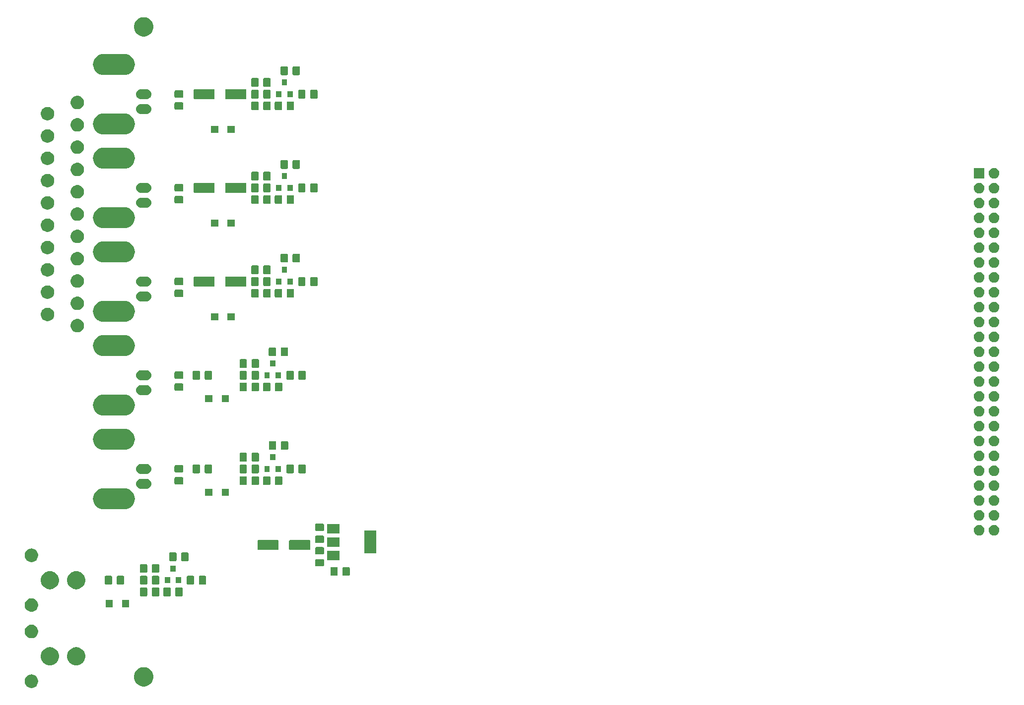
<source format=gbr>
G04 #@! TF.GenerationSoftware,KiCad,Pcbnew,(5.1.5)-2*
G04 #@! TF.CreationDate,2020-03-12T22:48:03+13:00*
G04 #@! TF.ProjectId,JVCard,4a564361-7264-42e6-9b69-6361645f7063,rev?*
G04 #@! TF.SameCoordinates,Original*
G04 #@! TF.FileFunction,Soldermask,Top*
G04 #@! TF.FilePolarity,Negative*
%FSLAX46Y46*%
G04 Gerber Fmt 4.6, Leading zero omitted, Abs format (unit mm)*
G04 Created by KiCad (PCBNEW (5.1.5)-2) date 2020-03-12 22:48:03*
%MOMM*%
%LPD*%
G04 APERTURE LIST*
%ADD10C,0.100000*%
G04 APERTURE END LIST*
D10*
G36*
X-58925451Y-130121116D02*
G01*
X-58814266Y-130143232D01*
X-58604797Y-130229997D01*
X-58416280Y-130355960D01*
X-58255960Y-130516280D01*
X-58129997Y-130704797D01*
X-58043232Y-130914266D01*
X-57999000Y-131136636D01*
X-57999000Y-131363364D01*
X-58043232Y-131585734D01*
X-58129997Y-131795203D01*
X-58255960Y-131983720D01*
X-58416280Y-132144040D01*
X-58604797Y-132270003D01*
X-58814266Y-132356768D01*
X-58925451Y-132378884D01*
X-59036635Y-132401000D01*
X-59263365Y-132401000D01*
X-59374549Y-132378884D01*
X-59485734Y-132356768D01*
X-59695203Y-132270003D01*
X-59883720Y-132144040D01*
X-60044040Y-131983720D01*
X-60170003Y-131795203D01*
X-60256768Y-131585734D01*
X-60301000Y-131363364D01*
X-60301000Y-131136636D01*
X-60256768Y-130914266D01*
X-60170003Y-130704797D01*
X-60044040Y-130516280D01*
X-59883720Y-130355960D01*
X-59695203Y-130229997D01*
X-59485734Y-130143232D01*
X-59374549Y-130121116D01*
X-59263365Y-130099000D01*
X-59036635Y-130099000D01*
X-58925451Y-130121116D01*
G37*
G36*
X-39624744Y-128891298D02*
G01*
X-39518421Y-128912447D01*
X-39217958Y-129036903D01*
X-38947549Y-129217585D01*
X-38717585Y-129447549D01*
X-38717584Y-129447551D01*
X-38536902Y-129717960D01*
X-38412447Y-130018422D01*
X-38349000Y-130337389D01*
X-38349000Y-130662611D01*
X-38357392Y-130704799D01*
X-38412447Y-130981579D01*
X-38536903Y-131282042D01*
X-38717585Y-131552451D01*
X-38947549Y-131782415D01*
X-39217958Y-131963097D01*
X-39518421Y-132087553D01*
X-39624744Y-132108702D01*
X-39837389Y-132151000D01*
X-40162611Y-132151000D01*
X-40375256Y-132108702D01*
X-40481579Y-132087553D01*
X-40782042Y-131963097D01*
X-41052451Y-131782415D01*
X-41282415Y-131552451D01*
X-41463097Y-131282042D01*
X-41587553Y-130981579D01*
X-41642608Y-130704799D01*
X-41651000Y-130662611D01*
X-41651000Y-130337389D01*
X-41587553Y-130018422D01*
X-41463098Y-129717960D01*
X-41282416Y-129447551D01*
X-41282415Y-129447549D01*
X-41052451Y-129217585D01*
X-40782042Y-129036903D01*
X-40481579Y-128912447D01*
X-40375256Y-128891298D01*
X-40162611Y-128849000D01*
X-39837389Y-128849000D01*
X-39624744Y-128891298D01*
G37*
G36*
X-55697415Y-125478802D02*
G01*
X-55547590Y-125508604D01*
X-55265326Y-125625521D01*
X-55011295Y-125795259D01*
X-54795259Y-126011295D01*
X-54625521Y-126265326D01*
X-54508604Y-126547590D01*
X-54449000Y-126847240D01*
X-54449000Y-127152760D01*
X-54508604Y-127452410D01*
X-54625521Y-127734674D01*
X-54795259Y-127988705D01*
X-55011295Y-128204741D01*
X-55265326Y-128374479D01*
X-55547590Y-128491396D01*
X-55697415Y-128521198D01*
X-55847239Y-128551000D01*
X-56152761Y-128551000D01*
X-56302585Y-128521198D01*
X-56452410Y-128491396D01*
X-56734674Y-128374479D01*
X-56988705Y-128204741D01*
X-57204741Y-127988705D01*
X-57374479Y-127734674D01*
X-57491396Y-127452410D01*
X-57551000Y-127152760D01*
X-57551000Y-126847240D01*
X-57491396Y-126547590D01*
X-57374479Y-126265326D01*
X-57204741Y-126011295D01*
X-56988705Y-125795259D01*
X-56734674Y-125625521D01*
X-56452410Y-125508604D01*
X-56302585Y-125478802D01*
X-56152761Y-125449000D01*
X-55847239Y-125449000D01*
X-55697415Y-125478802D01*
G37*
G36*
X-51197415Y-125478802D02*
G01*
X-51047590Y-125508604D01*
X-50765326Y-125625521D01*
X-50511295Y-125795259D01*
X-50295259Y-126011295D01*
X-50125521Y-126265326D01*
X-50008604Y-126547590D01*
X-49949000Y-126847240D01*
X-49949000Y-127152760D01*
X-50008604Y-127452410D01*
X-50125521Y-127734674D01*
X-50295259Y-127988705D01*
X-50511295Y-128204741D01*
X-50765326Y-128374479D01*
X-51047590Y-128491396D01*
X-51197415Y-128521198D01*
X-51347239Y-128551000D01*
X-51652761Y-128551000D01*
X-51802585Y-128521198D01*
X-51952410Y-128491396D01*
X-52234674Y-128374479D01*
X-52488705Y-128204741D01*
X-52704741Y-127988705D01*
X-52874479Y-127734674D01*
X-52991396Y-127452410D01*
X-53051000Y-127152760D01*
X-53051000Y-126847240D01*
X-52991396Y-126547590D01*
X-52874479Y-126265326D01*
X-52704741Y-126011295D01*
X-52488705Y-125795259D01*
X-52234674Y-125625521D01*
X-51952410Y-125508604D01*
X-51802585Y-125478802D01*
X-51652761Y-125449000D01*
X-51347239Y-125449000D01*
X-51197415Y-125478802D01*
G37*
G36*
X-58925451Y-121621116D02*
G01*
X-58814266Y-121643232D01*
X-58604797Y-121729997D01*
X-58416280Y-121855960D01*
X-58255960Y-122016280D01*
X-58129997Y-122204797D01*
X-58043232Y-122414266D01*
X-57999000Y-122636636D01*
X-57999000Y-122863364D01*
X-58043232Y-123085734D01*
X-58129997Y-123295203D01*
X-58255960Y-123483720D01*
X-58416280Y-123644040D01*
X-58604797Y-123770003D01*
X-58814266Y-123856768D01*
X-58925451Y-123878884D01*
X-59036635Y-123901000D01*
X-59263365Y-123901000D01*
X-59374549Y-123878884D01*
X-59485734Y-123856768D01*
X-59695203Y-123770003D01*
X-59883720Y-123644040D01*
X-60044040Y-123483720D01*
X-60170003Y-123295203D01*
X-60256768Y-123085734D01*
X-60301000Y-122863364D01*
X-60301000Y-122636636D01*
X-60256768Y-122414266D01*
X-60170003Y-122204797D01*
X-60044040Y-122016280D01*
X-59883720Y-121855960D01*
X-59695203Y-121729997D01*
X-59485734Y-121643232D01*
X-59374549Y-121621116D01*
X-59263365Y-121599000D01*
X-59036635Y-121599000D01*
X-58925451Y-121621116D01*
G37*
G36*
X-58925451Y-117121116D02*
G01*
X-58814266Y-117143232D01*
X-58604797Y-117229997D01*
X-58416280Y-117355960D01*
X-58255960Y-117516280D01*
X-58129997Y-117704797D01*
X-58043232Y-117914266D01*
X-57999000Y-118136636D01*
X-57999000Y-118363364D01*
X-58043232Y-118585734D01*
X-58129997Y-118795203D01*
X-58255960Y-118983720D01*
X-58416280Y-119144040D01*
X-58604797Y-119270003D01*
X-58814266Y-119356768D01*
X-58925451Y-119378884D01*
X-59036635Y-119401000D01*
X-59263365Y-119401000D01*
X-59374549Y-119378884D01*
X-59485734Y-119356768D01*
X-59695203Y-119270003D01*
X-59883720Y-119144040D01*
X-60044040Y-118983720D01*
X-60170003Y-118795203D01*
X-60256768Y-118585734D01*
X-60301000Y-118363364D01*
X-60301000Y-118136636D01*
X-60256768Y-117914266D01*
X-60170003Y-117704797D01*
X-60044040Y-117516280D01*
X-59883720Y-117355960D01*
X-59695203Y-117229997D01*
X-59485734Y-117143232D01*
X-59374549Y-117121116D01*
X-59263365Y-117099000D01*
X-59036635Y-117099000D01*
X-58925451Y-117121116D01*
G37*
G36*
X-45299000Y-118601000D02*
G01*
X-46501000Y-118601000D01*
X-46501000Y-117399000D01*
X-45299000Y-117399000D01*
X-45299000Y-118601000D01*
G37*
G36*
X-42499000Y-118601000D02*
G01*
X-43701000Y-118601000D01*
X-43701000Y-117399000D01*
X-42499000Y-117399000D01*
X-42499000Y-118601000D01*
G37*
G36*
X-33511326Y-115253465D02*
G01*
X-33473633Y-115264899D01*
X-33438897Y-115283466D01*
X-33408452Y-115308452D01*
X-33383466Y-115338897D01*
X-33364899Y-115373633D01*
X-33353465Y-115411326D01*
X-33349000Y-115456661D01*
X-33349000Y-116543339D01*
X-33353465Y-116588674D01*
X-33364899Y-116626367D01*
X-33383466Y-116661103D01*
X-33408452Y-116691548D01*
X-33438897Y-116716534D01*
X-33473633Y-116735101D01*
X-33511326Y-116746535D01*
X-33556661Y-116751000D01*
X-34393339Y-116751000D01*
X-34438674Y-116746535D01*
X-34476367Y-116735101D01*
X-34511103Y-116716534D01*
X-34541548Y-116691548D01*
X-34566534Y-116661103D01*
X-34585101Y-116626367D01*
X-34596535Y-116588674D01*
X-34601000Y-116543339D01*
X-34601000Y-115456661D01*
X-34596535Y-115411326D01*
X-34585101Y-115373633D01*
X-34566534Y-115338897D01*
X-34541548Y-115308452D01*
X-34511103Y-115283466D01*
X-34476367Y-115264899D01*
X-34438674Y-115253465D01*
X-34393339Y-115249000D01*
X-33556661Y-115249000D01*
X-33511326Y-115253465D01*
G37*
G36*
X-35561326Y-115253465D02*
G01*
X-35523633Y-115264899D01*
X-35488897Y-115283466D01*
X-35458452Y-115308452D01*
X-35433466Y-115338897D01*
X-35414899Y-115373633D01*
X-35403465Y-115411326D01*
X-35399000Y-115456661D01*
X-35399000Y-116543339D01*
X-35403465Y-116588674D01*
X-35414899Y-116626367D01*
X-35433466Y-116661103D01*
X-35458452Y-116691548D01*
X-35488897Y-116716534D01*
X-35523633Y-116735101D01*
X-35561326Y-116746535D01*
X-35606661Y-116751000D01*
X-36443339Y-116751000D01*
X-36488674Y-116746535D01*
X-36526367Y-116735101D01*
X-36561103Y-116716534D01*
X-36591548Y-116691548D01*
X-36616534Y-116661103D01*
X-36635101Y-116626367D01*
X-36646535Y-116588674D01*
X-36651000Y-116543339D01*
X-36651000Y-115456661D01*
X-36646535Y-115411326D01*
X-36635101Y-115373633D01*
X-36616534Y-115338897D01*
X-36591548Y-115308452D01*
X-36561103Y-115283466D01*
X-36526367Y-115264899D01*
X-36488674Y-115253465D01*
X-36443339Y-115249000D01*
X-35606661Y-115249000D01*
X-35561326Y-115253465D01*
G37*
G36*
X-37511326Y-115253465D02*
G01*
X-37473633Y-115264899D01*
X-37438897Y-115283466D01*
X-37408452Y-115308452D01*
X-37383466Y-115338897D01*
X-37364899Y-115373633D01*
X-37353465Y-115411326D01*
X-37349000Y-115456661D01*
X-37349000Y-116543339D01*
X-37353465Y-116588674D01*
X-37364899Y-116626367D01*
X-37383466Y-116661103D01*
X-37408452Y-116691548D01*
X-37438897Y-116716534D01*
X-37473633Y-116735101D01*
X-37511326Y-116746535D01*
X-37556661Y-116751000D01*
X-38393339Y-116751000D01*
X-38438674Y-116746535D01*
X-38476367Y-116735101D01*
X-38511103Y-116716534D01*
X-38541548Y-116691548D01*
X-38566534Y-116661103D01*
X-38585101Y-116626367D01*
X-38596535Y-116588674D01*
X-38601000Y-116543339D01*
X-38601000Y-115456661D01*
X-38596535Y-115411326D01*
X-38585101Y-115373633D01*
X-38566534Y-115338897D01*
X-38541548Y-115308452D01*
X-38511103Y-115283466D01*
X-38476367Y-115264899D01*
X-38438674Y-115253465D01*
X-38393339Y-115249000D01*
X-37556661Y-115249000D01*
X-37511326Y-115253465D01*
G37*
G36*
X-39561326Y-115253465D02*
G01*
X-39523633Y-115264899D01*
X-39488897Y-115283466D01*
X-39458452Y-115308452D01*
X-39433466Y-115338897D01*
X-39414899Y-115373633D01*
X-39403465Y-115411326D01*
X-39399000Y-115456661D01*
X-39399000Y-116543339D01*
X-39403465Y-116588674D01*
X-39414899Y-116626367D01*
X-39433466Y-116661103D01*
X-39458452Y-116691548D01*
X-39488897Y-116716534D01*
X-39523633Y-116735101D01*
X-39561326Y-116746535D01*
X-39606661Y-116751000D01*
X-40443339Y-116751000D01*
X-40488674Y-116746535D01*
X-40526367Y-116735101D01*
X-40561103Y-116716534D01*
X-40591548Y-116691548D01*
X-40616534Y-116661103D01*
X-40635101Y-116626367D01*
X-40646535Y-116588674D01*
X-40651000Y-116543339D01*
X-40651000Y-115456661D01*
X-40646535Y-115411326D01*
X-40635101Y-115373633D01*
X-40616534Y-115338897D01*
X-40591548Y-115308452D01*
X-40561103Y-115283466D01*
X-40526367Y-115264899D01*
X-40488674Y-115253465D01*
X-40443339Y-115249000D01*
X-39606661Y-115249000D01*
X-39561326Y-115253465D01*
G37*
G36*
X-55697415Y-112478802D02*
G01*
X-55547590Y-112508604D01*
X-55265326Y-112625521D01*
X-55011295Y-112795259D01*
X-54795259Y-113011295D01*
X-54625521Y-113265326D01*
X-54508604Y-113547590D01*
X-54449000Y-113847240D01*
X-54449000Y-114152760D01*
X-54508604Y-114452410D01*
X-54625521Y-114734674D01*
X-54795259Y-114988705D01*
X-55011295Y-115204741D01*
X-55265326Y-115374479D01*
X-55547590Y-115491396D01*
X-55697289Y-115521173D01*
X-55847239Y-115551000D01*
X-56152761Y-115551000D01*
X-56302711Y-115521173D01*
X-56452410Y-115491396D01*
X-56734674Y-115374479D01*
X-56988705Y-115204741D01*
X-57204741Y-114988705D01*
X-57374479Y-114734674D01*
X-57491396Y-114452410D01*
X-57551000Y-114152760D01*
X-57551000Y-113847240D01*
X-57491396Y-113547590D01*
X-57374479Y-113265326D01*
X-57204741Y-113011295D01*
X-56988705Y-112795259D01*
X-56734674Y-112625521D01*
X-56452410Y-112508604D01*
X-56302585Y-112478802D01*
X-56152761Y-112449000D01*
X-55847239Y-112449000D01*
X-55697415Y-112478802D01*
G37*
G36*
X-51197415Y-112478802D02*
G01*
X-51047590Y-112508604D01*
X-50765326Y-112625521D01*
X-50511295Y-112795259D01*
X-50295259Y-113011295D01*
X-50125521Y-113265326D01*
X-50008604Y-113547590D01*
X-49949000Y-113847240D01*
X-49949000Y-114152760D01*
X-50008604Y-114452410D01*
X-50125521Y-114734674D01*
X-50295259Y-114988705D01*
X-50511295Y-115204741D01*
X-50765326Y-115374479D01*
X-51047590Y-115491396D01*
X-51197289Y-115521173D01*
X-51347239Y-115551000D01*
X-51652761Y-115551000D01*
X-51802711Y-115521173D01*
X-51952410Y-115491396D01*
X-52234674Y-115374479D01*
X-52488705Y-115204741D01*
X-52704741Y-114988705D01*
X-52874479Y-114734674D01*
X-52991396Y-114452410D01*
X-53051000Y-114152760D01*
X-53051000Y-113847240D01*
X-52991396Y-113547590D01*
X-52874479Y-113265326D01*
X-52704741Y-113011295D01*
X-52488705Y-112795259D01*
X-52234674Y-112625521D01*
X-51952410Y-112508604D01*
X-51802585Y-112478802D01*
X-51652761Y-112449000D01*
X-51347239Y-112449000D01*
X-51197415Y-112478802D01*
G37*
G36*
X-43511326Y-113253465D02*
G01*
X-43473633Y-113264899D01*
X-43438897Y-113283466D01*
X-43408452Y-113308452D01*
X-43383466Y-113338897D01*
X-43364899Y-113373633D01*
X-43353465Y-113411326D01*
X-43349000Y-113456661D01*
X-43349000Y-114543339D01*
X-43353465Y-114588674D01*
X-43364899Y-114626367D01*
X-43383466Y-114661103D01*
X-43408452Y-114691548D01*
X-43438897Y-114716534D01*
X-43473633Y-114735101D01*
X-43511326Y-114746535D01*
X-43556661Y-114751000D01*
X-44393339Y-114751000D01*
X-44438674Y-114746535D01*
X-44476367Y-114735101D01*
X-44511103Y-114716534D01*
X-44541548Y-114691548D01*
X-44566534Y-114661103D01*
X-44585101Y-114626367D01*
X-44596535Y-114588674D01*
X-44601000Y-114543339D01*
X-44601000Y-113456661D01*
X-44596535Y-113411326D01*
X-44585101Y-113373633D01*
X-44566534Y-113338897D01*
X-44541548Y-113308452D01*
X-44511103Y-113283466D01*
X-44476367Y-113264899D01*
X-44438674Y-113253465D01*
X-44393339Y-113249000D01*
X-43556661Y-113249000D01*
X-43511326Y-113253465D01*
G37*
G36*
X-45561326Y-113253465D02*
G01*
X-45523633Y-113264899D01*
X-45488897Y-113283466D01*
X-45458452Y-113308452D01*
X-45433466Y-113338897D01*
X-45414899Y-113373633D01*
X-45403465Y-113411326D01*
X-45399000Y-113456661D01*
X-45399000Y-114543339D01*
X-45403465Y-114588674D01*
X-45414899Y-114626367D01*
X-45433466Y-114661103D01*
X-45458452Y-114691548D01*
X-45488897Y-114716534D01*
X-45523633Y-114735101D01*
X-45561326Y-114746535D01*
X-45606661Y-114751000D01*
X-46443339Y-114751000D01*
X-46488674Y-114746535D01*
X-46526367Y-114735101D01*
X-46561103Y-114716534D01*
X-46591548Y-114691548D01*
X-46616534Y-114661103D01*
X-46635101Y-114626367D01*
X-46646535Y-114588674D01*
X-46651000Y-114543339D01*
X-46651000Y-113456661D01*
X-46646535Y-113411326D01*
X-46635101Y-113373633D01*
X-46616534Y-113338897D01*
X-46591548Y-113308452D01*
X-46561103Y-113283466D01*
X-46526367Y-113264899D01*
X-46488674Y-113253465D01*
X-46443339Y-113249000D01*
X-45606661Y-113249000D01*
X-45561326Y-113253465D01*
G37*
G36*
X-31561326Y-113253465D02*
G01*
X-31523633Y-113264899D01*
X-31488897Y-113283466D01*
X-31458452Y-113308452D01*
X-31433466Y-113338897D01*
X-31414899Y-113373633D01*
X-31403465Y-113411326D01*
X-31399000Y-113456661D01*
X-31399000Y-114543339D01*
X-31403465Y-114588674D01*
X-31414899Y-114626367D01*
X-31433466Y-114661103D01*
X-31458452Y-114691548D01*
X-31488897Y-114716534D01*
X-31523633Y-114735101D01*
X-31561326Y-114746535D01*
X-31606661Y-114751000D01*
X-32443339Y-114751000D01*
X-32488674Y-114746535D01*
X-32526367Y-114735101D01*
X-32561103Y-114716534D01*
X-32591548Y-114691548D01*
X-32616534Y-114661103D01*
X-32635101Y-114626367D01*
X-32646535Y-114588674D01*
X-32651000Y-114543339D01*
X-32651000Y-113456661D01*
X-32646535Y-113411326D01*
X-32635101Y-113373633D01*
X-32616534Y-113338897D01*
X-32591548Y-113308452D01*
X-32561103Y-113283466D01*
X-32526367Y-113264899D01*
X-32488674Y-113253465D01*
X-32443339Y-113249000D01*
X-31606661Y-113249000D01*
X-31561326Y-113253465D01*
G37*
G36*
X-29511326Y-113253465D02*
G01*
X-29473633Y-113264899D01*
X-29438897Y-113283466D01*
X-29408452Y-113308452D01*
X-29383466Y-113338897D01*
X-29364899Y-113373633D01*
X-29353465Y-113411326D01*
X-29349000Y-113456661D01*
X-29349000Y-114543339D01*
X-29353465Y-114588674D01*
X-29364899Y-114626367D01*
X-29383466Y-114661103D01*
X-29408452Y-114691548D01*
X-29438897Y-114716534D01*
X-29473633Y-114735101D01*
X-29511326Y-114746535D01*
X-29556661Y-114751000D01*
X-30393339Y-114751000D01*
X-30438674Y-114746535D01*
X-30476367Y-114735101D01*
X-30511103Y-114716534D01*
X-30541548Y-114691548D01*
X-30566534Y-114661103D01*
X-30585101Y-114626367D01*
X-30596535Y-114588674D01*
X-30601000Y-114543339D01*
X-30601000Y-113456661D01*
X-30596535Y-113411326D01*
X-30585101Y-113373633D01*
X-30566534Y-113338897D01*
X-30541548Y-113308452D01*
X-30511103Y-113283466D01*
X-30476367Y-113264899D01*
X-30438674Y-113253465D01*
X-30393339Y-113249000D01*
X-29556661Y-113249000D01*
X-29511326Y-113253465D01*
G37*
G36*
X-37511326Y-113253465D02*
G01*
X-37473633Y-113264899D01*
X-37438897Y-113283466D01*
X-37408452Y-113308452D01*
X-37383466Y-113338897D01*
X-37364899Y-113373633D01*
X-37353465Y-113411326D01*
X-37349000Y-113456661D01*
X-37349000Y-114543339D01*
X-37353465Y-114588674D01*
X-37364899Y-114626367D01*
X-37383466Y-114661103D01*
X-37408452Y-114691548D01*
X-37438897Y-114716534D01*
X-37473633Y-114735101D01*
X-37511326Y-114746535D01*
X-37556661Y-114751000D01*
X-38393339Y-114751000D01*
X-38438674Y-114746535D01*
X-38476367Y-114735101D01*
X-38511103Y-114716534D01*
X-38541548Y-114691548D01*
X-38566534Y-114661103D01*
X-38585101Y-114626367D01*
X-38596535Y-114588674D01*
X-38601000Y-114543339D01*
X-38601000Y-113456661D01*
X-38596535Y-113411326D01*
X-38585101Y-113373633D01*
X-38566534Y-113338897D01*
X-38541548Y-113308452D01*
X-38511103Y-113283466D01*
X-38476367Y-113264899D01*
X-38438674Y-113253465D01*
X-38393339Y-113249000D01*
X-37556661Y-113249000D01*
X-37511326Y-113253465D01*
G37*
G36*
X-39561326Y-113253465D02*
G01*
X-39523633Y-113264899D01*
X-39488897Y-113283466D01*
X-39458452Y-113308452D01*
X-39433466Y-113338897D01*
X-39414899Y-113373633D01*
X-39403465Y-113411326D01*
X-39399000Y-113456661D01*
X-39399000Y-114543339D01*
X-39403465Y-114588674D01*
X-39414899Y-114626367D01*
X-39433466Y-114661103D01*
X-39458452Y-114691548D01*
X-39488897Y-114716534D01*
X-39523633Y-114735101D01*
X-39561326Y-114746535D01*
X-39606661Y-114751000D01*
X-40443339Y-114751000D01*
X-40488674Y-114746535D01*
X-40526367Y-114735101D01*
X-40561103Y-114716534D01*
X-40591548Y-114691548D01*
X-40616534Y-114661103D01*
X-40635101Y-114626367D01*
X-40646535Y-114588674D01*
X-40651000Y-114543339D01*
X-40651000Y-113456661D01*
X-40646535Y-113411326D01*
X-40635101Y-113373633D01*
X-40616534Y-113338897D01*
X-40591548Y-113308452D01*
X-40561103Y-113283466D01*
X-40526367Y-113264899D01*
X-40488674Y-113253465D01*
X-40443339Y-113249000D01*
X-39606661Y-113249000D01*
X-39561326Y-113253465D01*
G37*
G36*
X-35499000Y-114501000D02*
G01*
X-36401000Y-114501000D01*
X-36401000Y-113499000D01*
X-35499000Y-113499000D01*
X-35499000Y-114501000D01*
G37*
G36*
X-33599000Y-114501000D02*
G01*
X-34501000Y-114501000D01*
X-34501000Y-113499000D01*
X-33599000Y-113499000D01*
X-33599000Y-114501000D01*
G37*
G36*
X-5011326Y-111753465D02*
G01*
X-4973633Y-111764899D01*
X-4938897Y-111783466D01*
X-4908452Y-111808452D01*
X-4883466Y-111838897D01*
X-4864899Y-111873633D01*
X-4853465Y-111911326D01*
X-4849000Y-111956661D01*
X-4849000Y-113043339D01*
X-4853465Y-113088674D01*
X-4864899Y-113126367D01*
X-4883466Y-113161103D01*
X-4908452Y-113191548D01*
X-4938897Y-113216534D01*
X-4973633Y-113235101D01*
X-5011326Y-113246535D01*
X-5056661Y-113251000D01*
X-5893339Y-113251000D01*
X-5938674Y-113246535D01*
X-5976367Y-113235101D01*
X-6011103Y-113216534D01*
X-6041548Y-113191548D01*
X-6066534Y-113161103D01*
X-6085101Y-113126367D01*
X-6096535Y-113088674D01*
X-6101000Y-113043339D01*
X-6101000Y-111956661D01*
X-6096535Y-111911326D01*
X-6085101Y-111873633D01*
X-6066534Y-111838897D01*
X-6041548Y-111808452D01*
X-6011103Y-111783466D01*
X-5976367Y-111764899D01*
X-5938674Y-111753465D01*
X-5893339Y-111749000D01*
X-5056661Y-111749000D01*
X-5011326Y-111753465D01*
G37*
G36*
X-7061326Y-111753465D02*
G01*
X-7023633Y-111764899D01*
X-6988897Y-111783466D01*
X-6958452Y-111808452D01*
X-6933466Y-111838897D01*
X-6914899Y-111873633D01*
X-6903465Y-111911326D01*
X-6899000Y-111956661D01*
X-6899000Y-113043339D01*
X-6903465Y-113088674D01*
X-6914899Y-113126367D01*
X-6933466Y-113161103D01*
X-6958452Y-113191548D01*
X-6988897Y-113216534D01*
X-7023633Y-113235101D01*
X-7061326Y-113246535D01*
X-7106661Y-113251000D01*
X-7943339Y-113251000D01*
X-7988674Y-113246535D01*
X-8026367Y-113235101D01*
X-8061103Y-113216534D01*
X-8091548Y-113191548D01*
X-8116534Y-113161103D01*
X-8135101Y-113126367D01*
X-8146535Y-113088674D01*
X-8151000Y-113043339D01*
X-8151000Y-111956661D01*
X-8146535Y-111911326D01*
X-8135101Y-111873633D01*
X-8116534Y-111838897D01*
X-8091548Y-111808452D01*
X-8061103Y-111783466D01*
X-8026367Y-111764899D01*
X-7988674Y-111753465D01*
X-7943339Y-111749000D01*
X-7106661Y-111749000D01*
X-7061326Y-111753465D01*
G37*
G36*
X-37511326Y-111253465D02*
G01*
X-37473633Y-111264899D01*
X-37438897Y-111283466D01*
X-37408452Y-111308452D01*
X-37383466Y-111338897D01*
X-37364899Y-111373633D01*
X-37353465Y-111411326D01*
X-37349000Y-111456661D01*
X-37349000Y-112543339D01*
X-37353465Y-112588674D01*
X-37364899Y-112626367D01*
X-37383466Y-112661103D01*
X-37408452Y-112691548D01*
X-37438897Y-112716534D01*
X-37473633Y-112735101D01*
X-37511326Y-112746535D01*
X-37556661Y-112751000D01*
X-38393339Y-112751000D01*
X-38438674Y-112746535D01*
X-38476367Y-112735101D01*
X-38511103Y-112716534D01*
X-38541548Y-112691548D01*
X-38566534Y-112661103D01*
X-38585101Y-112626367D01*
X-38596535Y-112588674D01*
X-38601000Y-112543339D01*
X-38601000Y-111456661D01*
X-38596535Y-111411326D01*
X-38585101Y-111373633D01*
X-38566534Y-111338897D01*
X-38541548Y-111308452D01*
X-38511103Y-111283466D01*
X-38476367Y-111264899D01*
X-38438674Y-111253465D01*
X-38393339Y-111249000D01*
X-37556661Y-111249000D01*
X-37511326Y-111253465D01*
G37*
G36*
X-39561326Y-111253465D02*
G01*
X-39523633Y-111264899D01*
X-39488897Y-111283466D01*
X-39458452Y-111308452D01*
X-39433466Y-111338897D01*
X-39414899Y-111373633D01*
X-39403465Y-111411326D01*
X-39399000Y-111456661D01*
X-39399000Y-112543339D01*
X-39403465Y-112588674D01*
X-39414899Y-112626367D01*
X-39433466Y-112661103D01*
X-39458452Y-112691548D01*
X-39488897Y-112716534D01*
X-39523633Y-112735101D01*
X-39561326Y-112746535D01*
X-39606661Y-112751000D01*
X-40443339Y-112751000D01*
X-40488674Y-112746535D01*
X-40526367Y-112735101D01*
X-40561103Y-112716534D01*
X-40591548Y-112691548D01*
X-40616534Y-112661103D01*
X-40635101Y-112626367D01*
X-40646535Y-112588674D01*
X-40651000Y-112543339D01*
X-40651000Y-111456661D01*
X-40646535Y-111411326D01*
X-40635101Y-111373633D01*
X-40616534Y-111338897D01*
X-40591548Y-111308452D01*
X-40561103Y-111283466D01*
X-40526367Y-111264899D01*
X-40488674Y-111253465D01*
X-40443339Y-111249000D01*
X-39606661Y-111249000D01*
X-39561326Y-111253465D01*
G37*
G36*
X-34549000Y-112501000D02*
G01*
X-35451000Y-112501000D01*
X-35451000Y-111499000D01*
X-34549000Y-111499000D01*
X-34549000Y-112501000D01*
G37*
G36*
X-9411326Y-110403465D02*
G01*
X-9373633Y-110414899D01*
X-9338897Y-110433466D01*
X-9308452Y-110458452D01*
X-9283466Y-110488897D01*
X-9264899Y-110523633D01*
X-9253465Y-110561326D01*
X-9249000Y-110606661D01*
X-9249000Y-111443339D01*
X-9253465Y-111488674D01*
X-9264899Y-111526367D01*
X-9283466Y-111561103D01*
X-9308452Y-111591548D01*
X-9338897Y-111616534D01*
X-9373633Y-111635101D01*
X-9411326Y-111646535D01*
X-9456661Y-111651000D01*
X-10543339Y-111651000D01*
X-10588674Y-111646535D01*
X-10626367Y-111635101D01*
X-10661103Y-111616534D01*
X-10691548Y-111591548D01*
X-10716534Y-111561103D01*
X-10735101Y-111526367D01*
X-10746535Y-111488674D01*
X-10751000Y-111443339D01*
X-10751000Y-110606661D01*
X-10746535Y-110561326D01*
X-10735101Y-110523633D01*
X-10716534Y-110488897D01*
X-10691548Y-110458452D01*
X-10661103Y-110433466D01*
X-10626367Y-110414899D01*
X-10588674Y-110403465D01*
X-10543339Y-110399000D01*
X-9456661Y-110399000D01*
X-9411326Y-110403465D01*
G37*
G36*
X-58925451Y-108621116D02*
G01*
X-58814266Y-108643232D01*
X-58604797Y-108729997D01*
X-58416280Y-108855960D01*
X-58255960Y-109016280D01*
X-58129997Y-109204797D01*
X-58051900Y-109393339D01*
X-58043232Y-109414267D01*
X-58006976Y-109596535D01*
X-57999000Y-109636636D01*
X-57999000Y-109863364D01*
X-58043232Y-110085734D01*
X-58129997Y-110295203D01*
X-58255960Y-110483720D01*
X-58416280Y-110644040D01*
X-58604797Y-110770003D01*
X-58814266Y-110856768D01*
X-58925451Y-110878884D01*
X-59036635Y-110901000D01*
X-59263365Y-110901000D01*
X-59374549Y-110878884D01*
X-59485734Y-110856768D01*
X-59695203Y-110770003D01*
X-59883720Y-110644040D01*
X-60044040Y-110483720D01*
X-60170003Y-110295203D01*
X-60256768Y-110085734D01*
X-60301000Y-109863364D01*
X-60301000Y-109636636D01*
X-60293023Y-109596535D01*
X-60256768Y-109414267D01*
X-60248099Y-109393339D01*
X-60170003Y-109204797D01*
X-60044040Y-109016280D01*
X-59883720Y-108855960D01*
X-59695203Y-108729997D01*
X-59485734Y-108643232D01*
X-59374549Y-108621116D01*
X-59263365Y-108599000D01*
X-59036635Y-108599000D01*
X-58925451Y-108621116D01*
G37*
G36*
X-34561326Y-109253465D02*
G01*
X-34523633Y-109264899D01*
X-34488897Y-109283466D01*
X-34458452Y-109308452D01*
X-34433466Y-109338897D01*
X-34414899Y-109373633D01*
X-34403465Y-109411326D01*
X-34399000Y-109456661D01*
X-34399000Y-110543339D01*
X-34403465Y-110588674D01*
X-34414899Y-110626367D01*
X-34433466Y-110661103D01*
X-34458452Y-110691548D01*
X-34488897Y-110716534D01*
X-34523633Y-110735101D01*
X-34561326Y-110746535D01*
X-34606661Y-110751000D01*
X-35443339Y-110751000D01*
X-35488674Y-110746535D01*
X-35526367Y-110735101D01*
X-35561103Y-110716534D01*
X-35591548Y-110691548D01*
X-35616534Y-110661103D01*
X-35635101Y-110626367D01*
X-35646535Y-110588674D01*
X-35651000Y-110543339D01*
X-35651000Y-109456661D01*
X-35646535Y-109411326D01*
X-35635101Y-109373633D01*
X-35616534Y-109338897D01*
X-35591548Y-109308452D01*
X-35561103Y-109283466D01*
X-35526367Y-109264899D01*
X-35488674Y-109253465D01*
X-35443339Y-109249000D01*
X-34606661Y-109249000D01*
X-34561326Y-109253465D01*
G37*
G36*
X-32511326Y-109253465D02*
G01*
X-32473633Y-109264899D01*
X-32438897Y-109283466D01*
X-32408452Y-109308452D01*
X-32383466Y-109338897D01*
X-32364899Y-109373633D01*
X-32353465Y-109411326D01*
X-32349000Y-109456661D01*
X-32349000Y-110543339D01*
X-32353465Y-110588674D01*
X-32364899Y-110626367D01*
X-32383466Y-110661103D01*
X-32408452Y-110691548D01*
X-32438897Y-110716534D01*
X-32473633Y-110735101D01*
X-32511326Y-110746535D01*
X-32556661Y-110751000D01*
X-33393339Y-110751000D01*
X-33438674Y-110746535D01*
X-33476367Y-110735101D01*
X-33511103Y-110716534D01*
X-33541548Y-110691548D01*
X-33566534Y-110661103D01*
X-33585101Y-110626367D01*
X-33596535Y-110588674D01*
X-33601000Y-110543339D01*
X-33601000Y-109456661D01*
X-33596535Y-109411326D01*
X-33585101Y-109373633D01*
X-33566534Y-109338897D01*
X-33541548Y-109308452D01*
X-33511103Y-109283466D01*
X-33476367Y-109264899D01*
X-33438674Y-109253465D01*
X-33393339Y-109249000D01*
X-32556661Y-109249000D01*
X-32511326Y-109253465D01*
G37*
G36*
X-6599000Y-110601000D02*
G01*
X-8701000Y-110601000D01*
X-8701000Y-108999000D01*
X-6599000Y-108999000D01*
X-6599000Y-110601000D01*
G37*
G36*
X-9411326Y-108353465D02*
G01*
X-9373633Y-108364899D01*
X-9338897Y-108383466D01*
X-9308452Y-108408452D01*
X-9283466Y-108438897D01*
X-9264899Y-108473633D01*
X-9253465Y-108511326D01*
X-9249000Y-108556661D01*
X-9249000Y-109393339D01*
X-9253465Y-109438674D01*
X-9264899Y-109476367D01*
X-9283466Y-109511103D01*
X-9308452Y-109541548D01*
X-9338897Y-109566534D01*
X-9373633Y-109585101D01*
X-9411326Y-109596535D01*
X-9456661Y-109601000D01*
X-10543339Y-109601000D01*
X-10588674Y-109596535D01*
X-10626367Y-109585101D01*
X-10661103Y-109566534D01*
X-10691548Y-109541548D01*
X-10716534Y-109511103D01*
X-10735101Y-109476367D01*
X-10746535Y-109438674D01*
X-10751000Y-109393339D01*
X-10751000Y-108556661D01*
X-10746535Y-108511326D01*
X-10735101Y-108473633D01*
X-10716534Y-108438897D01*
X-10691548Y-108408452D01*
X-10661103Y-108383466D01*
X-10626367Y-108364899D01*
X-10588674Y-108353465D01*
X-10543339Y-108349000D01*
X-9456661Y-108349000D01*
X-9411326Y-108353465D01*
G37*
G36*
X-299000Y-109451000D02*
G01*
X-2401000Y-109451000D01*
X-2401000Y-105549000D01*
X-299000Y-105549000D01*
X-299000Y-109451000D01*
G37*
G36*
X-11744003Y-107153051D02*
G01*
X-11710348Y-107163261D01*
X-11679335Y-107179838D01*
X-11652149Y-107202149D01*
X-11629838Y-107229335D01*
X-11613261Y-107260348D01*
X-11603051Y-107294003D01*
X-11599000Y-107335138D01*
X-11599000Y-108664862D01*
X-11603051Y-108705997D01*
X-11613261Y-108739652D01*
X-11629838Y-108770665D01*
X-11652149Y-108797851D01*
X-11679335Y-108820162D01*
X-11710348Y-108836739D01*
X-11744003Y-108846949D01*
X-11785138Y-108851000D01*
X-15014862Y-108851000D01*
X-15055997Y-108846949D01*
X-15089652Y-108836739D01*
X-15120665Y-108820162D01*
X-15147851Y-108797851D01*
X-15170162Y-108770665D01*
X-15186739Y-108739652D01*
X-15196949Y-108705997D01*
X-15201000Y-108664862D01*
X-15201000Y-107335138D01*
X-15196949Y-107294003D01*
X-15186739Y-107260348D01*
X-15170162Y-107229335D01*
X-15147851Y-107202149D01*
X-15120665Y-107179838D01*
X-15089652Y-107163261D01*
X-15055997Y-107153051D01*
X-15014862Y-107149000D01*
X-11785138Y-107149000D01*
X-11744003Y-107153051D01*
G37*
G36*
X-17144003Y-107153051D02*
G01*
X-17110348Y-107163261D01*
X-17079335Y-107179838D01*
X-17052149Y-107202149D01*
X-17029838Y-107229335D01*
X-17013261Y-107260348D01*
X-17003051Y-107294003D01*
X-16999000Y-107335138D01*
X-16999000Y-108664862D01*
X-17003051Y-108705997D01*
X-17013261Y-108739652D01*
X-17029838Y-108770665D01*
X-17052149Y-108797851D01*
X-17079335Y-108820162D01*
X-17110348Y-108836739D01*
X-17144003Y-108846949D01*
X-17185138Y-108851000D01*
X-20414862Y-108851000D01*
X-20455997Y-108846949D01*
X-20489652Y-108836739D01*
X-20520665Y-108820162D01*
X-20547851Y-108797851D01*
X-20570162Y-108770665D01*
X-20586739Y-108739652D01*
X-20596949Y-108705997D01*
X-20601000Y-108664862D01*
X-20601000Y-107335138D01*
X-20596949Y-107294003D01*
X-20586739Y-107260348D01*
X-20570162Y-107229335D01*
X-20547851Y-107202149D01*
X-20520665Y-107179838D01*
X-20489652Y-107163261D01*
X-20455997Y-107153051D01*
X-20414862Y-107149000D01*
X-17185138Y-107149000D01*
X-17144003Y-107153051D01*
G37*
G36*
X-6599000Y-108301000D02*
G01*
X-8701000Y-108301000D01*
X-8701000Y-106699000D01*
X-6599000Y-106699000D01*
X-6599000Y-108301000D01*
G37*
G36*
X-9411326Y-106403465D02*
G01*
X-9373633Y-106414899D01*
X-9338897Y-106433466D01*
X-9308452Y-106458452D01*
X-9283466Y-106488897D01*
X-9264899Y-106523633D01*
X-9253465Y-106561326D01*
X-9249000Y-106606661D01*
X-9249000Y-107443339D01*
X-9253465Y-107488674D01*
X-9264899Y-107526367D01*
X-9283466Y-107561103D01*
X-9308452Y-107591548D01*
X-9338897Y-107616534D01*
X-9373633Y-107635101D01*
X-9411326Y-107646535D01*
X-9456661Y-107651000D01*
X-10543339Y-107651000D01*
X-10588674Y-107646535D01*
X-10626367Y-107635101D01*
X-10661103Y-107616534D01*
X-10691548Y-107591548D01*
X-10716534Y-107561103D01*
X-10735101Y-107526367D01*
X-10746535Y-107488674D01*
X-10751000Y-107443339D01*
X-10751000Y-106606661D01*
X-10746535Y-106561326D01*
X-10735101Y-106523633D01*
X-10716534Y-106488897D01*
X-10691548Y-106458452D01*
X-10661103Y-106433466D01*
X-10626367Y-106414899D01*
X-10588674Y-106403465D01*
X-10543339Y-106399000D01*
X-9456661Y-106399000D01*
X-9411326Y-106403465D01*
G37*
G36*
X105153512Y-104563927D02*
G01*
X105302812Y-104593624D01*
X105466784Y-104661544D01*
X105614354Y-104760147D01*
X105739853Y-104885646D01*
X105838456Y-105033216D01*
X105906376Y-105197188D01*
X105932560Y-105328827D01*
X105941000Y-105371258D01*
X105941000Y-105548742D01*
X105939729Y-105555131D01*
X105906376Y-105722812D01*
X105838456Y-105886784D01*
X105739853Y-106034354D01*
X105614354Y-106159853D01*
X105466784Y-106258456D01*
X105302812Y-106326376D01*
X105153512Y-106356073D01*
X105128742Y-106361000D01*
X104951258Y-106361000D01*
X104926488Y-106356073D01*
X104777188Y-106326376D01*
X104613216Y-106258456D01*
X104465646Y-106159853D01*
X104340147Y-106034354D01*
X104241544Y-105886784D01*
X104173624Y-105722812D01*
X104140271Y-105555131D01*
X104139000Y-105548742D01*
X104139000Y-105371258D01*
X104147440Y-105328827D01*
X104173624Y-105197188D01*
X104241544Y-105033216D01*
X104340147Y-104885646D01*
X104465646Y-104760147D01*
X104613216Y-104661544D01*
X104777188Y-104593624D01*
X104926488Y-104563927D01*
X104951258Y-104559000D01*
X105128742Y-104559000D01*
X105153512Y-104563927D01*
G37*
G36*
X102613512Y-104563927D02*
G01*
X102762812Y-104593624D01*
X102926784Y-104661544D01*
X103074354Y-104760147D01*
X103199853Y-104885646D01*
X103298456Y-105033216D01*
X103366376Y-105197188D01*
X103392560Y-105328827D01*
X103401000Y-105371258D01*
X103401000Y-105548742D01*
X103399729Y-105555131D01*
X103366376Y-105722812D01*
X103298456Y-105886784D01*
X103199853Y-106034354D01*
X103074354Y-106159853D01*
X102926784Y-106258456D01*
X102762812Y-106326376D01*
X102613512Y-106356073D01*
X102588742Y-106361000D01*
X102411258Y-106361000D01*
X102386488Y-106356073D01*
X102237188Y-106326376D01*
X102073216Y-106258456D01*
X101925646Y-106159853D01*
X101800147Y-106034354D01*
X101701544Y-105886784D01*
X101633624Y-105722812D01*
X101600271Y-105555131D01*
X101599000Y-105548742D01*
X101599000Y-105371258D01*
X101607440Y-105328827D01*
X101633624Y-105197188D01*
X101701544Y-105033216D01*
X101800147Y-104885646D01*
X101925646Y-104760147D01*
X102073216Y-104661544D01*
X102237188Y-104593624D01*
X102386488Y-104563927D01*
X102411258Y-104559000D01*
X102588742Y-104559000D01*
X102613512Y-104563927D01*
G37*
G36*
X-6599000Y-106001000D02*
G01*
X-8701000Y-106001000D01*
X-8701000Y-104399000D01*
X-6599000Y-104399000D01*
X-6599000Y-106001000D01*
G37*
G36*
X-9411326Y-104353465D02*
G01*
X-9373633Y-104364899D01*
X-9338897Y-104383466D01*
X-9308452Y-104408452D01*
X-9283466Y-104438897D01*
X-9264899Y-104473633D01*
X-9253465Y-104511326D01*
X-9249000Y-104556661D01*
X-9249000Y-105393339D01*
X-9253465Y-105438674D01*
X-9264899Y-105476367D01*
X-9283466Y-105511103D01*
X-9308452Y-105541548D01*
X-9338897Y-105566534D01*
X-9373633Y-105585101D01*
X-9411326Y-105596535D01*
X-9456661Y-105601000D01*
X-10543339Y-105601000D01*
X-10588674Y-105596535D01*
X-10626367Y-105585101D01*
X-10661103Y-105566534D01*
X-10691548Y-105541548D01*
X-10716534Y-105511103D01*
X-10735101Y-105476367D01*
X-10746535Y-105438674D01*
X-10751000Y-105393339D01*
X-10751000Y-104556661D01*
X-10746535Y-104511326D01*
X-10735101Y-104473633D01*
X-10716534Y-104438897D01*
X-10691548Y-104408452D01*
X-10661103Y-104383466D01*
X-10626367Y-104364899D01*
X-10588674Y-104353465D01*
X-10543339Y-104349000D01*
X-9456661Y-104349000D01*
X-9411326Y-104353465D01*
G37*
G36*
X105153512Y-102023927D02*
G01*
X105302812Y-102053624D01*
X105466784Y-102121544D01*
X105614354Y-102220147D01*
X105739853Y-102345646D01*
X105838456Y-102493216D01*
X105906376Y-102657188D01*
X105941000Y-102831259D01*
X105941000Y-103008741D01*
X105906376Y-103182812D01*
X105838456Y-103346784D01*
X105739853Y-103494354D01*
X105614354Y-103619853D01*
X105466784Y-103718456D01*
X105302812Y-103786376D01*
X105153512Y-103816073D01*
X105128742Y-103821000D01*
X104951258Y-103821000D01*
X104926488Y-103816073D01*
X104777188Y-103786376D01*
X104613216Y-103718456D01*
X104465646Y-103619853D01*
X104340147Y-103494354D01*
X104241544Y-103346784D01*
X104173624Y-103182812D01*
X104139000Y-103008741D01*
X104139000Y-102831259D01*
X104173624Y-102657188D01*
X104241544Y-102493216D01*
X104340147Y-102345646D01*
X104465646Y-102220147D01*
X104613216Y-102121544D01*
X104777188Y-102053624D01*
X104926488Y-102023927D01*
X104951258Y-102019000D01*
X105128742Y-102019000D01*
X105153512Y-102023927D01*
G37*
G36*
X102613512Y-102023927D02*
G01*
X102762812Y-102053624D01*
X102926784Y-102121544D01*
X103074354Y-102220147D01*
X103199853Y-102345646D01*
X103298456Y-102493216D01*
X103366376Y-102657188D01*
X103401000Y-102831259D01*
X103401000Y-103008741D01*
X103366376Y-103182812D01*
X103298456Y-103346784D01*
X103199853Y-103494354D01*
X103074354Y-103619853D01*
X102926784Y-103718456D01*
X102762812Y-103786376D01*
X102613512Y-103816073D01*
X102588742Y-103821000D01*
X102411258Y-103821000D01*
X102386488Y-103816073D01*
X102237188Y-103786376D01*
X102073216Y-103718456D01*
X101925646Y-103619853D01*
X101800147Y-103494354D01*
X101701544Y-103346784D01*
X101633624Y-103182812D01*
X101599000Y-103008741D01*
X101599000Y-102831259D01*
X101633624Y-102657188D01*
X101701544Y-102493216D01*
X101800147Y-102345646D01*
X101925646Y-102220147D01*
X102073216Y-102121544D01*
X102237188Y-102053624D01*
X102386488Y-102023927D01*
X102411258Y-102019000D01*
X102588742Y-102019000D01*
X102613512Y-102023927D01*
G37*
G36*
X-43153331Y-98287686D02*
G01*
X-42976942Y-98305059D01*
X-42637452Y-98408042D01*
X-42637450Y-98408043D01*
X-42324578Y-98575277D01*
X-42324576Y-98575278D01*
X-42324577Y-98575278D01*
X-42050339Y-98800339D01*
X-41825278Y-99074577D01*
X-41658042Y-99387452D01*
X-41555059Y-99726942D01*
X-41520286Y-100080000D01*
X-41555059Y-100433058D01*
X-41658042Y-100772548D01*
X-41658043Y-100772550D01*
X-41825277Y-101085422D01*
X-42050339Y-101359661D01*
X-42324578Y-101584723D01*
X-42637450Y-101751957D01*
X-42637452Y-101751958D01*
X-42976942Y-101854941D01*
X-43153331Y-101872314D01*
X-43241524Y-101881000D01*
X-46918476Y-101881000D01*
X-47006669Y-101872314D01*
X-47183058Y-101854941D01*
X-47522548Y-101751958D01*
X-47522550Y-101751957D01*
X-47835422Y-101584723D01*
X-48109661Y-101359661D01*
X-48334723Y-101085422D01*
X-48501957Y-100772550D01*
X-48501958Y-100772548D01*
X-48604941Y-100433058D01*
X-48639714Y-100080000D01*
X-48604941Y-99726942D01*
X-48501958Y-99387452D01*
X-48334722Y-99074577D01*
X-48109661Y-98800339D01*
X-47835423Y-98575278D01*
X-47835424Y-98575278D01*
X-47835422Y-98575277D01*
X-47522550Y-98408043D01*
X-47522548Y-98408042D01*
X-47183058Y-98305059D01*
X-47006669Y-98287686D01*
X-46918476Y-98279000D01*
X-43241524Y-98279000D01*
X-43153331Y-98287686D01*
G37*
G36*
X105153512Y-99483927D02*
G01*
X105302812Y-99513624D01*
X105466784Y-99581544D01*
X105614354Y-99680147D01*
X105739853Y-99805646D01*
X105838456Y-99953216D01*
X105906376Y-100117188D01*
X105941000Y-100291259D01*
X105941000Y-100468741D01*
X105906376Y-100642812D01*
X105838456Y-100806784D01*
X105739853Y-100954354D01*
X105614354Y-101079853D01*
X105466784Y-101178456D01*
X105302812Y-101246376D01*
X105153512Y-101276073D01*
X105128742Y-101281000D01*
X104951258Y-101281000D01*
X104926488Y-101276073D01*
X104777188Y-101246376D01*
X104613216Y-101178456D01*
X104465646Y-101079853D01*
X104340147Y-100954354D01*
X104241544Y-100806784D01*
X104173624Y-100642812D01*
X104139000Y-100468741D01*
X104139000Y-100291259D01*
X104173624Y-100117188D01*
X104241544Y-99953216D01*
X104340147Y-99805646D01*
X104465646Y-99680147D01*
X104613216Y-99581544D01*
X104777188Y-99513624D01*
X104926488Y-99483927D01*
X104951258Y-99479000D01*
X105128742Y-99479000D01*
X105153512Y-99483927D01*
G37*
G36*
X102613512Y-99483927D02*
G01*
X102762812Y-99513624D01*
X102926784Y-99581544D01*
X103074354Y-99680147D01*
X103199853Y-99805646D01*
X103298456Y-99953216D01*
X103366376Y-100117188D01*
X103401000Y-100291259D01*
X103401000Y-100468741D01*
X103366376Y-100642812D01*
X103298456Y-100806784D01*
X103199853Y-100954354D01*
X103074354Y-101079853D01*
X102926784Y-101178456D01*
X102762812Y-101246376D01*
X102613512Y-101276073D01*
X102588742Y-101281000D01*
X102411258Y-101281000D01*
X102386488Y-101276073D01*
X102237188Y-101246376D01*
X102073216Y-101178456D01*
X101925646Y-101079853D01*
X101800147Y-100954354D01*
X101701544Y-100806784D01*
X101633624Y-100642812D01*
X101599000Y-100468741D01*
X101599000Y-100291259D01*
X101633624Y-100117188D01*
X101701544Y-99953216D01*
X101800147Y-99805646D01*
X101925646Y-99680147D01*
X102073216Y-99581544D01*
X102237188Y-99513624D01*
X102386488Y-99483927D01*
X102411258Y-99479000D01*
X102588742Y-99479000D01*
X102613512Y-99483927D01*
G37*
G36*
X-25499000Y-99601000D02*
G01*
X-26701000Y-99601000D01*
X-26701000Y-98399000D01*
X-25499000Y-98399000D01*
X-25499000Y-99601000D01*
G37*
G36*
X-28299000Y-99601000D02*
G01*
X-29501000Y-99601000D01*
X-29501000Y-98399000D01*
X-28299000Y-98399000D01*
X-28299000Y-99601000D01*
G37*
G36*
X105153512Y-96943927D02*
G01*
X105302812Y-96973624D01*
X105466784Y-97041544D01*
X105614354Y-97140147D01*
X105739853Y-97265646D01*
X105838456Y-97413216D01*
X105906376Y-97577188D01*
X105923067Y-97661103D01*
X105940949Y-97751000D01*
X105941000Y-97751259D01*
X105941000Y-97928741D01*
X105906376Y-98102812D01*
X105838456Y-98266784D01*
X105739853Y-98414354D01*
X105614354Y-98539853D01*
X105466784Y-98638456D01*
X105302812Y-98706376D01*
X105153512Y-98736073D01*
X105128742Y-98741000D01*
X104951258Y-98741000D01*
X104926488Y-98736073D01*
X104777188Y-98706376D01*
X104613216Y-98638456D01*
X104465646Y-98539853D01*
X104340147Y-98414354D01*
X104241544Y-98266784D01*
X104173624Y-98102812D01*
X104139000Y-97928741D01*
X104139000Y-97751259D01*
X104139052Y-97751000D01*
X104156933Y-97661103D01*
X104173624Y-97577188D01*
X104241544Y-97413216D01*
X104340147Y-97265646D01*
X104465646Y-97140147D01*
X104613216Y-97041544D01*
X104777188Y-96973624D01*
X104926488Y-96943927D01*
X104951258Y-96939000D01*
X105128742Y-96939000D01*
X105153512Y-96943927D01*
G37*
G36*
X102613512Y-96943927D02*
G01*
X102762812Y-96973624D01*
X102926784Y-97041544D01*
X103074354Y-97140147D01*
X103199853Y-97265646D01*
X103298456Y-97413216D01*
X103366376Y-97577188D01*
X103383067Y-97661103D01*
X103400949Y-97751000D01*
X103401000Y-97751259D01*
X103401000Y-97928741D01*
X103366376Y-98102812D01*
X103298456Y-98266784D01*
X103199853Y-98414354D01*
X103074354Y-98539853D01*
X102926784Y-98638456D01*
X102762812Y-98706376D01*
X102613512Y-98736073D01*
X102588742Y-98741000D01*
X102411258Y-98741000D01*
X102386488Y-98736073D01*
X102237188Y-98706376D01*
X102073216Y-98638456D01*
X101925646Y-98539853D01*
X101800147Y-98414354D01*
X101701544Y-98266784D01*
X101633624Y-98102812D01*
X101599000Y-97928741D01*
X101599000Y-97751259D01*
X101599052Y-97751000D01*
X101616933Y-97661103D01*
X101633624Y-97577188D01*
X101701544Y-97413216D01*
X101800147Y-97265646D01*
X101925646Y-97140147D01*
X102073216Y-97041544D01*
X102237188Y-96973624D01*
X102386488Y-96943927D01*
X102411258Y-96939000D01*
X102588742Y-96939000D01*
X102613512Y-96943927D01*
G37*
G36*
X-39383177Y-96701313D02*
G01*
X-39222758Y-96749976D01*
X-39090094Y-96820886D01*
X-39074922Y-96828996D01*
X-38945341Y-96935341D01*
X-38838996Y-97064922D01*
X-38838995Y-97064924D01*
X-38759976Y-97212758D01*
X-38711313Y-97373177D01*
X-38694883Y-97540000D01*
X-38711313Y-97706823D01*
X-38759976Y-97867242D01*
X-38830886Y-97999906D01*
X-38838996Y-98015078D01*
X-38945341Y-98144659D01*
X-39074922Y-98251004D01*
X-39074924Y-98251005D01*
X-39222758Y-98330024D01*
X-39383177Y-98378687D01*
X-39508196Y-98391000D01*
X-40491804Y-98391000D01*
X-40616823Y-98378687D01*
X-40777242Y-98330024D01*
X-40925076Y-98251005D01*
X-40925078Y-98251004D01*
X-41054659Y-98144659D01*
X-41161004Y-98015078D01*
X-41169114Y-97999906D01*
X-41240024Y-97867242D01*
X-41288687Y-97706823D01*
X-41305117Y-97540000D01*
X-41288687Y-97373177D01*
X-41240024Y-97212758D01*
X-41161005Y-97064924D01*
X-41161004Y-97064922D01*
X-41054659Y-96935341D01*
X-40925078Y-96828996D01*
X-40909906Y-96820886D01*
X-40777242Y-96749976D01*
X-40616823Y-96701313D01*
X-40491804Y-96689000D01*
X-39508196Y-96689000D01*
X-39383177Y-96701313D01*
G37*
G36*
X-20511326Y-96253465D02*
G01*
X-20473633Y-96264899D01*
X-20438897Y-96283466D01*
X-20408452Y-96308452D01*
X-20383466Y-96338897D01*
X-20364899Y-96373633D01*
X-20353465Y-96411326D01*
X-20349000Y-96456661D01*
X-20349000Y-97543339D01*
X-20353465Y-97588674D01*
X-20364899Y-97626367D01*
X-20383466Y-97661103D01*
X-20408452Y-97691548D01*
X-20438897Y-97716534D01*
X-20473633Y-97735101D01*
X-20511326Y-97746535D01*
X-20556661Y-97751000D01*
X-21393339Y-97751000D01*
X-21438674Y-97746535D01*
X-21476367Y-97735101D01*
X-21511103Y-97716534D01*
X-21541548Y-97691548D01*
X-21566534Y-97661103D01*
X-21585101Y-97626367D01*
X-21596535Y-97588674D01*
X-21601000Y-97543339D01*
X-21601000Y-96456661D01*
X-21596535Y-96411326D01*
X-21585101Y-96373633D01*
X-21566534Y-96338897D01*
X-21541548Y-96308452D01*
X-21511103Y-96283466D01*
X-21476367Y-96264899D01*
X-21438674Y-96253465D01*
X-21393339Y-96249000D01*
X-20556661Y-96249000D01*
X-20511326Y-96253465D01*
G37*
G36*
X-22561326Y-96253465D02*
G01*
X-22523633Y-96264899D01*
X-22488897Y-96283466D01*
X-22458452Y-96308452D01*
X-22433466Y-96338897D01*
X-22414899Y-96373633D01*
X-22403465Y-96411326D01*
X-22399000Y-96456661D01*
X-22399000Y-97543339D01*
X-22403465Y-97588674D01*
X-22414899Y-97626367D01*
X-22433466Y-97661103D01*
X-22458452Y-97691548D01*
X-22488897Y-97716534D01*
X-22523633Y-97735101D01*
X-22561326Y-97746535D01*
X-22606661Y-97751000D01*
X-23443339Y-97751000D01*
X-23488674Y-97746535D01*
X-23526367Y-97735101D01*
X-23561103Y-97716534D01*
X-23591548Y-97691548D01*
X-23616534Y-97661103D01*
X-23635101Y-97626367D01*
X-23646535Y-97588674D01*
X-23651000Y-97543339D01*
X-23651000Y-96456661D01*
X-23646535Y-96411326D01*
X-23635101Y-96373633D01*
X-23616534Y-96338897D01*
X-23591548Y-96308452D01*
X-23561103Y-96283466D01*
X-23526367Y-96264899D01*
X-23488674Y-96253465D01*
X-23443339Y-96249000D01*
X-22606661Y-96249000D01*
X-22561326Y-96253465D01*
G37*
G36*
X-16511326Y-96253465D02*
G01*
X-16473633Y-96264899D01*
X-16438897Y-96283466D01*
X-16408452Y-96308452D01*
X-16383466Y-96338897D01*
X-16364899Y-96373633D01*
X-16353465Y-96411326D01*
X-16349000Y-96456661D01*
X-16349000Y-97543339D01*
X-16353465Y-97588674D01*
X-16364899Y-97626367D01*
X-16383466Y-97661103D01*
X-16408452Y-97691548D01*
X-16438897Y-97716534D01*
X-16473633Y-97735101D01*
X-16511326Y-97746535D01*
X-16556661Y-97751000D01*
X-17393339Y-97751000D01*
X-17438674Y-97746535D01*
X-17476367Y-97735101D01*
X-17511103Y-97716534D01*
X-17541548Y-97691548D01*
X-17566534Y-97661103D01*
X-17585101Y-97626367D01*
X-17596535Y-97588674D01*
X-17601000Y-97543339D01*
X-17601000Y-96456661D01*
X-17596535Y-96411326D01*
X-17585101Y-96373633D01*
X-17566534Y-96338897D01*
X-17541548Y-96308452D01*
X-17511103Y-96283466D01*
X-17476367Y-96264899D01*
X-17438674Y-96253465D01*
X-17393339Y-96249000D01*
X-16556661Y-96249000D01*
X-16511326Y-96253465D01*
G37*
G36*
X-18561326Y-96253465D02*
G01*
X-18523633Y-96264899D01*
X-18488897Y-96283466D01*
X-18458452Y-96308452D01*
X-18433466Y-96338897D01*
X-18414899Y-96373633D01*
X-18403465Y-96411326D01*
X-18399000Y-96456661D01*
X-18399000Y-97543339D01*
X-18403465Y-97588674D01*
X-18414899Y-97626367D01*
X-18433466Y-97661103D01*
X-18458452Y-97691548D01*
X-18488897Y-97716534D01*
X-18523633Y-97735101D01*
X-18561326Y-97746535D01*
X-18606661Y-97751000D01*
X-19443339Y-97751000D01*
X-19488674Y-97746535D01*
X-19526367Y-97735101D01*
X-19561103Y-97716534D01*
X-19591548Y-97691548D01*
X-19616534Y-97661103D01*
X-19635101Y-97626367D01*
X-19646535Y-97588674D01*
X-19651000Y-97543339D01*
X-19651000Y-96456661D01*
X-19646535Y-96411326D01*
X-19635101Y-96373633D01*
X-19616534Y-96338897D01*
X-19591548Y-96308452D01*
X-19561103Y-96283466D01*
X-19526367Y-96264899D01*
X-19488674Y-96253465D01*
X-19443339Y-96249000D01*
X-18606661Y-96249000D01*
X-18561326Y-96253465D01*
G37*
G36*
X-33411326Y-96403465D02*
G01*
X-33373633Y-96414899D01*
X-33338897Y-96433466D01*
X-33308452Y-96458452D01*
X-33283466Y-96488897D01*
X-33264899Y-96523633D01*
X-33253465Y-96561326D01*
X-33249000Y-96606661D01*
X-33249000Y-97443339D01*
X-33253465Y-97488674D01*
X-33264899Y-97526367D01*
X-33283466Y-97561103D01*
X-33308452Y-97591548D01*
X-33338897Y-97616534D01*
X-33373633Y-97635101D01*
X-33411326Y-97646535D01*
X-33456661Y-97651000D01*
X-34543339Y-97651000D01*
X-34588674Y-97646535D01*
X-34626367Y-97635101D01*
X-34661103Y-97616534D01*
X-34691548Y-97591548D01*
X-34716534Y-97561103D01*
X-34735101Y-97526367D01*
X-34746535Y-97488674D01*
X-34751000Y-97443339D01*
X-34751000Y-96606661D01*
X-34746535Y-96561326D01*
X-34735101Y-96523633D01*
X-34716534Y-96488897D01*
X-34691548Y-96458452D01*
X-34661103Y-96433466D01*
X-34626367Y-96414899D01*
X-34588674Y-96403465D01*
X-34543339Y-96399000D01*
X-33456661Y-96399000D01*
X-33411326Y-96403465D01*
G37*
G36*
X105153512Y-94403927D02*
G01*
X105302812Y-94433624D01*
X105466784Y-94501544D01*
X105614354Y-94600147D01*
X105739853Y-94725646D01*
X105838456Y-94873216D01*
X105906376Y-95037188D01*
X105932161Y-95166823D01*
X105941000Y-95211258D01*
X105941000Y-95388742D01*
X105936073Y-95413512D01*
X105906376Y-95562812D01*
X105838456Y-95726784D01*
X105739853Y-95874354D01*
X105614354Y-95999853D01*
X105466784Y-96098456D01*
X105302812Y-96166376D01*
X105153512Y-96196073D01*
X105128742Y-96201000D01*
X104951258Y-96201000D01*
X104926488Y-96196073D01*
X104777188Y-96166376D01*
X104613216Y-96098456D01*
X104465646Y-95999853D01*
X104340147Y-95874354D01*
X104241544Y-95726784D01*
X104173624Y-95562812D01*
X104143927Y-95413512D01*
X104139000Y-95388742D01*
X104139000Y-95211258D01*
X104147839Y-95166823D01*
X104173624Y-95037188D01*
X104241544Y-94873216D01*
X104340147Y-94725646D01*
X104465646Y-94600147D01*
X104613216Y-94501544D01*
X104777188Y-94433624D01*
X104926488Y-94403927D01*
X104951258Y-94399000D01*
X105128742Y-94399000D01*
X105153512Y-94403927D01*
G37*
G36*
X102613512Y-94403927D02*
G01*
X102762812Y-94433624D01*
X102926784Y-94501544D01*
X103074354Y-94600147D01*
X103199853Y-94725646D01*
X103298456Y-94873216D01*
X103366376Y-95037188D01*
X103392161Y-95166823D01*
X103401000Y-95211258D01*
X103401000Y-95388742D01*
X103396073Y-95413512D01*
X103366376Y-95562812D01*
X103298456Y-95726784D01*
X103199853Y-95874354D01*
X103074354Y-95999853D01*
X102926784Y-96098456D01*
X102762812Y-96166376D01*
X102613512Y-96196073D01*
X102588742Y-96201000D01*
X102411258Y-96201000D01*
X102386488Y-96196073D01*
X102237188Y-96166376D01*
X102073216Y-96098456D01*
X101925646Y-95999853D01*
X101800147Y-95874354D01*
X101701544Y-95726784D01*
X101633624Y-95562812D01*
X101603927Y-95413512D01*
X101599000Y-95388742D01*
X101599000Y-95211258D01*
X101607839Y-95166823D01*
X101633624Y-95037188D01*
X101701544Y-94873216D01*
X101800147Y-94725646D01*
X101925646Y-94600147D01*
X102073216Y-94501544D01*
X102237188Y-94433624D01*
X102386488Y-94403927D01*
X102411258Y-94399000D01*
X102588742Y-94399000D01*
X102613512Y-94403927D01*
G37*
G36*
X-39383177Y-94161313D02*
G01*
X-39222758Y-94209976D01*
X-39110989Y-94269718D01*
X-39074922Y-94288996D01*
X-38945341Y-94395341D01*
X-38838996Y-94524922D01*
X-38838995Y-94524924D01*
X-38759976Y-94672758D01*
X-38711313Y-94833177D01*
X-38694883Y-95000000D01*
X-38711313Y-95166823D01*
X-38759976Y-95327242D01*
X-38795306Y-95393339D01*
X-38838996Y-95475078D01*
X-38945341Y-95604659D01*
X-39074922Y-95711004D01*
X-39074924Y-95711005D01*
X-39222758Y-95790024D01*
X-39383177Y-95838687D01*
X-39508196Y-95851000D01*
X-40491804Y-95851000D01*
X-40616823Y-95838687D01*
X-40777242Y-95790024D01*
X-40925076Y-95711005D01*
X-40925078Y-95711004D01*
X-41054659Y-95604659D01*
X-41161004Y-95475078D01*
X-41204694Y-95393339D01*
X-41240024Y-95327242D01*
X-41288687Y-95166823D01*
X-41305117Y-95000000D01*
X-41288687Y-94833177D01*
X-41240024Y-94672758D01*
X-41161005Y-94524924D01*
X-41161004Y-94524922D01*
X-41054659Y-94395341D01*
X-40925078Y-94288996D01*
X-40889011Y-94269718D01*
X-40777242Y-94209976D01*
X-40616823Y-94161313D01*
X-40491804Y-94149000D01*
X-39508196Y-94149000D01*
X-39383177Y-94161313D01*
G37*
G36*
X-22561326Y-94253465D02*
G01*
X-22523633Y-94264899D01*
X-22488897Y-94283466D01*
X-22458452Y-94308452D01*
X-22433466Y-94338897D01*
X-22414899Y-94373633D01*
X-22403465Y-94411326D01*
X-22399000Y-94456661D01*
X-22399000Y-95543339D01*
X-22403465Y-95588674D01*
X-22414899Y-95626367D01*
X-22433466Y-95661103D01*
X-22458452Y-95691548D01*
X-22488897Y-95716534D01*
X-22523633Y-95735101D01*
X-22561326Y-95746535D01*
X-22606661Y-95751000D01*
X-23443339Y-95751000D01*
X-23488674Y-95746535D01*
X-23526367Y-95735101D01*
X-23561103Y-95716534D01*
X-23591548Y-95691548D01*
X-23616534Y-95661103D01*
X-23635101Y-95626367D01*
X-23646535Y-95588674D01*
X-23651000Y-95543339D01*
X-23651000Y-94456661D01*
X-23646535Y-94411326D01*
X-23635101Y-94373633D01*
X-23616534Y-94338897D01*
X-23591548Y-94308452D01*
X-23561103Y-94283466D01*
X-23526367Y-94264899D01*
X-23488674Y-94253465D01*
X-23443339Y-94249000D01*
X-22606661Y-94249000D01*
X-22561326Y-94253465D01*
G37*
G36*
X-12511326Y-94253465D02*
G01*
X-12473633Y-94264899D01*
X-12438897Y-94283466D01*
X-12408452Y-94308452D01*
X-12383466Y-94338897D01*
X-12364899Y-94373633D01*
X-12353465Y-94411326D01*
X-12349000Y-94456661D01*
X-12349000Y-95543339D01*
X-12353465Y-95588674D01*
X-12364899Y-95626367D01*
X-12383466Y-95661103D01*
X-12408452Y-95691548D01*
X-12438897Y-95716534D01*
X-12473633Y-95735101D01*
X-12511326Y-95746535D01*
X-12556661Y-95751000D01*
X-13393339Y-95751000D01*
X-13438674Y-95746535D01*
X-13476367Y-95735101D01*
X-13511103Y-95716534D01*
X-13541548Y-95691548D01*
X-13566534Y-95661103D01*
X-13585101Y-95626367D01*
X-13596535Y-95588674D01*
X-13601000Y-95543339D01*
X-13601000Y-94456661D01*
X-13596535Y-94411326D01*
X-13585101Y-94373633D01*
X-13566534Y-94338897D01*
X-13541548Y-94308452D01*
X-13511103Y-94283466D01*
X-13476367Y-94264899D01*
X-13438674Y-94253465D01*
X-13393339Y-94249000D01*
X-12556661Y-94249000D01*
X-12511326Y-94253465D01*
G37*
G36*
X-14561326Y-94253465D02*
G01*
X-14523633Y-94264899D01*
X-14488897Y-94283466D01*
X-14458452Y-94308452D01*
X-14433466Y-94338897D01*
X-14414899Y-94373633D01*
X-14403465Y-94411326D01*
X-14399000Y-94456661D01*
X-14399000Y-95543339D01*
X-14403465Y-95588674D01*
X-14414899Y-95626367D01*
X-14433466Y-95661103D01*
X-14458452Y-95691548D01*
X-14488897Y-95716534D01*
X-14523633Y-95735101D01*
X-14561326Y-95746535D01*
X-14606661Y-95751000D01*
X-15443339Y-95751000D01*
X-15488674Y-95746535D01*
X-15526367Y-95735101D01*
X-15561103Y-95716534D01*
X-15591548Y-95691548D01*
X-15616534Y-95661103D01*
X-15635101Y-95626367D01*
X-15646535Y-95588674D01*
X-15651000Y-95543339D01*
X-15651000Y-94456661D01*
X-15646535Y-94411326D01*
X-15635101Y-94373633D01*
X-15616534Y-94338897D01*
X-15591548Y-94308452D01*
X-15561103Y-94283466D01*
X-15526367Y-94264899D01*
X-15488674Y-94253465D01*
X-15443339Y-94249000D01*
X-14606661Y-94249000D01*
X-14561326Y-94253465D01*
G37*
G36*
X-28511326Y-94253465D02*
G01*
X-28473633Y-94264899D01*
X-28438897Y-94283466D01*
X-28408452Y-94308452D01*
X-28383466Y-94338897D01*
X-28364899Y-94373633D01*
X-28353465Y-94411326D01*
X-28349000Y-94456661D01*
X-28349000Y-95543339D01*
X-28353465Y-95588674D01*
X-28364899Y-95626367D01*
X-28383466Y-95661103D01*
X-28408452Y-95691548D01*
X-28438897Y-95716534D01*
X-28473633Y-95735101D01*
X-28511326Y-95746535D01*
X-28556661Y-95751000D01*
X-29393339Y-95751000D01*
X-29438674Y-95746535D01*
X-29476367Y-95735101D01*
X-29511103Y-95716534D01*
X-29541548Y-95691548D01*
X-29566534Y-95661103D01*
X-29585101Y-95626367D01*
X-29596535Y-95588674D01*
X-29601000Y-95543339D01*
X-29601000Y-94456661D01*
X-29596535Y-94411326D01*
X-29585101Y-94373633D01*
X-29566534Y-94338897D01*
X-29541548Y-94308452D01*
X-29511103Y-94283466D01*
X-29476367Y-94264899D01*
X-29438674Y-94253465D01*
X-29393339Y-94249000D01*
X-28556661Y-94249000D01*
X-28511326Y-94253465D01*
G37*
G36*
X-20511326Y-94253465D02*
G01*
X-20473633Y-94264899D01*
X-20438897Y-94283466D01*
X-20408452Y-94308452D01*
X-20383466Y-94338897D01*
X-20364899Y-94373633D01*
X-20353465Y-94411326D01*
X-20349000Y-94456661D01*
X-20349000Y-95543339D01*
X-20353465Y-95588674D01*
X-20364899Y-95626367D01*
X-20383466Y-95661103D01*
X-20408452Y-95691548D01*
X-20438897Y-95716534D01*
X-20473633Y-95735101D01*
X-20511326Y-95746535D01*
X-20556661Y-95751000D01*
X-21393339Y-95751000D01*
X-21438674Y-95746535D01*
X-21476367Y-95735101D01*
X-21511103Y-95716534D01*
X-21541548Y-95691548D01*
X-21566534Y-95661103D01*
X-21585101Y-95626367D01*
X-21596535Y-95588674D01*
X-21601000Y-95543339D01*
X-21601000Y-94456661D01*
X-21596535Y-94411326D01*
X-21585101Y-94373633D01*
X-21566534Y-94338897D01*
X-21541548Y-94308452D01*
X-21511103Y-94283466D01*
X-21476367Y-94264899D01*
X-21438674Y-94253465D01*
X-21393339Y-94249000D01*
X-20556661Y-94249000D01*
X-20511326Y-94253465D01*
G37*
G36*
X-30561326Y-94253465D02*
G01*
X-30523633Y-94264899D01*
X-30488897Y-94283466D01*
X-30458452Y-94308452D01*
X-30433466Y-94338897D01*
X-30414899Y-94373633D01*
X-30403465Y-94411326D01*
X-30399000Y-94456661D01*
X-30399000Y-95543339D01*
X-30403465Y-95588674D01*
X-30414899Y-95626367D01*
X-30433466Y-95661103D01*
X-30458452Y-95691548D01*
X-30488897Y-95716534D01*
X-30523633Y-95735101D01*
X-30561326Y-95746535D01*
X-30606661Y-95751000D01*
X-31443339Y-95751000D01*
X-31488674Y-95746535D01*
X-31526367Y-95735101D01*
X-31561103Y-95716534D01*
X-31591548Y-95691548D01*
X-31616534Y-95661103D01*
X-31635101Y-95626367D01*
X-31646535Y-95588674D01*
X-31651000Y-95543339D01*
X-31651000Y-94456661D01*
X-31646535Y-94411326D01*
X-31635101Y-94373633D01*
X-31616534Y-94338897D01*
X-31591548Y-94308452D01*
X-31561103Y-94283466D01*
X-31526367Y-94264899D01*
X-31488674Y-94253465D01*
X-31443339Y-94249000D01*
X-30606661Y-94249000D01*
X-30561326Y-94253465D01*
G37*
G36*
X-33411326Y-94353465D02*
G01*
X-33373633Y-94364899D01*
X-33338897Y-94383466D01*
X-33308452Y-94408452D01*
X-33283466Y-94438897D01*
X-33264899Y-94473633D01*
X-33253465Y-94511326D01*
X-33249000Y-94556661D01*
X-33249000Y-95393339D01*
X-33253465Y-95438674D01*
X-33264899Y-95476367D01*
X-33283466Y-95511103D01*
X-33308452Y-95541548D01*
X-33338897Y-95566534D01*
X-33373633Y-95585101D01*
X-33411326Y-95596535D01*
X-33456661Y-95601000D01*
X-34543339Y-95601000D01*
X-34588674Y-95596535D01*
X-34626367Y-95585101D01*
X-34661103Y-95566534D01*
X-34691548Y-95541548D01*
X-34716534Y-95511103D01*
X-34735101Y-95476367D01*
X-34746535Y-95438674D01*
X-34751000Y-95393339D01*
X-34751000Y-94556661D01*
X-34746535Y-94511326D01*
X-34735101Y-94473633D01*
X-34716534Y-94438897D01*
X-34691548Y-94408452D01*
X-34661103Y-94383466D01*
X-34626367Y-94364899D01*
X-34588674Y-94353465D01*
X-34543339Y-94349000D01*
X-33456661Y-94349000D01*
X-33411326Y-94353465D01*
G37*
G36*
X-16599000Y-95501000D02*
G01*
X-17501000Y-95501000D01*
X-17501000Y-94499000D01*
X-16599000Y-94499000D01*
X-16599000Y-95501000D01*
G37*
G36*
X-18499000Y-95501000D02*
G01*
X-19401000Y-95501000D01*
X-19401000Y-94499000D01*
X-18499000Y-94499000D01*
X-18499000Y-95501000D01*
G37*
G36*
X-20511326Y-92253465D02*
G01*
X-20473633Y-92264899D01*
X-20438897Y-92283466D01*
X-20408452Y-92308452D01*
X-20383466Y-92338897D01*
X-20364899Y-92373633D01*
X-20353465Y-92411326D01*
X-20349000Y-92456661D01*
X-20349000Y-93543339D01*
X-20353465Y-93588674D01*
X-20364899Y-93626367D01*
X-20383466Y-93661103D01*
X-20408452Y-93691548D01*
X-20438897Y-93716534D01*
X-20473633Y-93735101D01*
X-20511326Y-93746535D01*
X-20556661Y-93751000D01*
X-21393339Y-93751000D01*
X-21438674Y-93746535D01*
X-21476367Y-93735101D01*
X-21511103Y-93716534D01*
X-21541548Y-93691548D01*
X-21566534Y-93661103D01*
X-21585101Y-93626367D01*
X-21596535Y-93588674D01*
X-21601000Y-93543339D01*
X-21601000Y-92456661D01*
X-21596535Y-92411326D01*
X-21585101Y-92373633D01*
X-21566534Y-92338897D01*
X-21541548Y-92308452D01*
X-21511103Y-92283466D01*
X-21476367Y-92264899D01*
X-21438674Y-92253465D01*
X-21393339Y-92249000D01*
X-20556661Y-92249000D01*
X-20511326Y-92253465D01*
G37*
G36*
X-22561326Y-92253465D02*
G01*
X-22523633Y-92264899D01*
X-22488897Y-92283466D01*
X-22458452Y-92308452D01*
X-22433466Y-92338897D01*
X-22414899Y-92373633D01*
X-22403465Y-92411326D01*
X-22399000Y-92456661D01*
X-22399000Y-93543339D01*
X-22403465Y-93588674D01*
X-22414899Y-93626367D01*
X-22433466Y-93661103D01*
X-22458452Y-93691548D01*
X-22488897Y-93716534D01*
X-22523633Y-93735101D01*
X-22561326Y-93746535D01*
X-22606661Y-93751000D01*
X-23443339Y-93751000D01*
X-23488674Y-93746535D01*
X-23526367Y-93735101D01*
X-23561103Y-93716534D01*
X-23591548Y-93691548D01*
X-23616534Y-93661103D01*
X-23635101Y-93626367D01*
X-23646535Y-93588674D01*
X-23651000Y-93543339D01*
X-23651000Y-92456661D01*
X-23646535Y-92411326D01*
X-23635101Y-92373633D01*
X-23616534Y-92338897D01*
X-23591548Y-92308452D01*
X-23561103Y-92283466D01*
X-23526367Y-92264899D01*
X-23488674Y-92253465D01*
X-23443339Y-92249000D01*
X-22606661Y-92249000D01*
X-22561326Y-92253465D01*
G37*
G36*
X102613512Y-91863927D02*
G01*
X102762812Y-91893624D01*
X102926784Y-91961544D01*
X103074354Y-92060147D01*
X103199853Y-92185646D01*
X103298456Y-92333216D01*
X103366376Y-92497188D01*
X103401000Y-92671259D01*
X103401000Y-92848741D01*
X103366376Y-93022812D01*
X103298456Y-93186784D01*
X103199853Y-93334354D01*
X103074354Y-93459853D01*
X102926784Y-93558456D01*
X102762812Y-93626376D01*
X102613512Y-93656073D01*
X102588742Y-93661000D01*
X102411258Y-93661000D01*
X102386488Y-93656073D01*
X102237188Y-93626376D01*
X102073216Y-93558456D01*
X101925646Y-93459853D01*
X101800147Y-93334354D01*
X101701544Y-93186784D01*
X101633624Y-93022812D01*
X101599000Y-92848741D01*
X101599000Y-92671259D01*
X101633624Y-92497188D01*
X101701544Y-92333216D01*
X101800147Y-92185646D01*
X101925646Y-92060147D01*
X102073216Y-91961544D01*
X102237188Y-91893624D01*
X102386488Y-91863927D01*
X102411258Y-91859000D01*
X102588742Y-91859000D01*
X102613512Y-91863927D01*
G37*
G36*
X105153512Y-91863927D02*
G01*
X105302812Y-91893624D01*
X105466784Y-91961544D01*
X105614354Y-92060147D01*
X105739853Y-92185646D01*
X105838456Y-92333216D01*
X105906376Y-92497188D01*
X105941000Y-92671259D01*
X105941000Y-92848741D01*
X105906376Y-93022812D01*
X105838456Y-93186784D01*
X105739853Y-93334354D01*
X105614354Y-93459853D01*
X105466784Y-93558456D01*
X105302812Y-93626376D01*
X105153512Y-93656073D01*
X105128742Y-93661000D01*
X104951258Y-93661000D01*
X104926488Y-93656073D01*
X104777188Y-93626376D01*
X104613216Y-93558456D01*
X104465646Y-93459853D01*
X104340147Y-93334354D01*
X104241544Y-93186784D01*
X104173624Y-93022812D01*
X104139000Y-92848741D01*
X104139000Y-92671259D01*
X104173624Y-92497188D01*
X104241544Y-92333216D01*
X104340147Y-92185646D01*
X104465646Y-92060147D01*
X104613216Y-91961544D01*
X104777188Y-91893624D01*
X104926488Y-91863927D01*
X104951258Y-91859000D01*
X105128742Y-91859000D01*
X105153512Y-91863927D01*
G37*
G36*
X-17549000Y-93501000D02*
G01*
X-18451000Y-93501000D01*
X-18451000Y-92499000D01*
X-17549000Y-92499000D01*
X-17549000Y-93501000D01*
G37*
G36*
X-15511326Y-90253465D02*
G01*
X-15473633Y-90264899D01*
X-15438897Y-90283466D01*
X-15408452Y-90308452D01*
X-15383466Y-90338897D01*
X-15364899Y-90373633D01*
X-15353465Y-90411326D01*
X-15349000Y-90456661D01*
X-15349000Y-91543339D01*
X-15353465Y-91588674D01*
X-15364899Y-91626367D01*
X-15383466Y-91661103D01*
X-15408452Y-91691548D01*
X-15438897Y-91716534D01*
X-15473633Y-91735101D01*
X-15511326Y-91746535D01*
X-15556661Y-91751000D01*
X-16393339Y-91751000D01*
X-16438674Y-91746535D01*
X-16476367Y-91735101D01*
X-16511103Y-91716534D01*
X-16541548Y-91691548D01*
X-16566534Y-91661103D01*
X-16585101Y-91626367D01*
X-16596535Y-91588674D01*
X-16601000Y-91543339D01*
X-16601000Y-90456661D01*
X-16596535Y-90411326D01*
X-16585101Y-90373633D01*
X-16566534Y-90338897D01*
X-16541548Y-90308452D01*
X-16511103Y-90283466D01*
X-16476367Y-90264899D01*
X-16438674Y-90253465D01*
X-16393339Y-90249000D01*
X-15556661Y-90249000D01*
X-15511326Y-90253465D01*
G37*
G36*
X-17561326Y-90253465D02*
G01*
X-17523633Y-90264899D01*
X-17488897Y-90283466D01*
X-17458452Y-90308452D01*
X-17433466Y-90338897D01*
X-17414899Y-90373633D01*
X-17403465Y-90411326D01*
X-17399000Y-90456661D01*
X-17399000Y-91543339D01*
X-17403465Y-91588674D01*
X-17414899Y-91626367D01*
X-17433466Y-91661103D01*
X-17458452Y-91691548D01*
X-17488897Y-91716534D01*
X-17523633Y-91735101D01*
X-17561326Y-91746535D01*
X-17606661Y-91751000D01*
X-18443339Y-91751000D01*
X-18488674Y-91746535D01*
X-18526367Y-91735101D01*
X-18561103Y-91716534D01*
X-18591548Y-91691548D01*
X-18616534Y-91661103D01*
X-18635101Y-91626367D01*
X-18646535Y-91588674D01*
X-18651000Y-91543339D01*
X-18651000Y-90456661D01*
X-18646535Y-90411326D01*
X-18635101Y-90373633D01*
X-18616534Y-90338897D01*
X-18591548Y-90308452D01*
X-18561103Y-90283466D01*
X-18526367Y-90264899D01*
X-18488674Y-90253465D01*
X-18443339Y-90249000D01*
X-17606661Y-90249000D01*
X-17561326Y-90253465D01*
G37*
G36*
X-43153331Y-88127686D02*
G01*
X-42976942Y-88145059D01*
X-42637452Y-88248042D01*
X-42637450Y-88248043D01*
X-42324578Y-88415277D01*
X-42324576Y-88415278D01*
X-42324577Y-88415278D01*
X-42050339Y-88640339D01*
X-41825278Y-88914577D01*
X-41658042Y-89227452D01*
X-41555059Y-89566942D01*
X-41520286Y-89920000D01*
X-41555059Y-90273058D01*
X-41630324Y-90521173D01*
X-41658043Y-90612550D01*
X-41825277Y-90925422D01*
X-42050339Y-91199661D01*
X-42324578Y-91424723D01*
X-42620661Y-91582983D01*
X-42637452Y-91591958D01*
X-42976942Y-91694941D01*
X-43153331Y-91712314D01*
X-43241524Y-91721000D01*
X-46918476Y-91721000D01*
X-47006669Y-91712314D01*
X-47183058Y-91694941D01*
X-47522548Y-91591958D01*
X-47539339Y-91582983D01*
X-47835422Y-91424723D01*
X-48109661Y-91199661D01*
X-48334723Y-90925422D01*
X-48501957Y-90612550D01*
X-48529676Y-90521173D01*
X-48604941Y-90273058D01*
X-48639714Y-89920000D01*
X-48604941Y-89566942D01*
X-48501958Y-89227452D01*
X-48334722Y-88914577D01*
X-48109661Y-88640339D01*
X-47835423Y-88415278D01*
X-47835424Y-88415278D01*
X-47835422Y-88415277D01*
X-47522550Y-88248043D01*
X-47522548Y-88248042D01*
X-47183058Y-88145059D01*
X-47006669Y-88127686D01*
X-46918476Y-88119000D01*
X-43241524Y-88119000D01*
X-43153331Y-88127686D01*
G37*
G36*
X105153512Y-89323927D02*
G01*
X105302812Y-89353624D01*
X105466784Y-89421544D01*
X105614354Y-89520147D01*
X105739853Y-89645646D01*
X105838456Y-89793216D01*
X105906376Y-89957188D01*
X105941000Y-90131259D01*
X105941000Y-90308741D01*
X105906376Y-90482812D01*
X105838456Y-90646784D01*
X105739853Y-90794354D01*
X105614354Y-90919853D01*
X105466784Y-91018456D01*
X105302812Y-91086376D01*
X105153512Y-91116073D01*
X105128742Y-91121000D01*
X104951258Y-91121000D01*
X104926488Y-91116073D01*
X104777188Y-91086376D01*
X104613216Y-91018456D01*
X104465646Y-90919853D01*
X104340147Y-90794354D01*
X104241544Y-90646784D01*
X104173624Y-90482812D01*
X104139000Y-90308741D01*
X104139000Y-90131259D01*
X104173624Y-89957188D01*
X104241544Y-89793216D01*
X104340147Y-89645646D01*
X104465646Y-89520147D01*
X104613216Y-89421544D01*
X104777188Y-89353624D01*
X104926488Y-89323927D01*
X104951258Y-89319000D01*
X105128742Y-89319000D01*
X105153512Y-89323927D01*
G37*
G36*
X102613512Y-89323927D02*
G01*
X102762812Y-89353624D01*
X102926784Y-89421544D01*
X103074354Y-89520147D01*
X103199853Y-89645646D01*
X103298456Y-89793216D01*
X103366376Y-89957188D01*
X103401000Y-90131259D01*
X103401000Y-90308741D01*
X103366376Y-90482812D01*
X103298456Y-90646784D01*
X103199853Y-90794354D01*
X103074354Y-90919853D01*
X102926784Y-91018456D01*
X102762812Y-91086376D01*
X102613512Y-91116073D01*
X102588742Y-91121000D01*
X102411258Y-91121000D01*
X102386488Y-91116073D01*
X102237188Y-91086376D01*
X102073216Y-91018456D01*
X101925646Y-90919853D01*
X101800147Y-90794354D01*
X101701544Y-90646784D01*
X101633624Y-90482812D01*
X101599000Y-90308741D01*
X101599000Y-90131259D01*
X101633624Y-89957188D01*
X101701544Y-89793216D01*
X101800147Y-89645646D01*
X101925646Y-89520147D01*
X102073216Y-89421544D01*
X102237188Y-89353624D01*
X102386488Y-89323927D01*
X102411258Y-89319000D01*
X102588742Y-89319000D01*
X102613512Y-89323927D01*
G37*
G36*
X102613512Y-86783927D02*
G01*
X102762812Y-86813624D01*
X102926784Y-86881544D01*
X103074354Y-86980147D01*
X103199853Y-87105646D01*
X103298456Y-87253216D01*
X103366376Y-87417188D01*
X103401000Y-87591259D01*
X103401000Y-87768741D01*
X103366376Y-87942812D01*
X103298456Y-88106784D01*
X103199853Y-88254354D01*
X103074354Y-88379853D01*
X102926784Y-88478456D01*
X102762812Y-88546376D01*
X102613512Y-88576073D01*
X102588742Y-88581000D01*
X102411258Y-88581000D01*
X102386488Y-88576073D01*
X102237188Y-88546376D01*
X102073216Y-88478456D01*
X101925646Y-88379853D01*
X101800147Y-88254354D01*
X101701544Y-88106784D01*
X101633624Y-87942812D01*
X101599000Y-87768741D01*
X101599000Y-87591259D01*
X101633624Y-87417188D01*
X101701544Y-87253216D01*
X101800147Y-87105646D01*
X101925646Y-86980147D01*
X102073216Y-86881544D01*
X102237188Y-86813624D01*
X102386488Y-86783927D01*
X102411258Y-86779000D01*
X102588742Y-86779000D01*
X102613512Y-86783927D01*
G37*
G36*
X105153512Y-86783927D02*
G01*
X105302812Y-86813624D01*
X105466784Y-86881544D01*
X105614354Y-86980147D01*
X105739853Y-87105646D01*
X105838456Y-87253216D01*
X105906376Y-87417188D01*
X105941000Y-87591259D01*
X105941000Y-87768741D01*
X105906376Y-87942812D01*
X105838456Y-88106784D01*
X105739853Y-88254354D01*
X105614354Y-88379853D01*
X105466784Y-88478456D01*
X105302812Y-88546376D01*
X105153512Y-88576073D01*
X105128742Y-88581000D01*
X104951258Y-88581000D01*
X104926488Y-88576073D01*
X104777188Y-88546376D01*
X104613216Y-88478456D01*
X104465646Y-88379853D01*
X104340147Y-88254354D01*
X104241544Y-88106784D01*
X104173624Y-87942812D01*
X104139000Y-87768741D01*
X104139000Y-87591259D01*
X104173624Y-87417188D01*
X104241544Y-87253216D01*
X104340147Y-87105646D01*
X104465646Y-86980147D01*
X104613216Y-86881544D01*
X104777188Y-86813624D01*
X104926488Y-86783927D01*
X104951258Y-86779000D01*
X105128742Y-86779000D01*
X105153512Y-86783927D01*
G37*
G36*
X105153512Y-84243927D02*
G01*
X105302812Y-84273624D01*
X105466784Y-84341544D01*
X105614354Y-84440147D01*
X105739853Y-84565646D01*
X105838456Y-84713216D01*
X105906376Y-84877188D01*
X105941000Y-85051259D01*
X105941000Y-85228741D01*
X105906376Y-85402812D01*
X105838456Y-85566784D01*
X105739853Y-85714354D01*
X105614354Y-85839853D01*
X105466784Y-85938456D01*
X105302812Y-86006376D01*
X105153512Y-86036073D01*
X105128742Y-86041000D01*
X104951258Y-86041000D01*
X104926488Y-86036073D01*
X104777188Y-86006376D01*
X104613216Y-85938456D01*
X104465646Y-85839853D01*
X104340147Y-85714354D01*
X104241544Y-85566784D01*
X104173624Y-85402812D01*
X104139000Y-85228741D01*
X104139000Y-85051259D01*
X104173624Y-84877188D01*
X104241544Y-84713216D01*
X104340147Y-84565646D01*
X104465646Y-84440147D01*
X104613216Y-84341544D01*
X104777188Y-84273624D01*
X104926488Y-84243927D01*
X104951258Y-84239000D01*
X105128742Y-84239000D01*
X105153512Y-84243927D01*
G37*
G36*
X102613512Y-84243927D02*
G01*
X102762812Y-84273624D01*
X102926784Y-84341544D01*
X103074354Y-84440147D01*
X103199853Y-84565646D01*
X103298456Y-84713216D01*
X103366376Y-84877188D01*
X103401000Y-85051259D01*
X103401000Y-85228741D01*
X103366376Y-85402812D01*
X103298456Y-85566784D01*
X103199853Y-85714354D01*
X103074354Y-85839853D01*
X102926784Y-85938456D01*
X102762812Y-86006376D01*
X102613512Y-86036073D01*
X102588742Y-86041000D01*
X102411258Y-86041000D01*
X102386488Y-86036073D01*
X102237188Y-86006376D01*
X102073216Y-85938456D01*
X101925646Y-85839853D01*
X101800147Y-85714354D01*
X101701544Y-85566784D01*
X101633624Y-85402812D01*
X101599000Y-85228741D01*
X101599000Y-85051259D01*
X101633624Y-84877188D01*
X101701544Y-84713216D01*
X101800147Y-84565646D01*
X101925646Y-84440147D01*
X102073216Y-84341544D01*
X102237188Y-84273624D01*
X102386488Y-84243927D01*
X102411258Y-84239000D01*
X102588742Y-84239000D01*
X102613512Y-84243927D01*
G37*
G36*
X-43153331Y-82287686D02*
G01*
X-42976942Y-82305059D01*
X-42637452Y-82408042D01*
X-42637450Y-82408043D01*
X-42324578Y-82575277D01*
X-42050339Y-82800339D01*
X-41825277Y-83074578D01*
X-41704865Y-83299852D01*
X-41658042Y-83387452D01*
X-41555059Y-83726942D01*
X-41520286Y-84080000D01*
X-41555059Y-84433058D01*
X-41658042Y-84772548D01*
X-41658043Y-84772550D01*
X-41825277Y-85085422D01*
X-42050339Y-85359661D01*
X-42324578Y-85584723D01*
X-42567098Y-85714353D01*
X-42637452Y-85751958D01*
X-42976942Y-85854941D01*
X-43153331Y-85872314D01*
X-43241524Y-85881000D01*
X-46918476Y-85881000D01*
X-47006669Y-85872314D01*
X-47183058Y-85854941D01*
X-47522548Y-85751958D01*
X-47592902Y-85714353D01*
X-47835422Y-85584723D01*
X-48109661Y-85359661D01*
X-48334723Y-85085422D01*
X-48501957Y-84772550D01*
X-48501958Y-84772548D01*
X-48604941Y-84433058D01*
X-48639714Y-84080000D01*
X-48604941Y-83726942D01*
X-48501958Y-83387452D01*
X-48455135Y-83299852D01*
X-48334723Y-83074578D01*
X-48109661Y-82800339D01*
X-47835422Y-82575277D01*
X-47522550Y-82408043D01*
X-47522548Y-82408042D01*
X-47183058Y-82305059D01*
X-47006669Y-82287686D01*
X-46918476Y-82279000D01*
X-43241524Y-82279000D01*
X-43153331Y-82287686D01*
G37*
G36*
X-25499000Y-83601000D02*
G01*
X-26701000Y-83601000D01*
X-26701000Y-82399000D01*
X-25499000Y-82399000D01*
X-25499000Y-83601000D01*
G37*
G36*
X-28299000Y-83601000D02*
G01*
X-29501000Y-83601000D01*
X-29501000Y-82399000D01*
X-28299000Y-82399000D01*
X-28299000Y-83601000D01*
G37*
G36*
X105153512Y-81703927D02*
G01*
X105302812Y-81733624D01*
X105466784Y-81801544D01*
X105614354Y-81900147D01*
X105739853Y-82025646D01*
X105838456Y-82173216D01*
X105906376Y-82337188D01*
X105941000Y-82511259D01*
X105941000Y-82688741D01*
X105906376Y-82862812D01*
X105838456Y-83026784D01*
X105739853Y-83174354D01*
X105614354Y-83299853D01*
X105466784Y-83398456D01*
X105302812Y-83466376D01*
X105153512Y-83496073D01*
X105128742Y-83501000D01*
X104951258Y-83501000D01*
X104926488Y-83496073D01*
X104777188Y-83466376D01*
X104613216Y-83398456D01*
X104465646Y-83299853D01*
X104340147Y-83174354D01*
X104241544Y-83026784D01*
X104173624Y-82862812D01*
X104139000Y-82688741D01*
X104139000Y-82511259D01*
X104173624Y-82337188D01*
X104241544Y-82173216D01*
X104340147Y-82025646D01*
X104465646Y-81900147D01*
X104613216Y-81801544D01*
X104777188Y-81733624D01*
X104926488Y-81703927D01*
X104951258Y-81699000D01*
X105128742Y-81699000D01*
X105153512Y-81703927D01*
G37*
G36*
X102613512Y-81703927D02*
G01*
X102762812Y-81733624D01*
X102926784Y-81801544D01*
X103074354Y-81900147D01*
X103199853Y-82025646D01*
X103298456Y-82173216D01*
X103366376Y-82337188D01*
X103401000Y-82511259D01*
X103401000Y-82688741D01*
X103366376Y-82862812D01*
X103298456Y-83026784D01*
X103199853Y-83174354D01*
X103074354Y-83299853D01*
X102926784Y-83398456D01*
X102762812Y-83466376D01*
X102613512Y-83496073D01*
X102588742Y-83501000D01*
X102411258Y-83501000D01*
X102386488Y-83496073D01*
X102237188Y-83466376D01*
X102073216Y-83398456D01*
X101925646Y-83299853D01*
X101800147Y-83174354D01*
X101701544Y-83026784D01*
X101633624Y-82862812D01*
X101599000Y-82688741D01*
X101599000Y-82511259D01*
X101633624Y-82337188D01*
X101701544Y-82173216D01*
X101800147Y-82025646D01*
X101925646Y-81900147D01*
X102073216Y-81801544D01*
X102237188Y-81733624D01*
X102386488Y-81703927D01*
X102411258Y-81699000D01*
X102588742Y-81699000D01*
X102613512Y-81703927D01*
G37*
G36*
X-39383177Y-80701313D02*
G01*
X-39222758Y-80749976D01*
X-39090094Y-80820886D01*
X-39074922Y-80828996D01*
X-38945341Y-80935341D01*
X-38838996Y-81064922D01*
X-38838995Y-81064924D01*
X-38759976Y-81212758D01*
X-38711313Y-81373177D01*
X-38694883Y-81540000D01*
X-38711313Y-81706823D01*
X-38759976Y-81867242D01*
X-38777565Y-81900148D01*
X-38838996Y-82015078D01*
X-38945341Y-82144659D01*
X-39074922Y-82251004D01*
X-39074924Y-82251005D01*
X-39222758Y-82330024D01*
X-39383177Y-82378687D01*
X-39508196Y-82391000D01*
X-40491804Y-82391000D01*
X-40616823Y-82378687D01*
X-40777242Y-82330024D01*
X-40925076Y-82251005D01*
X-40925078Y-82251004D01*
X-41054659Y-82144659D01*
X-41161004Y-82015078D01*
X-41222435Y-81900148D01*
X-41240024Y-81867242D01*
X-41288687Y-81706823D01*
X-41305117Y-81540000D01*
X-41288687Y-81373177D01*
X-41240024Y-81212758D01*
X-41161005Y-81064924D01*
X-41161004Y-81064922D01*
X-41054659Y-80935341D01*
X-40925078Y-80828996D01*
X-40909906Y-80820886D01*
X-40777242Y-80749976D01*
X-40616823Y-80701313D01*
X-40491804Y-80689000D01*
X-39508196Y-80689000D01*
X-39383177Y-80701313D01*
G37*
G36*
X-18561326Y-80253465D02*
G01*
X-18523633Y-80264899D01*
X-18488897Y-80283466D01*
X-18458452Y-80308452D01*
X-18433466Y-80338897D01*
X-18414899Y-80373633D01*
X-18403465Y-80411326D01*
X-18399000Y-80456661D01*
X-18399000Y-81543339D01*
X-18403465Y-81588674D01*
X-18414899Y-81626367D01*
X-18433466Y-81661103D01*
X-18458452Y-81691548D01*
X-18488897Y-81716534D01*
X-18523633Y-81735101D01*
X-18561326Y-81746535D01*
X-18606661Y-81751000D01*
X-19443339Y-81751000D01*
X-19488674Y-81746535D01*
X-19526367Y-81735101D01*
X-19561103Y-81716534D01*
X-19591548Y-81691548D01*
X-19616534Y-81661103D01*
X-19635101Y-81626367D01*
X-19646535Y-81588674D01*
X-19651000Y-81543339D01*
X-19651000Y-80456661D01*
X-19646535Y-80411326D01*
X-19635101Y-80373633D01*
X-19616534Y-80338897D01*
X-19591548Y-80308452D01*
X-19561103Y-80283466D01*
X-19526367Y-80264899D01*
X-19488674Y-80253465D01*
X-19443339Y-80249000D01*
X-18606661Y-80249000D01*
X-18561326Y-80253465D01*
G37*
G36*
X-16511326Y-80253465D02*
G01*
X-16473633Y-80264899D01*
X-16438897Y-80283466D01*
X-16408452Y-80308452D01*
X-16383466Y-80338897D01*
X-16364899Y-80373633D01*
X-16353465Y-80411326D01*
X-16349000Y-80456661D01*
X-16349000Y-81543339D01*
X-16353465Y-81588674D01*
X-16364899Y-81626367D01*
X-16383466Y-81661103D01*
X-16408452Y-81691548D01*
X-16438897Y-81716534D01*
X-16473633Y-81735101D01*
X-16511326Y-81746535D01*
X-16556661Y-81751000D01*
X-17393339Y-81751000D01*
X-17438674Y-81746535D01*
X-17476367Y-81735101D01*
X-17511103Y-81716534D01*
X-17541548Y-81691548D01*
X-17566534Y-81661103D01*
X-17585101Y-81626367D01*
X-17596535Y-81588674D01*
X-17601000Y-81543339D01*
X-17601000Y-80456661D01*
X-17596535Y-80411326D01*
X-17585101Y-80373633D01*
X-17566534Y-80338897D01*
X-17541548Y-80308452D01*
X-17511103Y-80283466D01*
X-17476367Y-80264899D01*
X-17438674Y-80253465D01*
X-17393339Y-80249000D01*
X-16556661Y-80249000D01*
X-16511326Y-80253465D01*
G37*
G36*
X-20511326Y-80253465D02*
G01*
X-20473633Y-80264899D01*
X-20438897Y-80283466D01*
X-20408452Y-80308452D01*
X-20383466Y-80338897D01*
X-20364899Y-80373633D01*
X-20353465Y-80411326D01*
X-20349000Y-80456661D01*
X-20349000Y-81543339D01*
X-20353465Y-81588674D01*
X-20364899Y-81626367D01*
X-20383466Y-81661103D01*
X-20408452Y-81691548D01*
X-20438897Y-81716534D01*
X-20473633Y-81735101D01*
X-20511326Y-81746535D01*
X-20556661Y-81751000D01*
X-21393339Y-81751000D01*
X-21438674Y-81746535D01*
X-21476367Y-81735101D01*
X-21511103Y-81716534D01*
X-21541548Y-81691548D01*
X-21566534Y-81661103D01*
X-21585101Y-81626367D01*
X-21596535Y-81588674D01*
X-21601000Y-81543339D01*
X-21601000Y-80456661D01*
X-21596535Y-80411326D01*
X-21585101Y-80373633D01*
X-21566534Y-80338897D01*
X-21541548Y-80308452D01*
X-21511103Y-80283466D01*
X-21476367Y-80264899D01*
X-21438674Y-80253465D01*
X-21393339Y-80249000D01*
X-20556661Y-80249000D01*
X-20511326Y-80253465D01*
G37*
G36*
X-22561326Y-80253465D02*
G01*
X-22523633Y-80264899D01*
X-22488897Y-80283466D01*
X-22458452Y-80308452D01*
X-22433466Y-80338897D01*
X-22414899Y-80373633D01*
X-22403465Y-80411326D01*
X-22399000Y-80456661D01*
X-22399000Y-81543339D01*
X-22403465Y-81588674D01*
X-22414899Y-81626367D01*
X-22433466Y-81661103D01*
X-22458452Y-81691548D01*
X-22488897Y-81716534D01*
X-22523633Y-81735101D01*
X-22561326Y-81746535D01*
X-22606661Y-81751000D01*
X-23443339Y-81751000D01*
X-23488674Y-81746535D01*
X-23526367Y-81735101D01*
X-23561103Y-81716534D01*
X-23591548Y-81691548D01*
X-23616534Y-81661103D01*
X-23635101Y-81626367D01*
X-23646535Y-81588674D01*
X-23651000Y-81543339D01*
X-23651000Y-80456661D01*
X-23646535Y-80411326D01*
X-23635101Y-80373633D01*
X-23616534Y-80338897D01*
X-23591548Y-80308452D01*
X-23561103Y-80283466D01*
X-23526367Y-80264899D01*
X-23488674Y-80253465D01*
X-23443339Y-80249000D01*
X-22606661Y-80249000D01*
X-22561326Y-80253465D01*
G37*
G36*
X-33411326Y-80403465D02*
G01*
X-33373633Y-80414899D01*
X-33338897Y-80433466D01*
X-33308452Y-80458452D01*
X-33283466Y-80488897D01*
X-33264899Y-80523633D01*
X-33253465Y-80561326D01*
X-33249000Y-80606661D01*
X-33249000Y-81443339D01*
X-33253465Y-81488674D01*
X-33264899Y-81526367D01*
X-33283466Y-81561103D01*
X-33308452Y-81591548D01*
X-33338897Y-81616534D01*
X-33373633Y-81635101D01*
X-33411326Y-81646535D01*
X-33456661Y-81651000D01*
X-34543339Y-81651000D01*
X-34588674Y-81646535D01*
X-34626367Y-81635101D01*
X-34661103Y-81616534D01*
X-34691548Y-81591548D01*
X-34716534Y-81561103D01*
X-34735101Y-81526367D01*
X-34746535Y-81488674D01*
X-34751000Y-81443339D01*
X-34751000Y-80606661D01*
X-34746535Y-80561326D01*
X-34735101Y-80523633D01*
X-34716534Y-80488897D01*
X-34691548Y-80458452D01*
X-34661103Y-80433466D01*
X-34626367Y-80414899D01*
X-34588674Y-80403465D01*
X-34543339Y-80399000D01*
X-33456661Y-80399000D01*
X-33411326Y-80403465D01*
G37*
G36*
X102613512Y-79163927D02*
G01*
X102762812Y-79193624D01*
X102926784Y-79261544D01*
X103074354Y-79360147D01*
X103199853Y-79485646D01*
X103298456Y-79633216D01*
X103366376Y-79797188D01*
X103401000Y-79971259D01*
X103401000Y-80148741D01*
X103366376Y-80322812D01*
X103298456Y-80486784D01*
X103199853Y-80634354D01*
X103074354Y-80759853D01*
X102926784Y-80858456D01*
X102762812Y-80926376D01*
X102613512Y-80956073D01*
X102588742Y-80961000D01*
X102411258Y-80961000D01*
X102386488Y-80956073D01*
X102237188Y-80926376D01*
X102073216Y-80858456D01*
X101925646Y-80759853D01*
X101800147Y-80634354D01*
X101701544Y-80486784D01*
X101633624Y-80322812D01*
X101599000Y-80148741D01*
X101599000Y-79971259D01*
X101633624Y-79797188D01*
X101701544Y-79633216D01*
X101800147Y-79485646D01*
X101925646Y-79360147D01*
X102073216Y-79261544D01*
X102237188Y-79193624D01*
X102386488Y-79163927D01*
X102411258Y-79159000D01*
X102588742Y-79159000D01*
X102613512Y-79163927D01*
G37*
G36*
X105153512Y-79163927D02*
G01*
X105302812Y-79193624D01*
X105466784Y-79261544D01*
X105614354Y-79360147D01*
X105739853Y-79485646D01*
X105838456Y-79633216D01*
X105906376Y-79797188D01*
X105941000Y-79971259D01*
X105941000Y-80148741D01*
X105906376Y-80322812D01*
X105838456Y-80486784D01*
X105739853Y-80634354D01*
X105614354Y-80759853D01*
X105466784Y-80858456D01*
X105302812Y-80926376D01*
X105153512Y-80956073D01*
X105128742Y-80961000D01*
X104951258Y-80961000D01*
X104926488Y-80956073D01*
X104777188Y-80926376D01*
X104613216Y-80858456D01*
X104465646Y-80759853D01*
X104340147Y-80634354D01*
X104241544Y-80486784D01*
X104173624Y-80322812D01*
X104139000Y-80148741D01*
X104139000Y-79971259D01*
X104173624Y-79797188D01*
X104241544Y-79633216D01*
X104340147Y-79485646D01*
X104465646Y-79360147D01*
X104613216Y-79261544D01*
X104777188Y-79193624D01*
X104926488Y-79163927D01*
X104951258Y-79159000D01*
X105128742Y-79159000D01*
X105153512Y-79163927D01*
G37*
G36*
X-39383177Y-78161313D02*
G01*
X-39222758Y-78209976D01*
X-39110989Y-78269718D01*
X-39074922Y-78288996D01*
X-38945341Y-78395341D01*
X-38838996Y-78524922D01*
X-38838995Y-78524924D01*
X-38759976Y-78672758D01*
X-38711313Y-78833177D01*
X-38694883Y-79000000D01*
X-38711313Y-79166823D01*
X-38759976Y-79327242D01*
X-38777565Y-79360148D01*
X-38838996Y-79475078D01*
X-38945341Y-79604659D01*
X-39074922Y-79711004D01*
X-39074924Y-79711005D01*
X-39222758Y-79790024D01*
X-39383177Y-79838687D01*
X-39508196Y-79851000D01*
X-40491804Y-79851000D01*
X-40616823Y-79838687D01*
X-40777242Y-79790024D01*
X-40925076Y-79711005D01*
X-40925078Y-79711004D01*
X-41054659Y-79604659D01*
X-41161004Y-79475078D01*
X-41222435Y-79360148D01*
X-41240024Y-79327242D01*
X-41288687Y-79166823D01*
X-41305117Y-79000000D01*
X-41288687Y-78833177D01*
X-41240024Y-78672758D01*
X-41161005Y-78524924D01*
X-41161004Y-78524922D01*
X-41054659Y-78395341D01*
X-40925078Y-78288996D01*
X-40889011Y-78269718D01*
X-40777242Y-78209976D01*
X-40616823Y-78161313D01*
X-40491804Y-78149000D01*
X-39508196Y-78149000D01*
X-39383177Y-78161313D01*
G37*
G36*
X-14561326Y-78253465D02*
G01*
X-14523633Y-78264899D01*
X-14488897Y-78283466D01*
X-14458452Y-78308452D01*
X-14433466Y-78338897D01*
X-14414899Y-78373633D01*
X-14403465Y-78411326D01*
X-14399000Y-78456661D01*
X-14399000Y-79543339D01*
X-14403465Y-79588674D01*
X-14414899Y-79626367D01*
X-14433466Y-79661103D01*
X-14458452Y-79691548D01*
X-14488897Y-79716534D01*
X-14523633Y-79735101D01*
X-14561326Y-79746535D01*
X-14606661Y-79751000D01*
X-15443339Y-79751000D01*
X-15488674Y-79746535D01*
X-15526367Y-79735101D01*
X-15561103Y-79716534D01*
X-15591548Y-79691548D01*
X-15616534Y-79661103D01*
X-15635101Y-79626367D01*
X-15646535Y-79588674D01*
X-15651000Y-79543339D01*
X-15651000Y-78456661D01*
X-15646535Y-78411326D01*
X-15635101Y-78373633D01*
X-15616534Y-78338897D01*
X-15591548Y-78308452D01*
X-15561103Y-78283466D01*
X-15526367Y-78264899D01*
X-15488674Y-78253465D01*
X-15443339Y-78249000D01*
X-14606661Y-78249000D01*
X-14561326Y-78253465D01*
G37*
G36*
X-12511326Y-78253465D02*
G01*
X-12473633Y-78264899D01*
X-12438897Y-78283466D01*
X-12408452Y-78308452D01*
X-12383466Y-78338897D01*
X-12364899Y-78373633D01*
X-12353465Y-78411326D01*
X-12349000Y-78456661D01*
X-12349000Y-79543339D01*
X-12353465Y-79588674D01*
X-12364899Y-79626367D01*
X-12383466Y-79661103D01*
X-12408452Y-79691548D01*
X-12438897Y-79716534D01*
X-12473633Y-79735101D01*
X-12511326Y-79746535D01*
X-12556661Y-79751000D01*
X-13393339Y-79751000D01*
X-13438674Y-79746535D01*
X-13476367Y-79735101D01*
X-13511103Y-79716534D01*
X-13541548Y-79691548D01*
X-13566534Y-79661103D01*
X-13585101Y-79626367D01*
X-13596535Y-79588674D01*
X-13601000Y-79543339D01*
X-13601000Y-78456661D01*
X-13596535Y-78411326D01*
X-13585101Y-78373633D01*
X-13566534Y-78338897D01*
X-13541548Y-78308452D01*
X-13511103Y-78283466D01*
X-13476367Y-78264899D01*
X-13438674Y-78253465D01*
X-13393339Y-78249000D01*
X-12556661Y-78249000D01*
X-12511326Y-78253465D01*
G37*
G36*
X-22561326Y-78253465D02*
G01*
X-22523633Y-78264899D01*
X-22488897Y-78283466D01*
X-22458452Y-78308452D01*
X-22433466Y-78338897D01*
X-22414899Y-78373633D01*
X-22403465Y-78411326D01*
X-22399000Y-78456661D01*
X-22399000Y-79543339D01*
X-22403465Y-79588674D01*
X-22414899Y-79626367D01*
X-22433466Y-79661103D01*
X-22458452Y-79691548D01*
X-22488897Y-79716534D01*
X-22523633Y-79735101D01*
X-22561326Y-79746535D01*
X-22606661Y-79751000D01*
X-23443339Y-79751000D01*
X-23488674Y-79746535D01*
X-23526367Y-79735101D01*
X-23561103Y-79716534D01*
X-23591548Y-79691548D01*
X-23616534Y-79661103D01*
X-23635101Y-79626367D01*
X-23646535Y-79588674D01*
X-23651000Y-79543339D01*
X-23651000Y-78456661D01*
X-23646535Y-78411326D01*
X-23635101Y-78373633D01*
X-23616534Y-78338897D01*
X-23591548Y-78308452D01*
X-23561103Y-78283466D01*
X-23526367Y-78264899D01*
X-23488674Y-78253465D01*
X-23443339Y-78249000D01*
X-22606661Y-78249000D01*
X-22561326Y-78253465D01*
G37*
G36*
X-20511326Y-78253465D02*
G01*
X-20473633Y-78264899D01*
X-20438897Y-78283466D01*
X-20408452Y-78308452D01*
X-20383466Y-78338897D01*
X-20364899Y-78373633D01*
X-20353465Y-78411326D01*
X-20349000Y-78456661D01*
X-20349000Y-79543339D01*
X-20353465Y-79588674D01*
X-20364899Y-79626367D01*
X-20383466Y-79661103D01*
X-20408452Y-79691548D01*
X-20438897Y-79716534D01*
X-20473633Y-79735101D01*
X-20511326Y-79746535D01*
X-20556661Y-79751000D01*
X-21393339Y-79751000D01*
X-21438674Y-79746535D01*
X-21476367Y-79735101D01*
X-21511103Y-79716534D01*
X-21541548Y-79691548D01*
X-21566534Y-79661103D01*
X-21585101Y-79626367D01*
X-21596535Y-79588674D01*
X-21601000Y-79543339D01*
X-21601000Y-78456661D01*
X-21596535Y-78411326D01*
X-21585101Y-78373633D01*
X-21566534Y-78338897D01*
X-21541548Y-78308452D01*
X-21511103Y-78283466D01*
X-21476367Y-78264899D01*
X-21438674Y-78253465D01*
X-21393339Y-78249000D01*
X-20556661Y-78249000D01*
X-20511326Y-78253465D01*
G37*
G36*
X-30561326Y-78253465D02*
G01*
X-30523633Y-78264899D01*
X-30488897Y-78283466D01*
X-30458452Y-78308452D01*
X-30433466Y-78338897D01*
X-30414899Y-78373633D01*
X-30403465Y-78411326D01*
X-30399000Y-78456661D01*
X-30399000Y-79543339D01*
X-30403465Y-79588674D01*
X-30414899Y-79626367D01*
X-30433466Y-79661103D01*
X-30458452Y-79691548D01*
X-30488897Y-79716534D01*
X-30523633Y-79735101D01*
X-30561326Y-79746535D01*
X-30606661Y-79751000D01*
X-31443339Y-79751000D01*
X-31488674Y-79746535D01*
X-31526367Y-79735101D01*
X-31561103Y-79716534D01*
X-31591548Y-79691548D01*
X-31616534Y-79661103D01*
X-31635101Y-79626367D01*
X-31646535Y-79588674D01*
X-31651000Y-79543339D01*
X-31651000Y-78456661D01*
X-31646535Y-78411326D01*
X-31635101Y-78373633D01*
X-31616534Y-78338897D01*
X-31591548Y-78308452D01*
X-31561103Y-78283466D01*
X-31526367Y-78264899D01*
X-31488674Y-78253465D01*
X-31443339Y-78249000D01*
X-30606661Y-78249000D01*
X-30561326Y-78253465D01*
G37*
G36*
X-28511326Y-78253465D02*
G01*
X-28473633Y-78264899D01*
X-28438897Y-78283466D01*
X-28408452Y-78308452D01*
X-28383466Y-78338897D01*
X-28364899Y-78373633D01*
X-28353465Y-78411326D01*
X-28349000Y-78456661D01*
X-28349000Y-79543339D01*
X-28353465Y-79588674D01*
X-28364899Y-79626367D01*
X-28383466Y-79661103D01*
X-28408452Y-79691548D01*
X-28438897Y-79716534D01*
X-28473633Y-79735101D01*
X-28511326Y-79746535D01*
X-28556661Y-79751000D01*
X-29393339Y-79751000D01*
X-29438674Y-79746535D01*
X-29476367Y-79735101D01*
X-29511103Y-79716534D01*
X-29541548Y-79691548D01*
X-29566534Y-79661103D01*
X-29585101Y-79626367D01*
X-29596535Y-79588674D01*
X-29601000Y-79543339D01*
X-29601000Y-78456661D01*
X-29596535Y-78411326D01*
X-29585101Y-78373633D01*
X-29566534Y-78338897D01*
X-29541548Y-78308452D01*
X-29511103Y-78283466D01*
X-29476367Y-78264899D01*
X-29438674Y-78253465D01*
X-29393339Y-78249000D01*
X-28556661Y-78249000D01*
X-28511326Y-78253465D01*
G37*
G36*
X-33411326Y-78353465D02*
G01*
X-33373633Y-78364899D01*
X-33338897Y-78383466D01*
X-33308452Y-78408452D01*
X-33283466Y-78438897D01*
X-33264899Y-78473633D01*
X-33253465Y-78511326D01*
X-33249000Y-78556661D01*
X-33249000Y-79393339D01*
X-33253465Y-79438674D01*
X-33264899Y-79476367D01*
X-33283466Y-79511103D01*
X-33308452Y-79541548D01*
X-33338897Y-79566534D01*
X-33373633Y-79585101D01*
X-33411326Y-79596535D01*
X-33456661Y-79601000D01*
X-34543339Y-79601000D01*
X-34588674Y-79596535D01*
X-34626367Y-79585101D01*
X-34661103Y-79566534D01*
X-34691548Y-79541548D01*
X-34716534Y-79511103D01*
X-34735101Y-79476367D01*
X-34746535Y-79438674D01*
X-34751000Y-79393339D01*
X-34751000Y-78556661D01*
X-34746535Y-78511326D01*
X-34735101Y-78473633D01*
X-34716534Y-78438897D01*
X-34691548Y-78408452D01*
X-34661103Y-78383466D01*
X-34626367Y-78364899D01*
X-34588674Y-78353465D01*
X-34543339Y-78349000D01*
X-33456661Y-78349000D01*
X-33411326Y-78353465D01*
G37*
G36*
X-18499000Y-79501000D02*
G01*
X-19401000Y-79501000D01*
X-19401000Y-78499000D01*
X-18499000Y-78499000D01*
X-18499000Y-79501000D01*
G37*
G36*
X-16599000Y-79501000D02*
G01*
X-17501000Y-79501000D01*
X-17501000Y-78499000D01*
X-16599000Y-78499000D01*
X-16599000Y-79501000D01*
G37*
G36*
X102613512Y-76623927D02*
G01*
X102762812Y-76653624D01*
X102926784Y-76721544D01*
X103074354Y-76820147D01*
X103199853Y-76945646D01*
X103298456Y-77093216D01*
X103366376Y-77257188D01*
X103401000Y-77431259D01*
X103401000Y-77608741D01*
X103366376Y-77782812D01*
X103298456Y-77946784D01*
X103199853Y-78094354D01*
X103074354Y-78219853D01*
X102926784Y-78318456D01*
X102762812Y-78386376D01*
X102613512Y-78416073D01*
X102588742Y-78421000D01*
X102411258Y-78421000D01*
X102386488Y-78416073D01*
X102237188Y-78386376D01*
X102073216Y-78318456D01*
X101925646Y-78219853D01*
X101800147Y-78094354D01*
X101701544Y-77946784D01*
X101633624Y-77782812D01*
X101599000Y-77608741D01*
X101599000Y-77431259D01*
X101633624Y-77257188D01*
X101701544Y-77093216D01*
X101800147Y-76945646D01*
X101925646Y-76820147D01*
X102073216Y-76721544D01*
X102237188Y-76653624D01*
X102386488Y-76623927D01*
X102411258Y-76619000D01*
X102588742Y-76619000D01*
X102613512Y-76623927D01*
G37*
G36*
X105153512Y-76623927D02*
G01*
X105302812Y-76653624D01*
X105466784Y-76721544D01*
X105614354Y-76820147D01*
X105739853Y-76945646D01*
X105838456Y-77093216D01*
X105906376Y-77257188D01*
X105941000Y-77431259D01*
X105941000Y-77608741D01*
X105906376Y-77782812D01*
X105838456Y-77946784D01*
X105739853Y-78094354D01*
X105614354Y-78219853D01*
X105466784Y-78318456D01*
X105302812Y-78386376D01*
X105153512Y-78416073D01*
X105128742Y-78421000D01*
X104951258Y-78421000D01*
X104926488Y-78416073D01*
X104777188Y-78386376D01*
X104613216Y-78318456D01*
X104465646Y-78219853D01*
X104340147Y-78094354D01*
X104241544Y-77946784D01*
X104173624Y-77782812D01*
X104139000Y-77608741D01*
X104139000Y-77431259D01*
X104173624Y-77257188D01*
X104241544Y-77093216D01*
X104340147Y-76945646D01*
X104465646Y-76820147D01*
X104613216Y-76721544D01*
X104777188Y-76653624D01*
X104926488Y-76623927D01*
X104951258Y-76619000D01*
X105128742Y-76619000D01*
X105153512Y-76623927D01*
G37*
G36*
X-20511326Y-76253465D02*
G01*
X-20473633Y-76264899D01*
X-20438897Y-76283466D01*
X-20408452Y-76308452D01*
X-20383466Y-76338897D01*
X-20364899Y-76373633D01*
X-20353465Y-76411326D01*
X-20349000Y-76456661D01*
X-20349000Y-77543339D01*
X-20353465Y-77588674D01*
X-20364899Y-77626367D01*
X-20383466Y-77661103D01*
X-20408452Y-77691548D01*
X-20438897Y-77716534D01*
X-20473633Y-77735101D01*
X-20511326Y-77746535D01*
X-20556661Y-77751000D01*
X-21393339Y-77751000D01*
X-21438674Y-77746535D01*
X-21476367Y-77735101D01*
X-21511103Y-77716534D01*
X-21541548Y-77691548D01*
X-21566534Y-77661103D01*
X-21585101Y-77626367D01*
X-21596535Y-77588674D01*
X-21601000Y-77543339D01*
X-21601000Y-76456661D01*
X-21596535Y-76411326D01*
X-21585101Y-76373633D01*
X-21566534Y-76338897D01*
X-21541548Y-76308452D01*
X-21511103Y-76283466D01*
X-21476367Y-76264899D01*
X-21438674Y-76253465D01*
X-21393339Y-76249000D01*
X-20556661Y-76249000D01*
X-20511326Y-76253465D01*
G37*
G36*
X-22561326Y-76253465D02*
G01*
X-22523633Y-76264899D01*
X-22488897Y-76283466D01*
X-22458452Y-76308452D01*
X-22433466Y-76338897D01*
X-22414899Y-76373633D01*
X-22403465Y-76411326D01*
X-22399000Y-76456661D01*
X-22399000Y-77543339D01*
X-22403465Y-77588674D01*
X-22414899Y-77626367D01*
X-22433466Y-77661103D01*
X-22458452Y-77691548D01*
X-22488897Y-77716534D01*
X-22523633Y-77735101D01*
X-22561326Y-77746535D01*
X-22606661Y-77751000D01*
X-23443339Y-77751000D01*
X-23488674Y-77746535D01*
X-23526367Y-77735101D01*
X-23561103Y-77716534D01*
X-23591548Y-77691548D01*
X-23616534Y-77661103D01*
X-23635101Y-77626367D01*
X-23646535Y-77588674D01*
X-23651000Y-77543339D01*
X-23651000Y-76456661D01*
X-23646535Y-76411326D01*
X-23635101Y-76373633D01*
X-23616534Y-76338897D01*
X-23591548Y-76308452D01*
X-23561103Y-76283466D01*
X-23526367Y-76264899D01*
X-23488674Y-76253465D01*
X-23443339Y-76249000D01*
X-22606661Y-76249000D01*
X-22561326Y-76253465D01*
G37*
G36*
X-17549000Y-77501000D02*
G01*
X-18451000Y-77501000D01*
X-18451000Y-76499000D01*
X-17549000Y-76499000D01*
X-17549000Y-77501000D01*
G37*
G36*
X105153512Y-74083927D02*
G01*
X105302812Y-74113624D01*
X105466784Y-74181544D01*
X105614354Y-74280147D01*
X105739853Y-74405646D01*
X105838456Y-74553216D01*
X105906376Y-74717188D01*
X105941000Y-74891259D01*
X105941000Y-75068741D01*
X105906376Y-75242812D01*
X105838456Y-75406784D01*
X105739853Y-75554354D01*
X105614354Y-75679853D01*
X105466784Y-75778456D01*
X105302812Y-75846376D01*
X105153512Y-75876073D01*
X105128742Y-75881000D01*
X104951258Y-75881000D01*
X104926488Y-75876073D01*
X104777188Y-75846376D01*
X104613216Y-75778456D01*
X104465646Y-75679853D01*
X104340147Y-75554354D01*
X104241544Y-75406784D01*
X104173624Y-75242812D01*
X104139000Y-75068741D01*
X104139000Y-74891259D01*
X104173624Y-74717188D01*
X104241544Y-74553216D01*
X104340147Y-74405646D01*
X104465646Y-74280147D01*
X104613216Y-74181544D01*
X104777188Y-74113624D01*
X104926488Y-74083927D01*
X104951258Y-74079000D01*
X105128742Y-74079000D01*
X105153512Y-74083927D01*
G37*
G36*
X102613512Y-74083927D02*
G01*
X102762812Y-74113624D01*
X102926784Y-74181544D01*
X103074354Y-74280147D01*
X103199853Y-74405646D01*
X103298456Y-74553216D01*
X103366376Y-74717188D01*
X103401000Y-74891259D01*
X103401000Y-75068741D01*
X103366376Y-75242812D01*
X103298456Y-75406784D01*
X103199853Y-75554354D01*
X103074354Y-75679853D01*
X102926784Y-75778456D01*
X102762812Y-75846376D01*
X102613512Y-75876073D01*
X102588742Y-75881000D01*
X102411258Y-75881000D01*
X102386488Y-75876073D01*
X102237188Y-75846376D01*
X102073216Y-75778456D01*
X101925646Y-75679853D01*
X101800147Y-75554354D01*
X101701544Y-75406784D01*
X101633624Y-75242812D01*
X101599000Y-75068741D01*
X101599000Y-74891259D01*
X101633624Y-74717188D01*
X101701544Y-74553216D01*
X101800147Y-74405646D01*
X101925646Y-74280147D01*
X102073216Y-74181544D01*
X102237188Y-74113624D01*
X102386488Y-74083927D01*
X102411258Y-74079000D01*
X102588742Y-74079000D01*
X102613512Y-74083927D01*
G37*
G36*
X-17586326Y-74253465D02*
G01*
X-17548633Y-74264899D01*
X-17513897Y-74283466D01*
X-17483452Y-74308452D01*
X-17458466Y-74338897D01*
X-17439899Y-74373633D01*
X-17428465Y-74411326D01*
X-17424000Y-74456661D01*
X-17424000Y-75543339D01*
X-17428465Y-75588674D01*
X-17439899Y-75626367D01*
X-17458466Y-75661103D01*
X-17483452Y-75691548D01*
X-17513897Y-75716534D01*
X-17548633Y-75735101D01*
X-17586326Y-75746535D01*
X-17631661Y-75751000D01*
X-18468339Y-75751000D01*
X-18513674Y-75746535D01*
X-18551367Y-75735101D01*
X-18586103Y-75716534D01*
X-18616548Y-75691548D01*
X-18641534Y-75661103D01*
X-18660101Y-75626367D01*
X-18671535Y-75588674D01*
X-18676000Y-75543339D01*
X-18676000Y-74456661D01*
X-18671535Y-74411326D01*
X-18660101Y-74373633D01*
X-18641534Y-74338897D01*
X-18616548Y-74308452D01*
X-18586103Y-74283466D01*
X-18551367Y-74264899D01*
X-18513674Y-74253465D01*
X-18468339Y-74249000D01*
X-17631661Y-74249000D01*
X-17586326Y-74253465D01*
G37*
G36*
X-15536326Y-74253465D02*
G01*
X-15498633Y-74264899D01*
X-15463897Y-74283466D01*
X-15433452Y-74308452D01*
X-15408466Y-74338897D01*
X-15389899Y-74373633D01*
X-15378465Y-74411326D01*
X-15374000Y-74456661D01*
X-15374000Y-75543339D01*
X-15378465Y-75588674D01*
X-15389899Y-75626367D01*
X-15408466Y-75661103D01*
X-15433452Y-75691548D01*
X-15463897Y-75716534D01*
X-15498633Y-75735101D01*
X-15536326Y-75746535D01*
X-15581661Y-75751000D01*
X-16418339Y-75751000D01*
X-16463674Y-75746535D01*
X-16501367Y-75735101D01*
X-16536103Y-75716534D01*
X-16566548Y-75691548D01*
X-16591534Y-75661103D01*
X-16610101Y-75626367D01*
X-16621535Y-75588674D01*
X-16626000Y-75543339D01*
X-16626000Y-74456661D01*
X-16621535Y-74411326D01*
X-16610101Y-74373633D01*
X-16591534Y-74338897D01*
X-16566548Y-74308452D01*
X-16536103Y-74283466D01*
X-16501367Y-74264899D01*
X-16463674Y-74253465D01*
X-16418339Y-74249000D01*
X-15581661Y-74249000D01*
X-15536326Y-74253465D01*
G37*
G36*
X-43153331Y-72127686D02*
G01*
X-42976942Y-72145059D01*
X-42637452Y-72248042D01*
X-42637450Y-72248043D01*
X-42324578Y-72415277D01*
X-42050339Y-72640339D01*
X-41825277Y-72914578D01*
X-41704865Y-73139852D01*
X-41658042Y-73227452D01*
X-41555059Y-73566942D01*
X-41520286Y-73920000D01*
X-41555059Y-74273058D01*
X-41658042Y-74612548D01*
X-41658043Y-74612550D01*
X-41825277Y-74925422D01*
X-42050339Y-75199661D01*
X-42324578Y-75424723D01*
X-42567098Y-75554353D01*
X-42637452Y-75591958D01*
X-42976942Y-75694941D01*
X-43153331Y-75712314D01*
X-43241524Y-75721000D01*
X-46918476Y-75721000D01*
X-47006669Y-75712314D01*
X-47183058Y-75694941D01*
X-47522548Y-75591958D01*
X-47592902Y-75554353D01*
X-47835422Y-75424723D01*
X-48109661Y-75199661D01*
X-48334723Y-74925422D01*
X-48501957Y-74612550D01*
X-48501958Y-74612548D01*
X-48604941Y-74273058D01*
X-48639714Y-73920000D01*
X-48604941Y-73566942D01*
X-48501958Y-73227452D01*
X-48455135Y-73139852D01*
X-48334723Y-72914578D01*
X-48109661Y-72640339D01*
X-47835422Y-72415277D01*
X-47522550Y-72248043D01*
X-47522548Y-72248042D01*
X-47183058Y-72145059D01*
X-47006669Y-72127686D01*
X-46918476Y-72119000D01*
X-43241524Y-72119000D01*
X-43153331Y-72127686D01*
G37*
G36*
X102613512Y-71543927D02*
G01*
X102762812Y-71573624D01*
X102926784Y-71641544D01*
X103074354Y-71740147D01*
X103199853Y-71865646D01*
X103298456Y-72013216D01*
X103366376Y-72177188D01*
X103401000Y-72351259D01*
X103401000Y-72528741D01*
X103366376Y-72702812D01*
X103298456Y-72866784D01*
X103199853Y-73014354D01*
X103074354Y-73139853D01*
X102926784Y-73238456D01*
X102762812Y-73306376D01*
X102613512Y-73336073D01*
X102588742Y-73341000D01*
X102411258Y-73341000D01*
X102386488Y-73336073D01*
X102237188Y-73306376D01*
X102073216Y-73238456D01*
X101925646Y-73139853D01*
X101800147Y-73014354D01*
X101701544Y-72866784D01*
X101633624Y-72702812D01*
X101599000Y-72528741D01*
X101599000Y-72351259D01*
X101633624Y-72177188D01*
X101701544Y-72013216D01*
X101800147Y-71865646D01*
X101925646Y-71740147D01*
X102073216Y-71641544D01*
X102237188Y-71573624D01*
X102386488Y-71543927D01*
X102411258Y-71539000D01*
X102588742Y-71539000D01*
X102613512Y-71543927D01*
G37*
G36*
X105153512Y-71543927D02*
G01*
X105302812Y-71573624D01*
X105466784Y-71641544D01*
X105614354Y-71740147D01*
X105739853Y-71865646D01*
X105838456Y-72013216D01*
X105906376Y-72177188D01*
X105941000Y-72351259D01*
X105941000Y-72528741D01*
X105906376Y-72702812D01*
X105838456Y-72866784D01*
X105739853Y-73014354D01*
X105614354Y-73139853D01*
X105466784Y-73238456D01*
X105302812Y-73306376D01*
X105153512Y-73336073D01*
X105128742Y-73341000D01*
X104951258Y-73341000D01*
X104926488Y-73336073D01*
X104777188Y-73306376D01*
X104613216Y-73238456D01*
X104465646Y-73139853D01*
X104340147Y-73014354D01*
X104241544Y-72866784D01*
X104173624Y-72702812D01*
X104139000Y-72528741D01*
X104139000Y-72351259D01*
X104173624Y-72177188D01*
X104241544Y-72013216D01*
X104340147Y-71865646D01*
X104465646Y-71740147D01*
X104613216Y-71641544D01*
X104777188Y-71573624D01*
X104926488Y-71543927D01*
X104951258Y-71539000D01*
X105128742Y-71539000D01*
X105153512Y-71543927D01*
G37*
G36*
X-51095451Y-69386116D02*
G01*
X-50984266Y-69408232D01*
X-50774797Y-69494997D01*
X-50586280Y-69620960D01*
X-50425960Y-69781280D01*
X-50299997Y-69969797D01*
X-50213232Y-70179266D01*
X-50169000Y-70401636D01*
X-50169000Y-70628364D01*
X-50213232Y-70850734D01*
X-50299997Y-71060203D01*
X-50425960Y-71248720D01*
X-50586280Y-71409040D01*
X-50774797Y-71535003D01*
X-50774798Y-71535004D01*
X-50774799Y-71535004D01*
X-50836150Y-71560416D01*
X-50984266Y-71621768D01*
X-51083687Y-71641544D01*
X-51206635Y-71666000D01*
X-51433365Y-71666000D01*
X-51556313Y-71641544D01*
X-51655734Y-71621768D01*
X-51803850Y-71560416D01*
X-51865201Y-71535004D01*
X-51865202Y-71535004D01*
X-51865203Y-71535003D01*
X-52053720Y-71409040D01*
X-52214040Y-71248720D01*
X-52340003Y-71060203D01*
X-52426768Y-70850734D01*
X-52471000Y-70628364D01*
X-52471000Y-70401636D01*
X-52426768Y-70179266D01*
X-52340003Y-69969797D01*
X-52214040Y-69781280D01*
X-52053720Y-69620960D01*
X-51865203Y-69494997D01*
X-51655734Y-69408232D01*
X-51544549Y-69386116D01*
X-51433365Y-69364000D01*
X-51206635Y-69364000D01*
X-51095451Y-69386116D01*
G37*
G36*
X105153512Y-69003927D02*
G01*
X105302812Y-69033624D01*
X105466784Y-69101544D01*
X105614354Y-69200147D01*
X105739853Y-69325646D01*
X105838456Y-69473216D01*
X105906376Y-69637188D01*
X105941000Y-69811259D01*
X105941000Y-69988741D01*
X105906376Y-70162812D01*
X105838456Y-70326784D01*
X105739853Y-70474354D01*
X105614354Y-70599853D01*
X105466784Y-70698456D01*
X105302812Y-70766376D01*
X105153512Y-70796073D01*
X105128742Y-70801000D01*
X104951258Y-70801000D01*
X104926488Y-70796073D01*
X104777188Y-70766376D01*
X104613216Y-70698456D01*
X104465646Y-70599853D01*
X104340147Y-70474354D01*
X104241544Y-70326784D01*
X104173624Y-70162812D01*
X104139000Y-69988741D01*
X104139000Y-69811259D01*
X104173624Y-69637188D01*
X104241544Y-69473216D01*
X104340147Y-69325646D01*
X104465646Y-69200147D01*
X104613216Y-69101544D01*
X104777188Y-69033624D01*
X104926488Y-69003927D01*
X104951258Y-68999000D01*
X105128742Y-68999000D01*
X105153512Y-69003927D01*
G37*
G36*
X102613512Y-69003927D02*
G01*
X102762812Y-69033624D01*
X102926784Y-69101544D01*
X103074354Y-69200147D01*
X103199853Y-69325646D01*
X103298456Y-69473216D01*
X103366376Y-69637188D01*
X103401000Y-69811259D01*
X103401000Y-69988741D01*
X103366376Y-70162812D01*
X103298456Y-70326784D01*
X103199853Y-70474354D01*
X103074354Y-70599853D01*
X102926784Y-70698456D01*
X102762812Y-70766376D01*
X102613512Y-70796073D01*
X102588742Y-70801000D01*
X102411258Y-70801000D01*
X102386488Y-70796073D01*
X102237188Y-70766376D01*
X102073216Y-70698456D01*
X101925646Y-70599853D01*
X101800147Y-70474354D01*
X101701544Y-70326784D01*
X101633624Y-70162812D01*
X101599000Y-69988741D01*
X101599000Y-69811259D01*
X101633624Y-69637188D01*
X101701544Y-69473216D01*
X101800147Y-69325646D01*
X101925646Y-69200147D01*
X102073216Y-69101544D01*
X102237188Y-69033624D01*
X102386488Y-69003927D01*
X102411258Y-68999000D01*
X102588742Y-68999000D01*
X102613512Y-69003927D01*
G37*
G36*
X-43153331Y-66287686D02*
G01*
X-42976942Y-66305059D01*
X-42637452Y-66408042D01*
X-42637450Y-66408043D01*
X-42324578Y-66575277D01*
X-42050339Y-66800339D01*
X-41825277Y-67074578D01*
X-41731403Y-67250203D01*
X-41658042Y-67387452D01*
X-41555059Y-67726942D01*
X-41520286Y-68080000D01*
X-41555059Y-68433058D01*
X-41643123Y-68723365D01*
X-41658043Y-68772550D01*
X-41825277Y-69085422D01*
X-42050339Y-69359661D01*
X-42324578Y-69584723D01*
X-42409291Y-69630003D01*
X-42637452Y-69751958D01*
X-42976942Y-69854941D01*
X-43153331Y-69872314D01*
X-43241524Y-69881000D01*
X-46918476Y-69881000D01*
X-47006669Y-69872314D01*
X-47183058Y-69854941D01*
X-47522548Y-69751958D01*
X-47750709Y-69630003D01*
X-47835422Y-69584723D01*
X-48109661Y-69359661D01*
X-48334723Y-69085422D01*
X-48501957Y-68772550D01*
X-48516877Y-68723365D01*
X-48604941Y-68433058D01*
X-48639714Y-68080000D01*
X-48604941Y-67726942D01*
X-48501958Y-67387452D01*
X-48428597Y-67250203D01*
X-48334723Y-67074578D01*
X-48109661Y-66800339D01*
X-47835422Y-66575277D01*
X-47522550Y-66408043D01*
X-47522548Y-66408042D01*
X-47183058Y-66305059D01*
X-47006669Y-66287686D01*
X-46918476Y-66279000D01*
X-43241524Y-66279000D01*
X-43153331Y-66287686D01*
G37*
G36*
X-56175451Y-67481116D02*
G01*
X-56064266Y-67503232D01*
X-55854797Y-67589997D01*
X-55666280Y-67715960D01*
X-55505960Y-67876280D01*
X-55379997Y-68064797D01*
X-55293232Y-68274266D01*
X-55249000Y-68496636D01*
X-55249000Y-68723364D01*
X-55293232Y-68945734D01*
X-55379997Y-69155203D01*
X-55505960Y-69343720D01*
X-55666280Y-69504040D01*
X-55854797Y-69630003D01*
X-55854798Y-69630004D01*
X-55854799Y-69630004D01*
X-55916150Y-69655416D01*
X-56064266Y-69716768D01*
X-56175451Y-69738884D01*
X-56286635Y-69761000D01*
X-56513365Y-69761000D01*
X-56624549Y-69738884D01*
X-56735734Y-69716768D01*
X-56883850Y-69655416D01*
X-56945201Y-69630004D01*
X-56945202Y-69630004D01*
X-56945203Y-69630003D01*
X-57133720Y-69504040D01*
X-57294040Y-69343720D01*
X-57420003Y-69155203D01*
X-57506768Y-68945734D01*
X-57551000Y-68723364D01*
X-57551000Y-68496636D01*
X-57506768Y-68274266D01*
X-57420003Y-68064797D01*
X-57294040Y-67876280D01*
X-57133720Y-67715960D01*
X-56945203Y-67589997D01*
X-56735734Y-67503232D01*
X-56624549Y-67481116D01*
X-56513365Y-67459000D01*
X-56286635Y-67459000D01*
X-56175451Y-67481116D01*
G37*
G36*
X-24499000Y-69601000D02*
G01*
X-25701000Y-69601000D01*
X-25701000Y-68399000D01*
X-24499000Y-68399000D01*
X-24499000Y-69601000D01*
G37*
G36*
X-27299000Y-69601000D02*
G01*
X-28501000Y-69601000D01*
X-28501000Y-68399000D01*
X-27299000Y-68399000D01*
X-27299000Y-69601000D01*
G37*
G36*
X102613512Y-66463927D02*
G01*
X102762812Y-66493624D01*
X102926784Y-66561544D01*
X103074354Y-66660147D01*
X103199853Y-66785646D01*
X103298456Y-66933216D01*
X103366376Y-67097188D01*
X103396073Y-67246488D01*
X103401000Y-67271258D01*
X103401000Y-67448742D01*
X103396073Y-67473512D01*
X103366376Y-67622812D01*
X103298456Y-67786784D01*
X103199853Y-67934354D01*
X103074354Y-68059853D01*
X102926784Y-68158456D01*
X102762812Y-68226376D01*
X102613512Y-68256073D01*
X102588742Y-68261000D01*
X102411258Y-68261000D01*
X102386488Y-68256073D01*
X102237188Y-68226376D01*
X102073216Y-68158456D01*
X101925646Y-68059853D01*
X101800147Y-67934354D01*
X101701544Y-67786784D01*
X101633624Y-67622812D01*
X101603927Y-67473512D01*
X101599000Y-67448742D01*
X101599000Y-67271258D01*
X101603927Y-67246488D01*
X101633624Y-67097188D01*
X101701544Y-66933216D01*
X101800147Y-66785646D01*
X101925646Y-66660147D01*
X102073216Y-66561544D01*
X102237188Y-66493624D01*
X102386488Y-66463927D01*
X102411258Y-66459000D01*
X102588742Y-66459000D01*
X102613512Y-66463927D01*
G37*
G36*
X105153512Y-66463927D02*
G01*
X105302812Y-66493624D01*
X105466784Y-66561544D01*
X105614354Y-66660147D01*
X105739853Y-66785646D01*
X105838456Y-66933216D01*
X105906376Y-67097188D01*
X105936073Y-67246488D01*
X105941000Y-67271258D01*
X105941000Y-67448742D01*
X105936073Y-67473512D01*
X105906376Y-67622812D01*
X105838456Y-67786784D01*
X105739853Y-67934354D01*
X105614354Y-68059853D01*
X105466784Y-68158456D01*
X105302812Y-68226376D01*
X105153512Y-68256073D01*
X105128742Y-68261000D01*
X104951258Y-68261000D01*
X104926488Y-68256073D01*
X104777188Y-68226376D01*
X104613216Y-68158456D01*
X104465646Y-68059853D01*
X104340147Y-67934354D01*
X104241544Y-67786784D01*
X104173624Y-67622812D01*
X104143927Y-67473512D01*
X104139000Y-67448742D01*
X104139000Y-67271258D01*
X104143927Y-67246488D01*
X104173624Y-67097188D01*
X104241544Y-66933216D01*
X104340147Y-66785646D01*
X104465646Y-66660147D01*
X104613216Y-66561544D01*
X104777188Y-66493624D01*
X104926488Y-66463927D01*
X104951258Y-66459000D01*
X105128742Y-66459000D01*
X105153512Y-66463927D01*
G37*
G36*
X-51119753Y-65571282D02*
G01*
X-50984266Y-65598232D01*
X-50774797Y-65684997D01*
X-50586280Y-65810960D01*
X-50425960Y-65971280D01*
X-50299997Y-66159797D01*
X-50213232Y-66369266D01*
X-50169000Y-66591636D01*
X-50169000Y-66818364D01*
X-50213232Y-67040734D01*
X-50299997Y-67250203D01*
X-50425960Y-67438720D01*
X-50586280Y-67599040D01*
X-50774797Y-67725003D01*
X-50984266Y-67811768D01*
X-51095451Y-67833884D01*
X-51206635Y-67856000D01*
X-51433365Y-67856000D01*
X-51544549Y-67833884D01*
X-51655734Y-67811768D01*
X-51865203Y-67725003D01*
X-52053720Y-67599040D01*
X-52214040Y-67438720D01*
X-52340003Y-67250203D01*
X-52426768Y-67040734D01*
X-52471000Y-66818364D01*
X-52471000Y-66591636D01*
X-52426768Y-66369266D01*
X-52340003Y-66159797D01*
X-52214040Y-65971280D01*
X-52053720Y-65810960D01*
X-51865203Y-65684997D01*
X-51655734Y-65598232D01*
X-51520247Y-65571282D01*
X-51433365Y-65554000D01*
X-51206635Y-65554000D01*
X-51119753Y-65571282D01*
G37*
G36*
X-39383177Y-64701313D02*
G01*
X-39222758Y-64749976D01*
X-39090094Y-64820886D01*
X-39074922Y-64828996D01*
X-38945341Y-64935341D01*
X-38838996Y-65064922D01*
X-38838995Y-65064924D01*
X-38759976Y-65212758D01*
X-38711313Y-65373177D01*
X-38694883Y-65540000D01*
X-38711313Y-65706823D01*
X-38759976Y-65867242D01*
X-38804746Y-65951000D01*
X-38838996Y-66015078D01*
X-38945341Y-66144659D01*
X-39074922Y-66251004D01*
X-39074924Y-66251005D01*
X-39222758Y-66330024D01*
X-39383177Y-66378687D01*
X-39508196Y-66391000D01*
X-40491804Y-66391000D01*
X-40616823Y-66378687D01*
X-40777242Y-66330024D01*
X-40925076Y-66251005D01*
X-40925078Y-66251004D01*
X-41054659Y-66144659D01*
X-41161004Y-66015078D01*
X-41195254Y-65951000D01*
X-41240024Y-65867242D01*
X-41288687Y-65706823D01*
X-41305117Y-65540000D01*
X-41288687Y-65373177D01*
X-41240024Y-65212758D01*
X-41161005Y-65064924D01*
X-41161004Y-65064922D01*
X-41054659Y-64935341D01*
X-40925078Y-64828996D01*
X-40909906Y-64820886D01*
X-40777242Y-64749976D01*
X-40616823Y-64701313D01*
X-40491804Y-64689000D01*
X-39508196Y-64689000D01*
X-39383177Y-64701313D01*
G37*
G36*
X-56206892Y-63664862D02*
G01*
X-56064266Y-63693232D01*
X-55854797Y-63779997D01*
X-55666280Y-63905960D01*
X-55505960Y-64066280D01*
X-55380887Y-64253465D01*
X-55379996Y-64254799D01*
X-55368122Y-64283466D01*
X-55293232Y-64464266D01*
X-55249000Y-64686636D01*
X-55249000Y-64913364D01*
X-55293232Y-65135734D01*
X-55379997Y-65345203D01*
X-55505960Y-65533720D01*
X-55666280Y-65694040D01*
X-55854797Y-65820003D01*
X-56064266Y-65906768D01*
X-56175451Y-65928884D01*
X-56286635Y-65951000D01*
X-56513365Y-65951000D01*
X-56624549Y-65928884D01*
X-56735734Y-65906768D01*
X-56945203Y-65820003D01*
X-57133720Y-65694040D01*
X-57294040Y-65533720D01*
X-57420003Y-65345203D01*
X-57506768Y-65135734D01*
X-57551000Y-64913364D01*
X-57551000Y-64686636D01*
X-57506768Y-64464266D01*
X-57431878Y-64283466D01*
X-57420004Y-64254799D01*
X-57419113Y-64253465D01*
X-57294040Y-64066280D01*
X-57133720Y-63905960D01*
X-56945203Y-63779997D01*
X-56735734Y-63693232D01*
X-56593108Y-63664862D01*
X-56513365Y-63649000D01*
X-56286635Y-63649000D01*
X-56206892Y-63664862D01*
G37*
G36*
X-18511326Y-64253465D02*
G01*
X-18473633Y-64264899D01*
X-18438897Y-64283466D01*
X-18408452Y-64308452D01*
X-18383466Y-64338897D01*
X-18364899Y-64373633D01*
X-18353465Y-64411326D01*
X-18349000Y-64456661D01*
X-18349000Y-65543339D01*
X-18353465Y-65588674D01*
X-18364899Y-65626367D01*
X-18383466Y-65661103D01*
X-18408452Y-65691548D01*
X-18438897Y-65716534D01*
X-18473633Y-65735101D01*
X-18511326Y-65746535D01*
X-18556661Y-65751000D01*
X-19393339Y-65751000D01*
X-19438674Y-65746535D01*
X-19476367Y-65735101D01*
X-19511103Y-65716534D01*
X-19541548Y-65691548D01*
X-19566534Y-65661103D01*
X-19585101Y-65626367D01*
X-19596535Y-65588674D01*
X-19601000Y-65543339D01*
X-19601000Y-64456661D01*
X-19596535Y-64411326D01*
X-19585101Y-64373633D01*
X-19566534Y-64338897D01*
X-19541548Y-64308452D01*
X-19511103Y-64283466D01*
X-19476367Y-64264899D01*
X-19438674Y-64253465D01*
X-19393339Y-64249000D01*
X-18556661Y-64249000D01*
X-18511326Y-64253465D01*
G37*
G36*
X-20561326Y-64253465D02*
G01*
X-20523633Y-64264899D01*
X-20488897Y-64283466D01*
X-20458452Y-64308452D01*
X-20433466Y-64338897D01*
X-20414899Y-64373633D01*
X-20403465Y-64411326D01*
X-20399000Y-64456661D01*
X-20399000Y-65543339D01*
X-20403465Y-65588674D01*
X-20414899Y-65626367D01*
X-20433466Y-65661103D01*
X-20458452Y-65691548D01*
X-20488897Y-65716534D01*
X-20523633Y-65735101D01*
X-20561326Y-65746535D01*
X-20606661Y-65751000D01*
X-21443339Y-65751000D01*
X-21488674Y-65746535D01*
X-21526367Y-65735101D01*
X-21561103Y-65716534D01*
X-21591548Y-65691548D01*
X-21616534Y-65661103D01*
X-21635101Y-65626367D01*
X-21646535Y-65588674D01*
X-21651000Y-65543339D01*
X-21651000Y-64456661D01*
X-21646535Y-64411326D01*
X-21635101Y-64373633D01*
X-21616534Y-64338897D01*
X-21591548Y-64308452D01*
X-21561103Y-64283466D01*
X-21526367Y-64264899D01*
X-21488674Y-64253465D01*
X-21443339Y-64249000D01*
X-20606661Y-64249000D01*
X-20561326Y-64253465D01*
G37*
G36*
X-14511326Y-64253465D02*
G01*
X-14473633Y-64264899D01*
X-14438897Y-64283466D01*
X-14408452Y-64308452D01*
X-14383466Y-64338897D01*
X-14364899Y-64373633D01*
X-14353465Y-64411326D01*
X-14349000Y-64456661D01*
X-14349000Y-65543339D01*
X-14353465Y-65588674D01*
X-14364899Y-65626367D01*
X-14383466Y-65661103D01*
X-14408452Y-65691548D01*
X-14438897Y-65716534D01*
X-14473633Y-65735101D01*
X-14511326Y-65746535D01*
X-14556661Y-65751000D01*
X-15393339Y-65751000D01*
X-15438674Y-65746535D01*
X-15476367Y-65735101D01*
X-15511103Y-65716534D01*
X-15541548Y-65691548D01*
X-15566534Y-65661103D01*
X-15585101Y-65626367D01*
X-15596535Y-65588674D01*
X-15601000Y-65543339D01*
X-15601000Y-64456661D01*
X-15596535Y-64411326D01*
X-15585101Y-64373633D01*
X-15566534Y-64338897D01*
X-15541548Y-64308452D01*
X-15511103Y-64283466D01*
X-15476367Y-64264899D01*
X-15438674Y-64253465D01*
X-15393339Y-64249000D01*
X-14556661Y-64249000D01*
X-14511326Y-64253465D01*
G37*
G36*
X-16561326Y-64253465D02*
G01*
X-16523633Y-64264899D01*
X-16488897Y-64283466D01*
X-16458452Y-64308452D01*
X-16433466Y-64338897D01*
X-16414899Y-64373633D01*
X-16403465Y-64411326D01*
X-16399000Y-64456661D01*
X-16399000Y-65543339D01*
X-16403465Y-65588674D01*
X-16414899Y-65626367D01*
X-16433466Y-65661103D01*
X-16458452Y-65691548D01*
X-16488897Y-65716534D01*
X-16523633Y-65735101D01*
X-16561326Y-65746535D01*
X-16606661Y-65751000D01*
X-17443339Y-65751000D01*
X-17488674Y-65746535D01*
X-17526367Y-65735101D01*
X-17561103Y-65716534D01*
X-17591548Y-65691548D01*
X-17616534Y-65661103D01*
X-17635101Y-65626367D01*
X-17646535Y-65588674D01*
X-17651000Y-65543339D01*
X-17651000Y-64456661D01*
X-17646535Y-64411326D01*
X-17635101Y-64373633D01*
X-17616534Y-64338897D01*
X-17591548Y-64308452D01*
X-17561103Y-64283466D01*
X-17526367Y-64264899D01*
X-17488674Y-64253465D01*
X-17443339Y-64249000D01*
X-16606661Y-64249000D01*
X-16561326Y-64253465D01*
G37*
G36*
X105153512Y-63923927D02*
G01*
X105302812Y-63953624D01*
X105466784Y-64021544D01*
X105614354Y-64120147D01*
X105739853Y-64245646D01*
X105838456Y-64393216D01*
X105906376Y-64557188D01*
X105935044Y-64701314D01*
X105941000Y-64731258D01*
X105941000Y-64908742D01*
X105940080Y-64913365D01*
X105906376Y-65082812D01*
X105838456Y-65246784D01*
X105739853Y-65394354D01*
X105614354Y-65519853D01*
X105466784Y-65618456D01*
X105302812Y-65686376D01*
X105153512Y-65716073D01*
X105128742Y-65721000D01*
X104951258Y-65721000D01*
X104926488Y-65716073D01*
X104777188Y-65686376D01*
X104613216Y-65618456D01*
X104465646Y-65519853D01*
X104340147Y-65394354D01*
X104241544Y-65246784D01*
X104173624Y-65082812D01*
X104139920Y-64913365D01*
X104139000Y-64908742D01*
X104139000Y-64731258D01*
X104144956Y-64701314D01*
X104173624Y-64557188D01*
X104241544Y-64393216D01*
X104340147Y-64245646D01*
X104465646Y-64120147D01*
X104613216Y-64021544D01*
X104777188Y-63953624D01*
X104926488Y-63923927D01*
X104951258Y-63919000D01*
X105128742Y-63919000D01*
X105153512Y-63923927D01*
G37*
G36*
X102613512Y-63923927D02*
G01*
X102762812Y-63953624D01*
X102926784Y-64021544D01*
X103074354Y-64120147D01*
X103199853Y-64245646D01*
X103298456Y-64393216D01*
X103366376Y-64557188D01*
X103395044Y-64701314D01*
X103401000Y-64731258D01*
X103401000Y-64908742D01*
X103400080Y-64913365D01*
X103366376Y-65082812D01*
X103298456Y-65246784D01*
X103199853Y-65394354D01*
X103074354Y-65519853D01*
X102926784Y-65618456D01*
X102762812Y-65686376D01*
X102613512Y-65716073D01*
X102588742Y-65721000D01*
X102411258Y-65721000D01*
X102386488Y-65716073D01*
X102237188Y-65686376D01*
X102073216Y-65618456D01*
X101925646Y-65519853D01*
X101800147Y-65394354D01*
X101701544Y-65246784D01*
X101633624Y-65082812D01*
X101599920Y-64913365D01*
X101599000Y-64908742D01*
X101599000Y-64731258D01*
X101604956Y-64701314D01*
X101633624Y-64557188D01*
X101701544Y-64393216D01*
X101800147Y-64245646D01*
X101925646Y-64120147D01*
X102073216Y-64021544D01*
X102237188Y-63953624D01*
X102386488Y-63923927D01*
X102411258Y-63919000D01*
X102588742Y-63919000D01*
X102613512Y-63923927D01*
G37*
G36*
X-33411326Y-64403465D02*
G01*
X-33373633Y-64414899D01*
X-33338897Y-64433466D01*
X-33308452Y-64458452D01*
X-33283466Y-64488897D01*
X-33264899Y-64523633D01*
X-33253465Y-64561326D01*
X-33249000Y-64606661D01*
X-33249000Y-65443339D01*
X-33253465Y-65488674D01*
X-33264899Y-65526367D01*
X-33283466Y-65561103D01*
X-33308452Y-65591548D01*
X-33338897Y-65616534D01*
X-33373633Y-65635101D01*
X-33411326Y-65646535D01*
X-33456661Y-65651000D01*
X-34543339Y-65651000D01*
X-34588674Y-65646535D01*
X-34626367Y-65635101D01*
X-34661103Y-65616534D01*
X-34691548Y-65591548D01*
X-34716534Y-65561103D01*
X-34735101Y-65526367D01*
X-34746535Y-65488674D01*
X-34751000Y-65443339D01*
X-34751000Y-64606661D01*
X-34746535Y-64561326D01*
X-34735101Y-64523633D01*
X-34716534Y-64488897D01*
X-34691548Y-64458452D01*
X-34661103Y-64433466D01*
X-34626367Y-64414899D01*
X-34588674Y-64403465D01*
X-34543339Y-64399000D01*
X-33456661Y-64399000D01*
X-33411326Y-64403465D01*
G37*
G36*
X-51095451Y-61766116D02*
G01*
X-50984266Y-61788232D01*
X-50774797Y-61874997D01*
X-50586280Y-62000960D01*
X-50425960Y-62161280D01*
X-50300530Y-62349000D01*
X-50299996Y-62349799D01*
X-50281132Y-62395341D01*
X-50213232Y-62559266D01*
X-50169000Y-62781636D01*
X-50169000Y-63008364D01*
X-50213232Y-63230734D01*
X-50274584Y-63378850D01*
X-50299363Y-63438674D01*
X-50299997Y-63440203D01*
X-50425960Y-63628720D01*
X-50586280Y-63789040D01*
X-50774797Y-63915003D01*
X-50774798Y-63915004D01*
X-50774799Y-63915004D01*
X-50836150Y-63940416D01*
X-50984266Y-64001768D01*
X-51083687Y-64021544D01*
X-51206635Y-64046000D01*
X-51433365Y-64046000D01*
X-51556313Y-64021544D01*
X-51655734Y-64001768D01*
X-51803850Y-63940416D01*
X-51865201Y-63915004D01*
X-51865202Y-63915004D01*
X-51865203Y-63915003D01*
X-52053720Y-63789040D01*
X-52214040Y-63628720D01*
X-52340003Y-63440203D01*
X-52340636Y-63438674D01*
X-52365416Y-63378850D01*
X-52426768Y-63230734D01*
X-52471000Y-63008364D01*
X-52471000Y-62781636D01*
X-52426768Y-62559266D01*
X-52358868Y-62395341D01*
X-52340004Y-62349799D01*
X-52339470Y-62349000D01*
X-52214040Y-62161280D01*
X-52053720Y-62000960D01*
X-51865203Y-61874997D01*
X-51655734Y-61788232D01*
X-51544549Y-61766116D01*
X-51433365Y-61744000D01*
X-51206635Y-61744000D01*
X-51095451Y-61766116D01*
G37*
G36*
X-28044003Y-62153051D02*
G01*
X-28010348Y-62163261D01*
X-27979335Y-62179838D01*
X-27952149Y-62202149D01*
X-27929838Y-62229335D01*
X-27913261Y-62260348D01*
X-27903051Y-62294003D01*
X-27899000Y-62335138D01*
X-27899000Y-63664862D01*
X-27903051Y-63705997D01*
X-27913261Y-63739652D01*
X-27929838Y-63770665D01*
X-27952149Y-63797851D01*
X-27979335Y-63820162D01*
X-28010348Y-63836739D01*
X-28044003Y-63846949D01*
X-28085138Y-63851000D01*
X-31314862Y-63851000D01*
X-31355997Y-63846949D01*
X-31389652Y-63836739D01*
X-31420665Y-63820162D01*
X-31447851Y-63797851D01*
X-31470162Y-63770665D01*
X-31486739Y-63739652D01*
X-31496949Y-63705997D01*
X-31501000Y-63664862D01*
X-31501000Y-62335138D01*
X-31496949Y-62294003D01*
X-31486739Y-62260348D01*
X-31470162Y-62229335D01*
X-31447851Y-62202149D01*
X-31420665Y-62179838D01*
X-31389652Y-62163261D01*
X-31355997Y-62153051D01*
X-31314862Y-62149000D01*
X-28085138Y-62149000D01*
X-28044003Y-62153051D01*
G37*
G36*
X-22644003Y-62153051D02*
G01*
X-22610348Y-62163261D01*
X-22579335Y-62179838D01*
X-22552149Y-62202149D01*
X-22529838Y-62229335D01*
X-22513261Y-62260348D01*
X-22503051Y-62294003D01*
X-22499000Y-62335138D01*
X-22499000Y-63664862D01*
X-22503051Y-63705997D01*
X-22513261Y-63739652D01*
X-22529838Y-63770665D01*
X-22552149Y-63797851D01*
X-22579335Y-63820162D01*
X-22610348Y-63836739D01*
X-22644003Y-63846949D01*
X-22685138Y-63851000D01*
X-25914862Y-63851000D01*
X-25955997Y-63846949D01*
X-25989652Y-63836739D01*
X-26020665Y-63820162D01*
X-26047851Y-63797851D01*
X-26070162Y-63770665D01*
X-26086739Y-63739652D01*
X-26096949Y-63705997D01*
X-26101000Y-63664862D01*
X-26101000Y-62335138D01*
X-26096949Y-62294003D01*
X-26086739Y-62260348D01*
X-26070162Y-62229335D01*
X-26047851Y-62202149D01*
X-26020665Y-62179838D01*
X-25989652Y-62163261D01*
X-25955997Y-62153051D01*
X-25914862Y-62149000D01*
X-22685138Y-62149000D01*
X-22644003Y-62153051D01*
G37*
G36*
X-39383177Y-62161313D02*
G01*
X-39222758Y-62209976D01*
X-39115718Y-62267190D01*
X-39074922Y-62288996D01*
X-38945341Y-62395341D01*
X-38838996Y-62524922D01*
X-38838995Y-62524924D01*
X-38759976Y-62672758D01*
X-38711313Y-62833177D01*
X-38694883Y-63000000D01*
X-38711313Y-63166823D01*
X-38759976Y-63327242D01*
X-38789205Y-63381925D01*
X-38838996Y-63475078D01*
X-38945341Y-63604659D01*
X-39074922Y-63711004D01*
X-39074924Y-63711005D01*
X-39222758Y-63790024D01*
X-39383177Y-63838687D01*
X-39508196Y-63851000D01*
X-40491804Y-63851000D01*
X-40616823Y-63838687D01*
X-40777242Y-63790024D01*
X-40925076Y-63711005D01*
X-40925078Y-63711004D01*
X-41054659Y-63604659D01*
X-41161004Y-63475078D01*
X-41210795Y-63381925D01*
X-41240024Y-63327242D01*
X-41288687Y-63166823D01*
X-41305117Y-63000000D01*
X-41288687Y-62833177D01*
X-41240024Y-62672758D01*
X-41161005Y-62524924D01*
X-41161004Y-62524922D01*
X-41054659Y-62395341D01*
X-40925078Y-62288996D01*
X-40884282Y-62267190D01*
X-40777242Y-62209976D01*
X-40616823Y-62161313D01*
X-40491804Y-62149000D01*
X-39508196Y-62149000D01*
X-39383177Y-62161313D01*
G37*
G36*
X-20561326Y-62253465D02*
G01*
X-20523633Y-62264899D01*
X-20488897Y-62283466D01*
X-20458452Y-62308452D01*
X-20433466Y-62338897D01*
X-20414899Y-62373633D01*
X-20403465Y-62411326D01*
X-20399000Y-62456661D01*
X-20399000Y-63543339D01*
X-20403465Y-63588674D01*
X-20414899Y-63626367D01*
X-20433466Y-63661103D01*
X-20458452Y-63691548D01*
X-20488897Y-63716534D01*
X-20523633Y-63735101D01*
X-20561326Y-63746535D01*
X-20606661Y-63751000D01*
X-21443339Y-63751000D01*
X-21488674Y-63746535D01*
X-21526367Y-63735101D01*
X-21561103Y-63716534D01*
X-21591548Y-63691548D01*
X-21616534Y-63661103D01*
X-21635101Y-63626367D01*
X-21646535Y-63588674D01*
X-21651000Y-63543339D01*
X-21651000Y-62456661D01*
X-21646535Y-62411326D01*
X-21635101Y-62373633D01*
X-21616534Y-62338897D01*
X-21591548Y-62308452D01*
X-21561103Y-62283466D01*
X-21526367Y-62264899D01*
X-21488674Y-62253465D01*
X-21443339Y-62249000D01*
X-20606661Y-62249000D01*
X-20561326Y-62253465D01*
G37*
G36*
X-18511326Y-62253465D02*
G01*
X-18473633Y-62264899D01*
X-18438897Y-62283466D01*
X-18408452Y-62308452D01*
X-18383466Y-62338897D01*
X-18364899Y-62373633D01*
X-18353465Y-62411326D01*
X-18349000Y-62456661D01*
X-18349000Y-63543339D01*
X-18353465Y-63588674D01*
X-18364899Y-63626367D01*
X-18383466Y-63661103D01*
X-18408452Y-63691548D01*
X-18438897Y-63716534D01*
X-18473633Y-63735101D01*
X-18511326Y-63746535D01*
X-18556661Y-63751000D01*
X-19393339Y-63751000D01*
X-19438674Y-63746535D01*
X-19476367Y-63735101D01*
X-19511103Y-63716534D01*
X-19541548Y-63691548D01*
X-19566534Y-63661103D01*
X-19585101Y-63626367D01*
X-19596535Y-63588674D01*
X-19601000Y-63543339D01*
X-19601000Y-62456661D01*
X-19596535Y-62411326D01*
X-19585101Y-62373633D01*
X-19566534Y-62338897D01*
X-19541548Y-62308452D01*
X-19511103Y-62283466D01*
X-19476367Y-62264899D01*
X-19438674Y-62253465D01*
X-19393339Y-62249000D01*
X-18556661Y-62249000D01*
X-18511326Y-62253465D01*
G37*
G36*
X-12561326Y-62253465D02*
G01*
X-12523633Y-62264899D01*
X-12488897Y-62283466D01*
X-12458452Y-62308452D01*
X-12433466Y-62338897D01*
X-12414899Y-62373633D01*
X-12403465Y-62411326D01*
X-12399000Y-62456661D01*
X-12399000Y-63543339D01*
X-12403465Y-63588674D01*
X-12414899Y-63626367D01*
X-12433466Y-63661103D01*
X-12458452Y-63691548D01*
X-12488897Y-63716534D01*
X-12523633Y-63735101D01*
X-12561326Y-63746535D01*
X-12606661Y-63751000D01*
X-13443339Y-63751000D01*
X-13488674Y-63746535D01*
X-13526367Y-63735101D01*
X-13561103Y-63716534D01*
X-13591548Y-63691548D01*
X-13616534Y-63661103D01*
X-13635101Y-63626367D01*
X-13646535Y-63588674D01*
X-13651000Y-63543339D01*
X-13651000Y-62456661D01*
X-13646535Y-62411326D01*
X-13635101Y-62373633D01*
X-13616534Y-62338897D01*
X-13591548Y-62308452D01*
X-13561103Y-62283466D01*
X-13526367Y-62264899D01*
X-13488674Y-62253465D01*
X-13443339Y-62249000D01*
X-12606661Y-62249000D01*
X-12561326Y-62253465D01*
G37*
G36*
X-10511326Y-62253465D02*
G01*
X-10473633Y-62264899D01*
X-10438897Y-62283466D01*
X-10408452Y-62308452D01*
X-10383466Y-62338897D01*
X-10364899Y-62373633D01*
X-10353465Y-62411326D01*
X-10349000Y-62456661D01*
X-10349000Y-63543339D01*
X-10353465Y-63588674D01*
X-10364899Y-63626367D01*
X-10383466Y-63661103D01*
X-10408452Y-63691548D01*
X-10438897Y-63716534D01*
X-10473633Y-63735101D01*
X-10511326Y-63746535D01*
X-10556661Y-63751000D01*
X-11393339Y-63751000D01*
X-11438674Y-63746535D01*
X-11476367Y-63735101D01*
X-11511103Y-63716534D01*
X-11541548Y-63691548D01*
X-11566534Y-63661103D01*
X-11585101Y-63626367D01*
X-11596535Y-63588674D01*
X-11601000Y-63543339D01*
X-11601000Y-62456661D01*
X-11596535Y-62411326D01*
X-11585101Y-62373633D01*
X-11566534Y-62338897D01*
X-11541548Y-62308452D01*
X-11511103Y-62283466D01*
X-11476367Y-62264899D01*
X-11438674Y-62253465D01*
X-11393339Y-62249000D01*
X-10556661Y-62249000D01*
X-10511326Y-62253465D01*
G37*
G36*
X-33411326Y-62353465D02*
G01*
X-33373633Y-62364899D01*
X-33338897Y-62383466D01*
X-33308452Y-62408452D01*
X-33283466Y-62438897D01*
X-33264899Y-62473633D01*
X-33253465Y-62511326D01*
X-33249000Y-62556661D01*
X-33249000Y-63393339D01*
X-33253465Y-63438674D01*
X-33264899Y-63476367D01*
X-33283466Y-63511103D01*
X-33308452Y-63541548D01*
X-33338897Y-63566534D01*
X-33373633Y-63585101D01*
X-33411326Y-63596535D01*
X-33456661Y-63601000D01*
X-34543339Y-63601000D01*
X-34588674Y-63596535D01*
X-34626367Y-63585101D01*
X-34661103Y-63566534D01*
X-34691548Y-63541548D01*
X-34716534Y-63511103D01*
X-34735101Y-63476367D01*
X-34746535Y-63438674D01*
X-34751000Y-63393339D01*
X-34751000Y-62556661D01*
X-34746535Y-62511326D01*
X-34735101Y-62473633D01*
X-34716534Y-62438897D01*
X-34691548Y-62408452D01*
X-34661103Y-62383466D01*
X-34626367Y-62364899D01*
X-34588674Y-62353465D01*
X-34543339Y-62349000D01*
X-33456661Y-62349000D01*
X-33411326Y-62353465D01*
G37*
G36*
X-14599000Y-63501000D02*
G01*
X-15501000Y-63501000D01*
X-15501000Y-62499000D01*
X-14599000Y-62499000D01*
X-14599000Y-63501000D01*
G37*
G36*
X-16499000Y-63501000D02*
G01*
X-17401000Y-63501000D01*
X-17401000Y-62499000D01*
X-16499000Y-62499000D01*
X-16499000Y-63501000D01*
G37*
G36*
X102613512Y-61383927D02*
G01*
X102762812Y-61413624D01*
X102926784Y-61481544D01*
X103074354Y-61580147D01*
X103199853Y-61705646D01*
X103298456Y-61853216D01*
X103366376Y-62017188D01*
X103401000Y-62191259D01*
X103401000Y-62368741D01*
X103366376Y-62542812D01*
X103298456Y-62706784D01*
X103199853Y-62854354D01*
X103074354Y-62979853D01*
X102926784Y-63078456D01*
X102762812Y-63146376D01*
X102613512Y-63176073D01*
X102588742Y-63181000D01*
X102411258Y-63181000D01*
X102386488Y-63176073D01*
X102237188Y-63146376D01*
X102073216Y-63078456D01*
X101925646Y-62979853D01*
X101800147Y-62854354D01*
X101701544Y-62706784D01*
X101633624Y-62542812D01*
X101599000Y-62368741D01*
X101599000Y-62191259D01*
X101633624Y-62017188D01*
X101701544Y-61853216D01*
X101800147Y-61705646D01*
X101925646Y-61580147D01*
X102073216Y-61481544D01*
X102237188Y-61413624D01*
X102386488Y-61383927D01*
X102411258Y-61379000D01*
X102588742Y-61379000D01*
X102613512Y-61383927D01*
G37*
G36*
X105153512Y-61383927D02*
G01*
X105302812Y-61413624D01*
X105466784Y-61481544D01*
X105614354Y-61580147D01*
X105739853Y-61705646D01*
X105838456Y-61853216D01*
X105906376Y-62017188D01*
X105941000Y-62191259D01*
X105941000Y-62368741D01*
X105906376Y-62542812D01*
X105838456Y-62706784D01*
X105739853Y-62854354D01*
X105614354Y-62979853D01*
X105466784Y-63078456D01*
X105302812Y-63146376D01*
X105153512Y-63176073D01*
X105128742Y-63181000D01*
X104951258Y-63181000D01*
X104926488Y-63176073D01*
X104777188Y-63146376D01*
X104613216Y-63078456D01*
X104465646Y-62979853D01*
X104340147Y-62854354D01*
X104241544Y-62706784D01*
X104173624Y-62542812D01*
X104139000Y-62368741D01*
X104139000Y-62191259D01*
X104173624Y-62017188D01*
X104241544Y-61853216D01*
X104340147Y-61705646D01*
X104465646Y-61580147D01*
X104613216Y-61481544D01*
X104777188Y-61413624D01*
X104926488Y-61383927D01*
X104951258Y-61379000D01*
X105128742Y-61379000D01*
X105153512Y-61383927D01*
G37*
G36*
X-56175451Y-59861116D02*
G01*
X-56064266Y-59883232D01*
X-55854797Y-59969997D01*
X-55666280Y-60095960D01*
X-55505960Y-60256280D01*
X-55379997Y-60444797D01*
X-55293232Y-60654266D01*
X-55249000Y-60876636D01*
X-55249000Y-61103364D01*
X-55293232Y-61325734D01*
X-55379997Y-61535203D01*
X-55505960Y-61723720D01*
X-55666280Y-61884040D01*
X-55854797Y-62010003D01*
X-55854798Y-62010004D01*
X-55854799Y-62010004D01*
X-55916150Y-62035416D01*
X-56064266Y-62096768D01*
X-56175451Y-62118884D01*
X-56286635Y-62141000D01*
X-56513365Y-62141000D01*
X-56624549Y-62118884D01*
X-56735734Y-62096768D01*
X-56883850Y-62035416D01*
X-56945201Y-62010004D01*
X-56945202Y-62010004D01*
X-56945203Y-62010003D01*
X-57133720Y-61884040D01*
X-57294040Y-61723720D01*
X-57420003Y-61535203D01*
X-57506768Y-61325734D01*
X-57551000Y-61103364D01*
X-57551000Y-60876636D01*
X-57506768Y-60654266D01*
X-57420003Y-60444797D01*
X-57294040Y-60256280D01*
X-57133720Y-60095960D01*
X-56945203Y-59969997D01*
X-56735734Y-59883232D01*
X-56624549Y-59861116D01*
X-56513365Y-59839000D01*
X-56286635Y-59839000D01*
X-56175451Y-59861116D01*
G37*
G36*
X-20561326Y-60253465D02*
G01*
X-20523633Y-60264899D01*
X-20488897Y-60283466D01*
X-20458452Y-60308452D01*
X-20433466Y-60338897D01*
X-20414899Y-60373633D01*
X-20403465Y-60411326D01*
X-20399000Y-60456661D01*
X-20399000Y-61543339D01*
X-20403465Y-61588674D01*
X-20414899Y-61626367D01*
X-20433466Y-61661103D01*
X-20458452Y-61691548D01*
X-20488897Y-61716534D01*
X-20523633Y-61735101D01*
X-20561326Y-61746535D01*
X-20606661Y-61751000D01*
X-21443339Y-61751000D01*
X-21488674Y-61746535D01*
X-21526367Y-61735101D01*
X-21561103Y-61716534D01*
X-21591548Y-61691548D01*
X-21616534Y-61661103D01*
X-21635101Y-61626367D01*
X-21646535Y-61588674D01*
X-21651000Y-61543339D01*
X-21651000Y-60456661D01*
X-21646535Y-60411326D01*
X-21635101Y-60373633D01*
X-21616534Y-60338897D01*
X-21591548Y-60308452D01*
X-21561103Y-60283466D01*
X-21526367Y-60264899D01*
X-21488674Y-60253465D01*
X-21443339Y-60249000D01*
X-20606661Y-60249000D01*
X-20561326Y-60253465D01*
G37*
G36*
X-18511326Y-60253465D02*
G01*
X-18473633Y-60264899D01*
X-18438897Y-60283466D01*
X-18408452Y-60308452D01*
X-18383466Y-60338897D01*
X-18364899Y-60373633D01*
X-18353465Y-60411326D01*
X-18349000Y-60456661D01*
X-18349000Y-61543339D01*
X-18353465Y-61588674D01*
X-18364899Y-61626367D01*
X-18383466Y-61661103D01*
X-18408452Y-61691548D01*
X-18438897Y-61716534D01*
X-18473633Y-61735101D01*
X-18511326Y-61746535D01*
X-18556661Y-61751000D01*
X-19393339Y-61751000D01*
X-19438674Y-61746535D01*
X-19476367Y-61735101D01*
X-19511103Y-61716534D01*
X-19541548Y-61691548D01*
X-19566534Y-61661103D01*
X-19585101Y-61626367D01*
X-19596535Y-61588674D01*
X-19601000Y-61543339D01*
X-19601000Y-60456661D01*
X-19596535Y-60411326D01*
X-19585101Y-60373633D01*
X-19566534Y-60338897D01*
X-19541548Y-60308452D01*
X-19511103Y-60283466D01*
X-19476367Y-60264899D01*
X-19438674Y-60253465D01*
X-19393339Y-60249000D01*
X-18556661Y-60249000D01*
X-18511326Y-60253465D01*
G37*
G36*
X-15549000Y-61501000D02*
G01*
X-16451000Y-61501000D01*
X-16451000Y-60499000D01*
X-15549000Y-60499000D01*
X-15549000Y-61501000D01*
G37*
G36*
X105153512Y-58843927D02*
G01*
X105302812Y-58873624D01*
X105466784Y-58941544D01*
X105614354Y-59040147D01*
X105739853Y-59165646D01*
X105838456Y-59313216D01*
X105906376Y-59477188D01*
X105936049Y-59626367D01*
X105941000Y-59651258D01*
X105941000Y-59828742D01*
X105936073Y-59853512D01*
X105906376Y-60002812D01*
X105838456Y-60166784D01*
X105739853Y-60314354D01*
X105614354Y-60439853D01*
X105466784Y-60538456D01*
X105302812Y-60606376D01*
X105153512Y-60636073D01*
X105128742Y-60641000D01*
X104951258Y-60641000D01*
X104926488Y-60636073D01*
X104777188Y-60606376D01*
X104613216Y-60538456D01*
X104465646Y-60439853D01*
X104340147Y-60314354D01*
X104241544Y-60166784D01*
X104173624Y-60002812D01*
X104143927Y-59853512D01*
X104139000Y-59828742D01*
X104139000Y-59651258D01*
X104143951Y-59626367D01*
X104173624Y-59477188D01*
X104241544Y-59313216D01*
X104340147Y-59165646D01*
X104465646Y-59040147D01*
X104613216Y-58941544D01*
X104777188Y-58873624D01*
X104926488Y-58843927D01*
X104951258Y-58839000D01*
X105128742Y-58839000D01*
X105153512Y-58843927D01*
G37*
G36*
X102613512Y-58843927D02*
G01*
X102762812Y-58873624D01*
X102926784Y-58941544D01*
X103074354Y-59040147D01*
X103199853Y-59165646D01*
X103298456Y-59313216D01*
X103366376Y-59477188D01*
X103396049Y-59626367D01*
X103401000Y-59651258D01*
X103401000Y-59828742D01*
X103396073Y-59853512D01*
X103366376Y-60002812D01*
X103298456Y-60166784D01*
X103199853Y-60314354D01*
X103074354Y-60439853D01*
X102926784Y-60538456D01*
X102762812Y-60606376D01*
X102613512Y-60636073D01*
X102588742Y-60641000D01*
X102411258Y-60641000D01*
X102386488Y-60636073D01*
X102237188Y-60606376D01*
X102073216Y-60538456D01*
X101925646Y-60439853D01*
X101800147Y-60314354D01*
X101701544Y-60166784D01*
X101633624Y-60002812D01*
X101603927Y-59853512D01*
X101599000Y-59828742D01*
X101599000Y-59651258D01*
X101603951Y-59626367D01*
X101633624Y-59477188D01*
X101701544Y-59313216D01*
X101800147Y-59165646D01*
X101925646Y-59040147D01*
X102073216Y-58941544D01*
X102237188Y-58873624D01*
X102386488Y-58843927D01*
X102411258Y-58839000D01*
X102588742Y-58839000D01*
X102613512Y-58843927D01*
G37*
G36*
X-51095451Y-57956116D02*
G01*
X-50984266Y-57978232D01*
X-50774797Y-58064997D01*
X-50586280Y-58190960D01*
X-50425960Y-58351280D01*
X-50299997Y-58539797D01*
X-50299996Y-58539799D01*
X-50213232Y-58749267D01*
X-50178192Y-58925422D01*
X-50169000Y-58971636D01*
X-50169000Y-59198364D01*
X-50213232Y-59420734D01*
X-50237295Y-59478827D01*
X-50299928Y-59630038D01*
X-50299997Y-59630203D01*
X-50425960Y-59818720D01*
X-50586280Y-59979040D01*
X-50774797Y-60105003D01*
X-50984266Y-60191768D01*
X-51095451Y-60213884D01*
X-51206635Y-60236000D01*
X-51433365Y-60236000D01*
X-51544549Y-60213884D01*
X-51655734Y-60191768D01*
X-51865203Y-60105003D01*
X-52053720Y-59979040D01*
X-52214040Y-59818720D01*
X-52340003Y-59630203D01*
X-52340071Y-59630038D01*
X-52402705Y-59478827D01*
X-52426768Y-59420734D01*
X-52471000Y-59198364D01*
X-52471000Y-58971636D01*
X-52461807Y-58925422D01*
X-52426768Y-58749267D01*
X-52340004Y-58539799D01*
X-52340003Y-58539797D01*
X-52214040Y-58351280D01*
X-52053720Y-58190960D01*
X-51865203Y-58064997D01*
X-51655734Y-57978232D01*
X-51544549Y-57956116D01*
X-51433365Y-57934000D01*
X-51206635Y-57934000D01*
X-51095451Y-57956116D01*
G37*
G36*
X-13511326Y-58253465D02*
G01*
X-13473633Y-58264899D01*
X-13438897Y-58283466D01*
X-13408452Y-58308452D01*
X-13383466Y-58338897D01*
X-13364899Y-58373633D01*
X-13353465Y-58411326D01*
X-13349000Y-58456661D01*
X-13349000Y-59543339D01*
X-13353465Y-59588674D01*
X-13364899Y-59626367D01*
X-13383466Y-59661103D01*
X-13408452Y-59691548D01*
X-13438897Y-59716534D01*
X-13473633Y-59735101D01*
X-13511326Y-59746535D01*
X-13556661Y-59751000D01*
X-14393339Y-59751000D01*
X-14438674Y-59746535D01*
X-14476367Y-59735101D01*
X-14511103Y-59716534D01*
X-14541548Y-59691548D01*
X-14566534Y-59661103D01*
X-14585101Y-59626367D01*
X-14596535Y-59588674D01*
X-14601000Y-59543339D01*
X-14601000Y-58456661D01*
X-14596535Y-58411326D01*
X-14585101Y-58373633D01*
X-14566534Y-58338897D01*
X-14541548Y-58308452D01*
X-14511103Y-58283466D01*
X-14476367Y-58264899D01*
X-14438674Y-58253465D01*
X-14393339Y-58249000D01*
X-13556661Y-58249000D01*
X-13511326Y-58253465D01*
G37*
G36*
X-15561326Y-58253465D02*
G01*
X-15523633Y-58264899D01*
X-15488897Y-58283466D01*
X-15458452Y-58308452D01*
X-15433466Y-58338897D01*
X-15414899Y-58373633D01*
X-15403465Y-58411326D01*
X-15399000Y-58456661D01*
X-15399000Y-59543339D01*
X-15403465Y-59588674D01*
X-15414899Y-59626367D01*
X-15433466Y-59661103D01*
X-15458452Y-59691548D01*
X-15488897Y-59716534D01*
X-15523633Y-59735101D01*
X-15561326Y-59746535D01*
X-15606661Y-59751000D01*
X-16443339Y-59751000D01*
X-16488674Y-59746535D01*
X-16526367Y-59735101D01*
X-16561103Y-59716534D01*
X-16591548Y-59691548D01*
X-16616534Y-59661103D01*
X-16635101Y-59626367D01*
X-16646535Y-59588674D01*
X-16651000Y-59543339D01*
X-16651000Y-58456661D01*
X-16646535Y-58411326D01*
X-16635101Y-58373633D01*
X-16616534Y-58338897D01*
X-16591548Y-58308452D01*
X-16561103Y-58283466D01*
X-16526367Y-58264899D01*
X-16488674Y-58253465D01*
X-16443339Y-58249000D01*
X-15606661Y-58249000D01*
X-15561326Y-58253465D01*
G37*
G36*
X-43153331Y-56127686D02*
G01*
X-42976942Y-56145059D01*
X-42637452Y-56248042D01*
X-42637450Y-56248043D01*
X-42324578Y-56415277D01*
X-42050339Y-56640339D01*
X-41825277Y-56914578D01*
X-41744001Y-57066635D01*
X-41658042Y-57227452D01*
X-41555059Y-57566942D01*
X-41520286Y-57920000D01*
X-41555059Y-58273058D01*
X-41635974Y-58539799D01*
X-41658043Y-58612550D01*
X-41825277Y-58925422D01*
X-42050339Y-59199661D01*
X-42324578Y-59424723D01*
X-42620661Y-59582983D01*
X-42637452Y-59591958D01*
X-42976942Y-59694941D01*
X-43153331Y-59712314D01*
X-43241524Y-59721000D01*
X-46918476Y-59721000D01*
X-47006669Y-59712314D01*
X-47183058Y-59694941D01*
X-47522548Y-59591958D01*
X-47539339Y-59582983D01*
X-47835422Y-59424723D01*
X-48109661Y-59199661D01*
X-48334723Y-58925422D01*
X-48501957Y-58612550D01*
X-48524026Y-58539799D01*
X-48604941Y-58273058D01*
X-48639714Y-57920000D01*
X-48604941Y-57566942D01*
X-48501958Y-57227452D01*
X-48415999Y-57066635D01*
X-48334723Y-56914578D01*
X-48109661Y-56640339D01*
X-47835422Y-56415277D01*
X-47522550Y-56248043D01*
X-47522548Y-56248042D01*
X-47183058Y-56145059D01*
X-47006669Y-56127686D01*
X-46918476Y-56119000D01*
X-43241524Y-56119000D01*
X-43153331Y-56127686D01*
G37*
G36*
X-56175451Y-56051116D02*
G01*
X-56064266Y-56073232D01*
X-55854797Y-56159997D01*
X-55666280Y-56285960D01*
X-55505960Y-56446280D01*
X-55379997Y-56634797D01*
X-55293232Y-56844266D01*
X-55249000Y-57066636D01*
X-55249000Y-57293364D01*
X-55293232Y-57515734D01*
X-55379997Y-57725203D01*
X-55505960Y-57913720D01*
X-55666280Y-58074040D01*
X-55854797Y-58200003D01*
X-56064266Y-58286768D01*
X-56104993Y-58294869D01*
X-56286635Y-58331000D01*
X-56513365Y-58331000D01*
X-56695007Y-58294869D01*
X-56735734Y-58286768D01*
X-56945203Y-58200003D01*
X-57133720Y-58074040D01*
X-57294040Y-57913720D01*
X-57420003Y-57725203D01*
X-57506768Y-57515734D01*
X-57551000Y-57293364D01*
X-57551000Y-57066636D01*
X-57506768Y-56844266D01*
X-57420003Y-56634797D01*
X-57294040Y-56446280D01*
X-57133720Y-56285960D01*
X-56945203Y-56159997D01*
X-56735734Y-56073232D01*
X-56624549Y-56051116D01*
X-56513365Y-56029000D01*
X-56286635Y-56029000D01*
X-56175451Y-56051116D01*
G37*
G36*
X102613512Y-56303927D02*
G01*
X102762812Y-56333624D01*
X102926784Y-56401544D01*
X103074354Y-56500147D01*
X103199853Y-56625646D01*
X103298456Y-56773216D01*
X103366376Y-56937188D01*
X103392124Y-57066635D01*
X103401000Y-57111258D01*
X103401000Y-57288742D01*
X103400080Y-57293365D01*
X103366376Y-57462812D01*
X103298456Y-57626784D01*
X103199853Y-57774354D01*
X103074354Y-57899853D01*
X102926784Y-57998456D01*
X102762812Y-58066376D01*
X102613512Y-58096073D01*
X102588742Y-58101000D01*
X102411258Y-58101000D01*
X102386488Y-58096073D01*
X102237188Y-58066376D01*
X102073216Y-57998456D01*
X101925646Y-57899853D01*
X101800147Y-57774354D01*
X101701544Y-57626784D01*
X101633624Y-57462812D01*
X101599920Y-57293365D01*
X101599000Y-57288742D01*
X101599000Y-57111258D01*
X101607876Y-57066635D01*
X101633624Y-56937188D01*
X101701544Y-56773216D01*
X101800147Y-56625646D01*
X101925646Y-56500147D01*
X102073216Y-56401544D01*
X102237188Y-56333624D01*
X102386488Y-56303927D01*
X102411258Y-56299000D01*
X102588742Y-56299000D01*
X102613512Y-56303927D01*
G37*
G36*
X105153512Y-56303927D02*
G01*
X105302812Y-56333624D01*
X105466784Y-56401544D01*
X105614354Y-56500147D01*
X105739853Y-56625646D01*
X105838456Y-56773216D01*
X105906376Y-56937188D01*
X105932124Y-57066635D01*
X105941000Y-57111258D01*
X105941000Y-57288742D01*
X105940080Y-57293365D01*
X105906376Y-57462812D01*
X105838456Y-57626784D01*
X105739853Y-57774354D01*
X105614354Y-57899853D01*
X105466784Y-57998456D01*
X105302812Y-58066376D01*
X105153512Y-58096073D01*
X105128742Y-58101000D01*
X104951258Y-58101000D01*
X104926488Y-58096073D01*
X104777188Y-58066376D01*
X104613216Y-57998456D01*
X104465646Y-57899853D01*
X104340147Y-57774354D01*
X104241544Y-57626784D01*
X104173624Y-57462812D01*
X104139920Y-57293365D01*
X104139000Y-57288742D01*
X104139000Y-57111258D01*
X104147876Y-57066635D01*
X104173624Y-56937188D01*
X104241544Y-56773216D01*
X104340147Y-56625646D01*
X104465646Y-56500147D01*
X104613216Y-56401544D01*
X104777188Y-56333624D01*
X104926488Y-56303927D01*
X104951258Y-56299000D01*
X105128742Y-56299000D01*
X105153512Y-56303927D01*
G37*
G36*
X-51095451Y-54146116D02*
G01*
X-50984266Y-54168232D01*
X-50774797Y-54254997D01*
X-50586280Y-54380960D01*
X-50425960Y-54541280D01*
X-50299997Y-54729797D01*
X-50213232Y-54939266D01*
X-50169000Y-55161636D01*
X-50169000Y-55388364D01*
X-50213232Y-55610734D01*
X-50299997Y-55820203D01*
X-50425960Y-56008720D01*
X-50586280Y-56169040D01*
X-50774797Y-56295003D01*
X-50774798Y-56295004D01*
X-50774799Y-56295004D01*
X-50836150Y-56320416D01*
X-50984266Y-56381768D01*
X-51083687Y-56401544D01*
X-51206635Y-56426000D01*
X-51433365Y-56426000D01*
X-51556313Y-56401544D01*
X-51655734Y-56381768D01*
X-51803850Y-56320416D01*
X-51865201Y-56295004D01*
X-51865202Y-56295004D01*
X-51865203Y-56295003D01*
X-52053720Y-56169040D01*
X-52214040Y-56008720D01*
X-52340003Y-55820203D01*
X-52426768Y-55610734D01*
X-52471000Y-55388364D01*
X-52471000Y-55161636D01*
X-52426768Y-54939266D01*
X-52340003Y-54729797D01*
X-52214040Y-54541280D01*
X-52053720Y-54380960D01*
X-51865203Y-54254997D01*
X-51655734Y-54168232D01*
X-51544549Y-54146116D01*
X-51433365Y-54124000D01*
X-51206635Y-54124000D01*
X-51095451Y-54146116D01*
G37*
G36*
X102613512Y-53763927D02*
G01*
X102762812Y-53793624D01*
X102926784Y-53861544D01*
X103074354Y-53960147D01*
X103199853Y-54085646D01*
X103298456Y-54233216D01*
X103366376Y-54397188D01*
X103401000Y-54571259D01*
X103401000Y-54748741D01*
X103366376Y-54922812D01*
X103298456Y-55086784D01*
X103199853Y-55234354D01*
X103074354Y-55359853D01*
X102926784Y-55458456D01*
X102762812Y-55526376D01*
X102613512Y-55556073D01*
X102588742Y-55561000D01*
X102411258Y-55561000D01*
X102386488Y-55556073D01*
X102237188Y-55526376D01*
X102073216Y-55458456D01*
X101925646Y-55359853D01*
X101800147Y-55234354D01*
X101701544Y-55086784D01*
X101633624Y-54922812D01*
X101599000Y-54748741D01*
X101599000Y-54571259D01*
X101633624Y-54397188D01*
X101701544Y-54233216D01*
X101800147Y-54085646D01*
X101925646Y-53960147D01*
X102073216Y-53861544D01*
X102237188Y-53793624D01*
X102386488Y-53763927D01*
X102411258Y-53759000D01*
X102588742Y-53759000D01*
X102613512Y-53763927D01*
G37*
G36*
X105153512Y-53763927D02*
G01*
X105302812Y-53793624D01*
X105466784Y-53861544D01*
X105614354Y-53960147D01*
X105739853Y-54085646D01*
X105838456Y-54233216D01*
X105906376Y-54397188D01*
X105941000Y-54571259D01*
X105941000Y-54748741D01*
X105906376Y-54922812D01*
X105838456Y-55086784D01*
X105739853Y-55234354D01*
X105614354Y-55359853D01*
X105466784Y-55458456D01*
X105302812Y-55526376D01*
X105153512Y-55556073D01*
X105128742Y-55561000D01*
X104951258Y-55561000D01*
X104926488Y-55556073D01*
X104777188Y-55526376D01*
X104613216Y-55458456D01*
X104465646Y-55359853D01*
X104340147Y-55234354D01*
X104241544Y-55086784D01*
X104173624Y-54922812D01*
X104139000Y-54748741D01*
X104139000Y-54571259D01*
X104173624Y-54397188D01*
X104241544Y-54233216D01*
X104340147Y-54085646D01*
X104465646Y-53960147D01*
X104613216Y-53861544D01*
X104777188Y-53793624D01*
X104926488Y-53763927D01*
X104951258Y-53759000D01*
X105128742Y-53759000D01*
X105153512Y-53763927D01*
G37*
G36*
X-56175451Y-52241116D02*
G01*
X-56064266Y-52263232D01*
X-55854797Y-52349997D01*
X-55666280Y-52475960D01*
X-55505960Y-52636280D01*
X-55379997Y-52824797D01*
X-55293232Y-53034266D01*
X-55249000Y-53256636D01*
X-55249000Y-53483364D01*
X-55293232Y-53705734D01*
X-55379997Y-53915203D01*
X-55505960Y-54103720D01*
X-55666280Y-54264040D01*
X-55854797Y-54390003D01*
X-55854798Y-54390004D01*
X-55854799Y-54390004D01*
X-55916150Y-54415416D01*
X-56064266Y-54476768D01*
X-56175451Y-54498884D01*
X-56286635Y-54521000D01*
X-56513365Y-54521000D01*
X-56624549Y-54498884D01*
X-56735734Y-54476768D01*
X-56883850Y-54415416D01*
X-56945201Y-54390004D01*
X-56945202Y-54390004D01*
X-56945203Y-54390003D01*
X-57133720Y-54264040D01*
X-57294040Y-54103720D01*
X-57420003Y-53915203D01*
X-57506768Y-53705734D01*
X-57551000Y-53483364D01*
X-57551000Y-53256636D01*
X-57506768Y-53034266D01*
X-57420003Y-52824797D01*
X-57294040Y-52636280D01*
X-57133720Y-52475960D01*
X-56945203Y-52349997D01*
X-56735734Y-52263232D01*
X-56624549Y-52241116D01*
X-56513365Y-52219000D01*
X-56286635Y-52219000D01*
X-56175451Y-52241116D01*
G37*
G36*
X-43153331Y-50287686D02*
G01*
X-42976942Y-50305059D01*
X-42637452Y-50408042D01*
X-42637450Y-50408043D01*
X-42324578Y-50575277D01*
X-42050339Y-50800339D01*
X-41825278Y-51074577D01*
X-41658042Y-51387452D01*
X-41555059Y-51726942D01*
X-41520286Y-52080000D01*
X-41555059Y-52433058D01*
X-41658042Y-52772548D01*
X-41658043Y-52772550D01*
X-41825277Y-53085422D01*
X-42050339Y-53359661D01*
X-42324578Y-53584723D01*
X-42550973Y-53705734D01*
X-42637452Y-53751958D01*
X-42976942Y-53854941D01*
X-43153331Y-53872314D01*
X-43241524Y-53881000D01*
X-46918476Y-53881000D01*
X-47006669Y-53872314D01*
X-47183058Y-53854941D01*
X-47522548Y-53751958D01*
X-47609027Y-53705734D01*
X-47835422Y-53584723D01*
X-48109661Y-53359661D01*
X-48334723Y-53085422D01*
X-48501957Y-52772550D01*
X-48501958Y-52772548D01*
X-48604941Y-52433058D01*
X-48639714Y-52080000D01*
X-48604941Y-51726942D01*
X-48501958Y-51387452D01*
X-48334722Y-51074577D01*
X-48109661Y-50800339D01*
X-47835422Y-50575277D01*
X-47522550Y-50408043D01*
X-47522548Y-50408042D01*
X-47183058Y-50305059D01*
X-47006669Y-50287686D01*
X-46918476Y-50279000D01*
X-43241524Y-50279000D01*
X-43153331Y-50287686D01*
G37*
G36*
X-24499000Y-53601000D02*
G01*
X-25701000Y-53601000D01*
X-25701000Y-52399000D01*
X-24499000Y-52399000D01*
X-24499000Y-53601000D01*
G37*
G36*
X-27299000Y-53601000D02*
G01*
X-28501000Y-53601000D01*
X-28501000Y-52399000D01*
X-27299000Y-52399000D01*
X-27299000Y-53601000D01*
G37*
G36*
X105153512Y-51223927D02*
G01*
X105302812Y-51253624D01*
X105466784Y-51321544D01*
X105614354Y-51420147D01*
X105739853Y-51545646D01*
X105838456Y-51693216D01*
X105906376Y-51857188D01*
X105936073Y-52006488D01*
X105941000Y-52031258D01*
X105941000Y-52208742D01*
X105936073Y-52233512D01*
X105906376Y-52382812D01*
X105838456Y-52546784D01*
X105739853Y-52694354D01*
X105614354Y-52819853D01*
X105466784Y-52918456D01*
X105302812Y-52986376D01*
X105153512Y-53016073D01*
X105128742Y-53021000D01*
X104951258Y-53021000D01*
X104926488Y-53016073D01*
X104777188Y-52986376D01*
X104613216Y-52918456D01*
X104465646Y-52819853D01*
X104340147Y-52694354D01*
X104241544Y-52546784D01*
X104173624Y-52382812D01*
X104143927Y-52233512D01*
X104139000Y-52208742D01*
X104139000Y-52031258D01*
X104143927Y-52006488D01*
X104173624Y-51857188D01*
X104241544Y-51693216D01*
X104340147Y-51545646D01*
X104465646Y-51420147D01*
X104613216Y-51321544D01*
X104777188Y-51253624D01*
X104926488Y-51223927D01*
X104951258Y-51219000D01*
X105128742Y-51219000D01*
X105153512Y-51223927D01*
G37*
G36*
X102613512Y-51223927D02*
G01*
X102762812Y-51253624D01*
X102926784Y-51321544D01*
X103074354Y-51420147D01*
X103199853Y-51545646D01*
X103298456Y-51693216D01*
X103366376Y-51857188D01*
X103396073Y-52006488D01*
X103401000Y-52031258D01*
X103401000Y-52208742D01*
X103396073Y-52233512D01*
X103366376Y-52382812D01*
X103298456Y-52546784D01*
X103199853Y-52694354D01*
X103074354Y-52819853D01*
X102926784Y-52918456D01*
X102762812Y-52986376D01*
X102613512Y-53016073D01*
X102588742Y-53021000D01*
X102411258Y-53021000D01*
X102386488Y-53016073D01*
X102237188Y-52986376D01*
X102073216Y-52918456D01*
X101925646Y-52819853D01*
X101800147Y-52694354D01*
X101701544Y-52546784D01*
X101633624Y-52382812D01*
X101603927Y-52233512D01*
X101599000Y-52208742D01*
X101599000Y-52031258D01*
X101603927Y-52006488D01*
X101633624Y-51857188D01*
X101701544Y-51693216D01*
X101800147Y-51545646D01*
X101925646Y-51420147D01*
X102073216Y-51321544D01*
X102237188Y-51253624D01*
X102386488Y-51223927D01*
X102411258Y-51219000D01*
X102588742Y-51219000D01*
X102613512Y-51223927D01*
G37*
G36*
X-51095451Y-50336116D02*
G01*
X-50984266Y-50358232D01*
X-50774797Y-50444997D01*
X-50586280Y-50570960D01*
X-50425960Y-50731280D01*
X-50299997Y-50919797D01*
X-50213232Y-51129266D01*
X-50169000Y-51351636D01*
X-50169000Y-51578364D01*
X-50213232Y-51800734D01*
X-50299997Y-52010203D01*
X-50425960Y-52198720D01*
X-50586280Y-52359040D01*
X-50774797Y-52485003D01*
X-50984266Y-52571768D01*
X-51095451Y-52593884D01*
X-51206635Y-52616000D01*
X-51433365Y-52616000D01*
X-51544549Y-52593884D01*
X-51655734Y-52571768D01*
X-51865203Y-52485003D01*
X-52053720Y-52359040D01*
X-52214040Y-52198720D01*
X-52340003Y-52010203D01*
X-52426768Y-51800734D01*
X-52471000Y-51578364D01*
X-52471000Y-51351636D01*
X-52426768Y-51129266D01*
X-52340003Y-50919797D01*
X-52214040Y-50731280D01*
X-52053720Y-50570960D01*
X-51865203Y-50444997D01*
X-51655734Y-50358232D01*
X-51544549Y-50336116D01*
X-51433365Y-50314000D01*
X-51206635Y-50314000D01*
X-51095451Y-50336116D01*
G37*
G36*
X-56175451Y-48431116D02*
G01*
X-56064266Y-48453232D01*
X-55854797Y-48539997D01*
X-55666280Y-48665960D01*
X-55505960Y-48826280D01*
X-55469967Y-48880148D01*
X-55379996Y-49014799D01*
X-55359234Y-49064924D01*
X-55293232Y-49224266D01*
X-55249000Y-49446636D01*
X-55249000Y-49673364D01*
X-55293232Y-49895734D01*
X-55379997Y-50105203D01*
X-55505960Y-50293720D01*
X-55666280Y-50454040D01*
X-55854797Y-50580003D01*
X-56064266Y-50666768D01*
X-56175451Y-50688884D01*
X-56286635Y-50711000D01*
X-56513365Y-50711000D01*
X-56624549Y-50688884D01*
X-56735734Y-50666768D01*
X-56945203Y-50580003D01*
X-57133720Y-50454040D01*
X-57294040Y-50293720D01*
X-57420003Y-50105203D01*
X-57506768Y-49895734D01*
X-57551000Y-49673364D01*
X-57551000Y-49446636D01*
X-57506768Y-49224266D01*
X-57440766Y-49064924D01*
X-57420004Y-49014799D01*
X-57330033Y-48880148D01*
X-57294040Y-48826280D01*
X-57133720Y-48665960D01*
X-56945203Y-48539997D01*
X-56735734Y-48453232D01*
X-56624549Y-48431116D01*
X-56513365Y-48409000D01*
X-56286635Y-48409000D01*
X-56175451Y-48431116D01*
G37*
G36*
X102613512Y-48683927D02*
G01*
X102762812Y-48713624D01*
X102926784Y-48781544D01*
X103074354Y-48880147D01*
X103199853Y-49005646D01*
X103298456Y-49153216D01*
X103366376Y-49317188D01*
X103378636Y-49378827D01*
X103401000Y-49491258D01*
X103401000Y-49668742D01*
X103400080Y-49673365D01*
X103366376Y-49842812D01*
X103298456Y-50006784D01*
X103199853Y-50154354D01*
X103074354Y-50279853D01*
X102926784Y-50378456D01*
X102762812Y-50446376D01*
X102613512Y-50476073D01*
X102588742Y-50481000D01*
X102411258Y-50481000D01*
X102386488Y-50476073D01*
X102237188Y-50446376D01*
X102073216Y-50378456D01*
X101925646Y-50279853D01*
X101800147Y-50154354D01*
X101701544Y-50006784D01*
X101633624Y-49842812D01*
X101599920Y-49673365D01*
X101599000Y-49668742D01*
X101599000Y-49491258D01*
X101621364Y-49378827D01*
X101633624Y-49317188D01*
X101701544Y-49153216D01*
X101800147Y-49005646D01*
X101925646Y-48880147D01*
X102073216Y-48781544D01*
X102237188Y-48713624D01*
X102386488Y-48683927D01*
X102411258Y-48679000D01*
X102588742Y-48679000D01*
X102613512Y-48683927D01*
G37*
G36*
X105153512Y-48683927D02*
G01*
X105302812Y-48713624D01*
X105466784Y-48781544D01*
X105614354Y-48880147D01*
X105739853Y-49005646D01*
X105838456Y-49153216D01*
X105906376Y-49317188D01*
X105918636Y-49378827D01*
X105941000Y-49491258D01*
X105941000Y-49668742D01*
X105940080Y-49673365D01*
X105906376Y-49842812D01*
X105838456Y-50006784D01*
X105739853Y-50154354D01*
X105614354Y-50279853D01*
X105466784Y-50378456D01*
X105302812Y-50446376D01*
X105153512Y-50476073D01*
X105128742Y-50481000D01*
X104951258Y-50481000D01*
X104926488Y-50476073D01*
X104777188Y-50446376D01*
X104613216Y-50378456D01*
X104465646Y-50279853D01*
X104340147Y-50154354D01*
X104241544Y-50006784D01*
X104173624Y-49842812D01*
X104139920Y-49673365D01*
X104139000Y-49668742D01*
X104139000Y-49491258D01*
X104161364Y-49378827D01*
X104173624Y-49317188D01*
X104241544Y-49153216D01*
X104340147Y-49005646D01*
X104465646Y-48880147D01*
X104613216Y-48781544D01*
X104777188Y-48713624D01*
X104926488Y-48683927D01*
X104951258Y-48679000D01*
X105128742Y-48679000D01*
X105153512Y-48683927D01*
G37*
G36*
X-39383177Y-48701313D02*
G01*
X-39222758Y-48749976D01*
X-39117945Y-48806000D01*
X-39074922Y-48828996D01*
X-38945341Y-48935341D01*
X-38838996Y-49064922D01*
X-38838995Y-49064924D01*
X-38759976Y-49212758D01*
X-38711313Y-49373177D01*
X-38694883Y-49540000D01*
X-38711313Y-49706823D01*
X-38759976Y-49867242D01*
X-38830886Y-49999906D01*
X-38838996Y-50015078D01*
X-38945341Y-50144659D01*
X-39074922Y-50251004D01*
X-39074924Y-50251005D01*
X-39222758Y-50330024D01*
X-39383177Y-50378687D01*
X-39508196Y-50391000D01*
X-40491804Y-50391000D01*
X-40616823Y-50378687D01*
X-40777242Y-50330024D01*
X-40925076Y-50251005D01*
X-40925078Y-50251004D01*
X-41054659Y-50144659D01*
X-41161004Y-50015078D01*
X-41169114Y-49999906D01*
X-41240024Y-49867242D01*
X-41288687Y-49706823D01*
X-41305117Y-49540000D01*
X-41288687Y-49373177D01*
X-41240024Y-49212758D01*
X-41161005Y-49064924D01*
X-41161004Y-49064922D01*
X-41054659Y-48935341D01*
X-40925078Y-48828996D01*
X-40882055Y-48806000D01*
X-40777242Y-48749976D01*
X-40616823Y-48701313D01*
X-40491804Y-48689000D01*
X-39508196Y-48689000D01*
X-39383177Y-48701313D01*
G37*
G36*
X-16561326Y-48253465D02*
G01*
X-16523633Y-48264899D01*
X-16488897Y-48283466D01*
X-16458452Y-48308452D01*
X-16433466Y-48338897D01*
X-16414899Y-48373633D01*
X-16403465Y-48411326D01*
X-16399000Y-48456661D01*
X-16399000Y-49543339D01*
X-16403465Y-49588674D01*
X-16414899Y-49626367D01*
X-16433466Y-49661103D01*
X-16458452Y-49691548D01*
X-16488897Y-49716534D01*
X-16523633Y-49735101D01*
X-16561326Y-49746535D01*
X-16606661Y-49751000D01*
X-17443339Y-49751000D01*
X-17488674Y-49746535D01*
X-17526367Y-49735101D01*
X-17561103Y-49716534D01*
X-17591548Y-49691548D01*
X-17616534Y-49661103D01*
X-17635101Y-49626367D01*
X-17646535Y-49588674D01*
X-17651000Y-49543339D01*
X-17651000Y-48456661D01*
X-17646535Y-48411326D01*
X-17635101Y-48373633D01*
X-17616534Y-48338897D01*
X-17591548Y-48308452D01*
X-17561103Y-48283466D01*
X-17526367Y-48264899D01*
X-17488674Y-48253465D01*
X-17443339Y-48249000D01*
X-16606661Y-48249000D01*
X-16561326Y-48253465D01*
G37*
G36*
X-20561326Y-48253465D02*
G01*
X-20523633Y-48264899D01*
X-20488897Y-48283466D01*
X-20458452Y-48308452D01*
X-20433466Y-48338897D01*
X-20414899Y-48373633D01*
X-20403465Y-48411326D01*
X-20399000Y-48456661D01*
X-20399000Y-49543339D01*
X-20403465Y-49588674D01*
X-20414899Y-49626367D01*
X-20433466Y-49661103D01*
X-20458452Y-49691548D01*
X-20488897Y-49716534D01*
X-20523633Y-49735101D01*
X-20561326Y-49746535D01*
X-20606661Y-49751000D01*
X-21443339Y-49751000D01*
X-21488674Y-49746535D01*
X-21526367Y-49735101D01*
X-21561103Y-49716534D01*
X-21591548Y-49691548D01*
X-21616534Y-49661103D01*
X-21635101Y-49626367D01*
X-21646535Y-49588674D01*
X-21651000Y-49543339D01*
X-21651000Y-48456661D01*
X-21646535Y-48411326D01*
X-21635101Y-48373633D01*
X-21616534Y-48338897D01*
X-21591548Y-48308452D01*
X-21561103Y-48283466D01*
X-21526367Y-48264899D01*
X-21488674Y-48253465D01*
X-21443339Y-48249000D01*
X-20606661Y-48249000D01*
X-20561326Y-48253465D01*
G37*
G36*
X-18511326Y-48253465D02*
G01*
X-18473633Y-48264899D01*
X-18438897Y-48283466D01*
X-18408452Y-48308452D01*
X-18383466Y-48338897D01*
X-18364899Y-48373633D01*
X-18353465Y-48411326D01*
X-18349000Y-48456661D01*
X-18349000Y-49543339D01*
X-18353465Y-49588674D01*
X-18364899Y-49626367D01*
X-18383466Y-49661103D01*
X-18408452Y-49691548D01*
X-18438897Y-49716534D01*
X-18473633Y-49735101D01*
X-18511326Y-49746535D01*
X-18556661Y-49751000D01*
X-19393339Y-49751000D01*
X-19438674Y-49746535D01*
X-19476367Y-49735101D01*
X-19511103Y-49716534D01*
X-19541548Y-49691548D01*
X-19566534Y-49661103D01*
X-19585101Y-49626367D01*
X-19596535Y-49588674D01*
X-19601000Y-49543339D01*
X-19601000Y-48456661D01*
X-19596535Y-48411326D01*
X-19585101Y-48373633D01*
X-19566534Y-48338897D01*
X-19541548Y-48308452D01*
X-19511103Y-48283466D01*
X-19476367Y-48264899D01*
X-19438674Y-48253465D01*
X-19393339Y-48249000D01*
X-18556661Y-48249000D01*
X-18511326Y-48253465D01*
G37*
G36*
X-14511326Y-48253465D02*
G01*
X-14473633Y-48264899D01*
X-14438897Y-48283466D01*
X-14408452Y-48308452D01*
X-14383466Y-48338897D01*
X-14364899Y-48373633D01*
X-14353465Y-48411326D01*
X-14349000Y-48456661D01*
X-14349000Y-49543339D01*
X-14353465Y-49588674D01*
X-14364899Y-49626367D01*
X-14383466Y-49661103D01*
X-14408452Y-49691548D01*
X-14438897Y-49716534D01*
X-14473633Y-49735101D01*
X-14511326Y-49746535D01*
X-14556661Y-49751000D01*
X-15393339Y-49751000D01*
X-15438674Y-49746535D01*
X-15476367Y-49735101D01*
X-15511103Y-49716534D01*
X-15541548Y-49691548D01*
X-15566534Y-49661103D01*
X-15585101Y-49626367D01*
X-15596535Y-49588674D01*
X-15601000Y-49543339D01*
X-15601000Y-48456661D01*
X-15596535Y-48411326D01*
X-15585101Y-48373633D01*
X-15566534Y-48338897D01*
X-15541548Y-48308452D01*
X-15511103Y-48283466D01*
X-15476367Y-48264899D01*
X-15438674Y-48253465D01*
X-15393339Y-48249000D01*
X-14556661Y-48249000D01*
X-14511326Y-48253465D01*
G37*
G36*
X-33411326Y-48403465D02*
G01*
X-33373633Y-48414899D01*
X-33338897Y-48433466D01*
X-33308452Y-48458452D01*
X-33283466Y-48488897D01*
X-33264899Y-48523633D01*
X-33253465Y-48561326D01*
X-33249000Y-48606661D01*
X-33249000Y-49443339D01*
X-33253465Y-49488674D01*
X-33264899Y-49526367D01*
X-33283466Y-49561103D01*
X-33308452Y-49591548D01*
X-33338897Y-49616534D01*
X-33373633Y-49635101D01*
X-33411326Y-49646535D01*
X-33456661Y-49651000D01*
X-34543339Y-49651000D01*
X-34588674Y-49646535D01*
X-34626367Y-49635101D01*
X-34661103Y-49616534D01*
X-34691548Y-49591548D01*
X-34716534Y-49561103D01*
X-34735101Y-49526367D01*
X-34746535Y-49488674D01*
X-34751000Y-49443339D01*
X-34751000Y-48606661D01*
X-34746535Y-48561326D01*
X-34735101Y-48523633D01*
X-34716534Y-48488897D01*
X-34691548Y-48458452D01*
X-34661103Y-48433466D01*
X-34626367Y-48414899D01*
X-34588674Y-48403465D01*
X-34543339Y-48399000D01*
X-33456661Y-48399000D01*
X-33411326Y-48403465D01*
G37*
G36*
X-51120301Y-46521173D02*
G01*
X-50984266Y-46548232D01*
X-50774797Y-46634997D01*
X-50586280Y-46760960D01*
X-50425960Y-46921280D01*
X-50299997Y-47109797D01*
X-50213232Y-47319266D01*
X-50211330Y-47328827D01*
X-50169000Y-47541635D01*
X-50169000Y-47768365D01*
X-50174865Y-47797851D01*
X-50213232Y-47990734D01*
X-50299997Y-48200203D01*
X-50425960Y-48388720D01*
X-50586280Y-48549040D01*
X-50774797Y-48675003D01*
X-50774798Y-48675004D01*
X-50774799Y-48675004D01*
X-50808589Y-48689000D01*
X-50984266Y-48761768D01*
X-51083687Y-48781544D01*
X-51206635Y-48806000D01*
X-51433365Y-48806000D01*
X-51556313Y-48781544D01*
X-51655734Y-48761768D01*
X-51831411Y-48689000D01*
X-51865201Y-48675004D01*
X-51865202Y-48675004D01*
X-51865203Y-48675003D01*
X-52053720Y-48549040D01*
X-52214040Y-48388720D01*
X-52340003Y-48200203D01*
X-52426768Y-47990734D01*
X-52465135Y-47797851D01*
X-52471000Y-47768365D01*
X-52471000Y-47541635D01*
X-52428670Y-47328827D01*
X-52426768Y-47319266D01*
X-52340003Y-47109797D01*
X-52214040Y-46921280D01*
X-52053720Y-46760960D01*
X-51865203Y-46634997D01*
X-51655734Y-46548232D01*
X-51519699Y-46521173D01*
X-51433365Y-46504000D01*
X-51206635Y-46504000D01*
X-51120301Y-46521173D01*
G37*
G36*
X105153512Y-46143927D02*
G01*
X105302812Y-46173624D01*
X105466784Y-46241544D01*
X105614354Y-46340147D01*
X105739853Y-46465646D01*
X105838456Y-46613216D01*
X105906376Y-46777188D01*
X105941000Y-46951259D01*
X105941000Y-47128741D01*
X105906376Y-47302812D01*
X105838456Y-47466784D01*
X105739853Y-47614354D01*
X105614354Y-47739853D01*
X105466784Y-47838456D01*
X105302812Y-47906376D01*
X105153512Y-47936073D01*
X105128742Y-47941000D01*
X104951258Y-47941000D01*
X104926488Y-47936073D01*
X104777188Y-47906376D01*
X104613216Y-47838456D01*
X104465646Y-47739853D01*
X104340147Y-47614354D01*
X104241544Y-47466784D01*
X104173624Y-47302812D01*
X104139000Y-47128741D01*
X104139000Y-46951259D01*
X104173624Y-46777188D01*
X104241544Y-46613216D01*
X104340147Y-46465646D01*
X104465646Y-46340147D01*
X104613216Y-46241544D01*
X104777188Y-46173624D01*
X104926488Y-46143927D01*
X104951258Y-46139000D01*
X105128742Y-46139000D01*
X105153512Y-46143927D01*
G37*
G36*
X102613512Y-46143927D02*
G01*
X102762812Y-46173624D01*
X102926784Y-46241544D01*
X103074354Y-46340147D01*
X103199853Y-46465646D01*
X103298456Y-46613216D01*
X103366376Y-46777188D01*
X103401000Y-46951259D01*
X103401000Y-47128741D01*
X103366376Y-47302812D01*
X103298456Y-47466784D01*
X103199853Y-47614354D01*
X103074354Y-47739853D01*
X102926784Y-47838456D01*
X102762812Y-47906376D01*
X102613512Y-47936073D01*
X102588742Y-47941000D01*
X102411258Y-47941000D01*
X102386488Y-47936073D01*
X102237188Y-47906376D01*
X102073216Y-47838456D01*
X101925646Y-47739853D01*
X101800147Y-47614354D01*
X101701544Y-47466784D01*
X101633624Y-47302812D01*
X101599000Y-47128741D01*
X101599000Y-46951259D01*
X101633624Y-46777188D01*
X101701544Y-46613216D01*
X101800147Y-46465646D01*
X101925646Y-46340147D01*
X102073216Y-46241544D01*
X102237188Y-46173624D01*
X102386488Y-46143927D01*
X102411258Y-46139000D01*
X102588742Y-46139000D01*
X102613512Y-46143927D01*
G37*
G36*
X-22644003Y-46153051D02*
G01*
X-22610348Y-46163261D01*
X-22579335Y-46179838D01*
X-22552149Y-46202149D01*
X-22529838Y-46229335D01*
X-22513261Y-46260348D01*
X-22503051Y-46294003D01*
X-22499000Y-46335138D01*
X-22499000Y-47664862D01*
X-22503051Y-47705997D01*
X-22513261Y-47739652D01*
X-22529838Y-47770665D01*
X-22552149Y-47797851D01*
X-22579335Y-47820162D01*
X-22610348Y-47836739D01*
X-22644003Y-47846949D01*
X-22685138Y-47851000D01*
X-25914862Y-47851000D01*
X-25955997Y-47846949D01*
X-25989652Y-47836739D01*
X-26020665Y-47820162D01*
X-26047851Y-47797851D01*
X-26070162Y-47770665D01*
X-26086739Y-47739652D01*
X-26096949Y-47705997D01*
X-26101000Y-47664862D01*
X-26101000Y-46335138D01*
X-26096949Y-46294003D01*
X-26086739Y-46260348D01*
X-26070162Y-46229335D01*
X-26047851Y-46202149D01*
X-26020665Y-46179838D01*
X-25989652Y-46163261D01*
X-25955997Y-46153051D01*
X-25914862Y-46149000D01*
X-22685138Y-46149000D01*
X-22644003Y-46153051D01*
G37*
G36*
X-39383177Y-46161313D02*
G01*
X-39222758Y-46209976D01*
X-39115718Y-46267190D01*
X-39074922Y-46288996D01*
X-38945341Y-46395341D01*
X-38838996Y-46524922D01*
X-38838995Y-46524924D01*
X-38759976Y-46672758D01*
X-38711313Y-46833177D01*
X-38694883Y-47000000D01*
X-38711313Y-47166823D01*
X-38759976Y-47327242D01*
X-38789205Y-47381925D01*
X-38838996Y-47475078D01*
X-38945341Y-47604659D01*
X-39074922Y-47711004D01*
X-39074924Y-47711005D01*
X-39222758Y-47790024D01*
X-39383177Y-47838687D01*
X-39508196Y-47851000D01*
X-40491804Y-47851000D01*
X-40616823Y-47838687D01*
X-40777242Y-47790024D01*
X-40925076Y-47711005D01*
X-40925078Y-47711004D01*
X-41054659Y-47604659D01*
X-41161004Y-47475078D01*
X-41210795Y-47381925D01*
X-41240024Y-47327242D01*
X-41288687Y-47166823D01*
X-41305117Y-47000000D01*
X-41288687Y-46833177D01*
X-41240024Y-46672758D01*
X-41161005Y-46524924D01*
X-41161004Y-46524922D01*
X-41054659Y-46395341D01*
X-40925078Y-46288996D01*
X-40884282Y-46267190D01*
X-40777242Y-46209976D01*
X-40616823Y-46161313D01*
X-40491804Y-46149000D01*
X-39508196Y-46149000D01*
X-39383177Y-46161313D01*
G37*
G36*
X-28044003Y-46153051D02*
G01*
X-28010348Y-46163261D01*
X-27979335Y-46179838D01*
X-27952149Y-46202149D01*
X-27929838Y-46229335D01*
X-27913261Y-46260348D01*
X-27903051Y-46294003D01*
X-27899000Y-46335138D01*
X-27899000Y-47664862D01*
X-27903051Y-47705997D01*
X-27913261Y-47739652D01*
X-27929838Y-47770665D01*
X-27952149Y-47797851D01*
X-27979335Y-47820162D01*
X-28010348Y-47836739D01*
X-28044003Y-47846949D01*
X-28085138Y-47851000D01*
X-31314862Y-47851000D01*
X-31355997Y-47846949D01*
X-31389652Y-47836739D01*
X-31420665Y-47820162D01*
X-31447851Y-47797851D01*
X-31470162Y-47770665D01*
X-31486739Y-47739652D01*
X-31496949Y-47705997D01*
X-31501000Y-47664862D01*
X-31501000Y-46335138D01*
X-31496949Y-46294003D01*
X-31486739Y-46260348D01*
X-31470162Y-46229335D01*
X-31447851Y-46202149D01*
X-31420665Y-46179838D01*
X-31389652Y-46163261D01*
X-31355997Y-46153051D01*
X-31314862Y-46149000D01*
X-28085138Y-46149000D01*
X-28044003Y-46153051D01*
G37*
G36*
X-12561326Y-46253465D02*
G01*
X-12523633Y-46264899D01*
X-12488897Y-46283466D01*
X-12458452Y-46308452D01*
X-12433466Y-46338897D01*
X-12414899Y-46373633D01*
X-12403465Y-46411326D01*
X-12399000Y-46456661D01*
X-12399000Y-47543339D01*
X-12403465Y-47588674D01*
X-12414899Y-47626367D01*
X-12433466Y-47661103D01*
X-12458452Y-47691548D01*
X-12488897Y-47716534D01*
X-12523633Y-47735101D01*
X-12561326Y-47746535D01*
X-12606661Y-47751000D01*
X-13443339Y-47751000D01*
X-13488674Y-47746535D01*
X-13526367Y-47735101D01*
X-13561103Y-47716534D01*
X-13591548Y-47691548D01*
X-13616534Y-47661103D01*
X-13635101Y-47626367D01*
X-13646535Y-47588674D01*
X-13651000Y-47543339D01*
X-13651000Y-46456661D01*
X-13646535Y-46411326D01*
X-13635101Y-46373633D01*
X-13616534Y-46338897D01*
X-13591548Y-46308452D01*
X-13561103Y-46283466D01*
X-13526367Y-46264899D01*
X-13488674Y-46253465D01*
X-13443339Y-46249000D01*
X-12606661Y-46249000D01*
X-12561326Y-46253465D01*
G37*
G36*
X-10511326Y-46253465D02*
G01*
X-10473633Y-46264899D01*
X-10438897Y-46283466D01*
X-10408452Y-46308452D01*
X-10383466Y-46338897D01*
X-10364899Y-46373633D01*
X-10353465Y-46411326D01*
X-10349000Y-46456661D01*
X-10349000Y-47543339D01*
X-10353465Y-47588674D01*
X-10364899Y-47626367D01*
X-10383466Y-47661103D01*
X-10408452Y-47691548D01*
X-10438897Y-47716534D01*
X-10473633Y-47735101D01*
X-10511326Y-47746535D01*
X-10556661Y-47751000D01*
X-11393339Y-47751000D01*
X-11438674Y-47746535D01*
X-11476367Y-47735101D01*
X-11511103Y-47716534D01*
X-11541548Y-47691548D01*
X-11566534Y-47661103D01*
X-11585101Y-47626367D01*
X-11596535Y-47588674D01*
X-11601000Y-47543339D01*
X-11601000Y-46456661D01*
X-11596535Y-46411326D01*
X-11585101Y-46373633D01*
X-11566534Y-46338897D01*
X-11541548Y-46308452D01*
X-11511103Y-46283466D01*
X-11476367Y-46264899D01*
X-11438674Y-46253465D01*
X-11393339Y-46249000D01*
X-10556661Y-46249000D01*
X-10511326Y-46253465D01*
G37*
G36*
X-18511326Y-46253465D02*
G01*
X-18473633Y-46264899D01*
X-18438897Y-46283466D01*
X-18408452Y-46308452D01*
X-18383466Y-46338897D01*
X-18364899Y-46373633D01*
X-18353465Y-46411326D01*
X-18349000Y-46456661D01*
X-18349000Y-47543339D01*
X-18353465Y-47588674D01*
X-18364899Y-47626367D01*
X-18383466Y-47661103D01*
X-18408452Y-47691548D01*
X-18438897Y-47716534D01*
X-18473633Y-47735101D01*
X-18511326Y-47746535D01*
X-18556661Y-47751000D01*
X-19393339Y-47751000D01*
X-19438674Y-47746535D01*
X-19476367Y-47735101D01*
X-19511103Y-47716534D01*
X-19541548Y-47691548D01*
X-19566534Y-47661103D01*
X-19585101Y-47626367D01*
X-19596535Y-47588674D01*
X-19601000Y-47543339D01*
X-19601000Y-46456661D01*
X-19596535Y-46411326D01*
X-19585101Y-46373633D01*
X-19566534Y-46338897D01*
X-19541548Y-46308452D01*
X-19511103Y-46283466D01*
X-19476367Y-46264899D01*
X-19438674Y-46253465D01*
X-19393339Y-46249000D01*
X-18556661Y-46249000D01*
X-18511326Y-46253465D01*
G37*
G36*
X-20561326Y-46253465D02*
G01*
X-20523633Y-46264899D01*
X-20488897Y-46283466D01*
X-20458452Y-46308452D01*
X-20433466Y-46338897D01*
X-20414899Y-46373633D01*
X-20403465Y-46411326D01*
X-20399000Y-46456661D01*
X-20399000Y-47543339D01*
X-20403465Y-47588674D01*
X-20414899Y-47626367D01*
X-20433466Y-47661103D01*
X-20458452Y-47691548D01*
X-20488897Y-47716534D01*
X-20523633Y-47735101D01*
X-20561326Y-47746535D01*
X-20606661Y-47751000D01*
X-21443339Y-47751000D01*
X-21488674Y-47746535D01*
X-21526367Y-47735101D01*
X-21561103Y-47716534D01*
X-21591548Y-47691548D01*
X-21616534Y-47661103D01*
X-21635101Y-47626367D01*
X-21646535Y-47588674D01*
X-21651000Y-47543339D01*
X-21651000Y-46456661D01*
X-21646535Y-46411326D01*
X-21635101Y-46373633D01*
X-21616534Y-46338897D01*
X-21591548Y-46308452D01*
X-21561103Y-46283466D01*
X-21526367Y-46264899D01*
X-21488674Y-46253465D01*
X-21443339Y-46249000D01*
X-20606661Y-46249000D01*
X-20561326Y-46253465D01*
G37*
G36*
X-33411326Y-46353465D02*
G01*
X-33373633Y-46364899D01*
X-33338897Y-46383466D01*
X-33308452Y-46408452D01*
X-33283466Y-46438897D01*
X-33264899Y-46473633D01*
X-33253465Y-46511326D01*
X-33249000Y-46556661D01*
X-33249000Y-47393339D01*
X-33253465Y-47438674D01*
X-33264899Y-47476367D01*
X-33283466Y-47511103D01*
X-33308452Y-47541548D01*
X-33338897Y-47566534D01*
X-33373633Y-47585101D01*
X-33411326Y-47596535D01*
X-33456661Y-47601000D01*
X-34543339Y-47601000D01*
X-34588674Y-47596535D01*
X-34626367Y-47585101D01*
X-34661103Y-47566534D01*
X-34691548Y-47541548D01*
X-34716534Y-47511103D01*
X-34735101Y-47476367D01*
X-34746535Y-47438674D01*
X-34751000Y-47393339D01*
X-34751000Y-46556661D01*
X-34746535Y-46511326D01*
X-34735101Y-46473633D01*
X-34716534Y-46438897D01*
X-34691548Y-46408452D01*
X-34661103Y-46383466D01*
X-34626367Y-46364899D01*
X-34588674Y-46353465D01*
X-34543339Y-46349000D01*
X-33456661Y-46349000D01*
X-33411326Y-46353465D01*
G37*
G36*
X-16499000Y-47501000D02*
G01*
X-17401000Y-47501000D01*
X-17401000Y-46499000D01*
X-16499000Y-46499000D01*
X-16499000Y-47501000D01*
G37*
G36*
X-14599000Y-47501000D02*
G01*
X-15501000Y-47501000D01*
X-15501000Y-46499000D01*
X-14599000Y-46499000D01*
X-14599000Y-47501000D01*
G37*
G36*
X-56175451Y-44621116D02*
G01*
X-56064266Y-44643232D01*
X-55854797Y-44729997D01*
X-55666280Y-44855960D01*
X-55505960Y-45016280D01*
X-55379997Y-45204797D01*
X-55379996Y-45204799D01*
X-55293232Y-45414267D01*
X-55251042Y-45626367D01*
X-55249000Y-45636636D01*
X-55249000Y-45863364D01*
X-55293232Y-46085734D01*
X-55324538Y-46161313D01*
X-55379858Y-46294869D01*
X-55379997Y-46295203D01*
X-55505960Y-46483720D01*
X-55666280Y-46644040D01*
X-55854797Y-46770003D01*
X-55854798Y-46770004D01*
X-55854799Y-46770004D01*
X-55916150Y-46795416D01*
X-56064266Y-46856768D01*
X-56175451Y-46878884D01*
X-56286635Y-46901000D01*
X-56513365Y-46901000D01*
X-56624549Y-46878884D01*
X-56735734Y-46856768D01*
X-56883850Y-46795416D01*
X-56945201Y-46770004D01*
X-56945202Y-46770004D01*
X-56945203Y-46770003D01*
X-57133720Y-46644040D01*
X-57294040Y-46483720D01*
X-57420003Y-46295203D01*
X-57420141Y-46294869D01*
X-57475462Y-46161313D01*
X-57506768Y-46085734D01*
X-57551000Y-45863364D01*
X-57551000Y-45636636D01*
X-57548957Y-45626367D01*
X-57506768Y-45414267D01*
X-57420004Y-45204799D01*
X-57420003Y-45204797D01*
X-57294040Y-45016280D01*
X-57133720Y-44855960D01*
X-56945203Y-44729997D01*
X-56735734Y-44643232D01*
X-56624549Y-44621116D01*
X-56513365Y-44599000D01*
X-56286635Y-44599000D01*
X-56175451Y-44621116D01*
G37*
G36*
X-20561326Y-44253465D02*
G01*
X-20523633Y-44264899D01*
X-20488897Y-44283466D01*
X-20458452Y-44308452D01*
X-20433466Y-44338897D01*
X-20414899Y-44373633D01*
X-20403465Y-44411326D01*
X-20399000Y-44456661D01*
X-20399000Y-45543339D01*
X-20403465Y-45588674D01*
X-20414899Y-45626367D01*
X-20433466Y-45661103D01*
X-20458452Y-45691548D01*
X-20488897Y-45716534D01*
X-20523633Y-45735101D01*
X-20561326Y-45746535D01*
X-20606661Y-45751000D01*
X-21443339Y-45751000D01*
X-21488674Y-45746535D01*
X-21526367Y-45735101D01*
X-21561103Y-45716534D01*
X-21591548Y-45691548D01*
X-21616534Y-45661103D01*
X-21635101Y-45626367D01*
X-21646535Y-45588674D01*
X-21651000Y-45543339D01*
X-21651000Y-44456661D01*
X-21646535Y-44411326D01*
X-21635101Y-44373633D01*
X-21616534Y-44338897D01*
X-21591548Y-44308452D01*
X-21561103Y-44283466D01*
X-21526367Y-44264899D01*
X-21488674Y-44253465D01*
X-21443339Y-44249000D01*
X-20606661Y-44249000D01*
X-20561326Y-44253465D01*
G37*
G36*
X-18511326Y-44253465D02*
G01*
X-18473633Y-44264899D01*
X-18438897Y-44283466D01*
X-18408452Y-44308452D01*
X-18383466Y-44338897D01*
X-18364899Y-44373633D01*
X-18353465Y-44411326D01*
X-18349000Y-44456661D01*
X-18349000Y-45543339D01*
X-18353465Y-45588674D01*
X-18364899Y-45626367D01*
X-18383466Y-45661103D01*
X-18408452Y-45691548D01*
X-18438897Y-45716534D01*
X-18473633Y-45735101D01*
X-18511326Y-45746535D01*
X-18556661Y-45751000D01*
X-19393339Y-45751000D01*
X-19438674Y-45746535D01*
X-19476367Y-45735101D01*
X-19511103Y-45716534D01*
X-19541548Y-45691548D01*
X-19566534Y-45661103D01*
X-19585101Y-45626367D01*
X-19596535Y-45588674D01*
X-19601000Y-45543339D01*
X-19601000Y-44456661D01*
X-19596535Y-44411326D01*
X-19585101Y-44373633D01*
X-19566534Y-44338897D01*
X-19541548Y-44308452D01*
X-19511103Y-44283466D01*
X-19476367Y-44264899D01*
X-19438674Y-44253465D01*
X-19393339Y-44249000D01*
X-18556661Y-44249000D01*
X-18511326Y-44253465D01*
G37*
G36*
X-15549000Y-45501000D02*
G01*
X-16451000Y-45501000D01*
X-16451000Y-44499000D01*
X-15549000Y-44499000D01*
X-15549000Y-45501000D01*
G37*
G36*
X105153512Y-43603927D02*
G01*
X105302812Y-43633624D01*
X105466784Y-43701544D01*
X105614354Y-43800147D01*
X105739853Y-43925646D01*
X105838456Y-44073216D01*
X105906376Y-44237188D01*
X105932786Y-44369962D01*
X105941000Y-44411258D01*
X105941000Y-44588742D01*
X105936073Y-44613512D01*
X105906376Y-44762812D01*
X105838456Y-44926784D01*
X105739853Y-45074354D01*
X105614354Y-45199853D01*
X105466784Y-45298456D01*
X105302812Y-45366376D01*
X105153512Y-45396073D01*
X105128742Y-45401000D01*
X104951258Y-45401000D01*
X104926488Y-45396073D01*
X104777188Y-45366376D01*
X104613216Y-45298456D01*
X104465646Y-45199853D01*
X104340147Y-45074354D01*
X104241544Y-44926784D01*
X104173624Y-44762812D01*
X104143927Y-44613512D01*
X104139000Y-44588742D01*
X104139000Y-44411258D01*
X104147214Y-44369962D01*
X104173624Y-44237188D01*
X104241544Y-44073216D01*
X104340147Y-43925646D01*
X104465646Y-43800147D01*
X104613216Y-43701544D01*
X104777188Y-43633624D01*
X104926488Y-43603927D01*
X104951258Y-43599000D01*
X105128742Y-43599000D01*
X105153512Y-43603927D01*
G37*
G36*
X103401000Y-45401000D02*
G01*
X101599000Y-45401000D01*
X101599000Y-43599000D01*
X103401000Y-43599000D01*
X103401000Y-45401000D01*
G37*
G36*
X-51095451Y-42716116D02*
G01*
X-50984266Y-42738232D01*
X-50774797Y-42824997D01*
X-50586280Y-42950960D01*
X-50425960Y-43111280D01*
X-50299997Y-43299797D01*
X-50213232Y-43509266D01*
X-50198569Y-43582983D01*
X-50171115Y-43721000D01*
X-50169000Y-43731636D01*
X-50169000Y-43958364D01*
X-50213232Y-44180734D01*
X-50299997Y-44390203D01*
X-50425960Y-44578720D01*
X-50586280Y-44739040D01*
X-50774797Y-44865003D01*
X-50984266Y-44951768D01*
X-51095451Y-44973884D01*
X-51206635Y-44996000D01*
X-51433365Y-44996000D01*
X-51544549Y-44973884D01*
X-51655734Y-44951768D01*
X-51865203Y-44865003D01*
X-52053720Y-44739040D01*
X-52214040Y-44578720D01*
X-52340003Y-44390203D01*
X-52426768Y-44180734D01*
X-52471000Y-43958364D01*
X-52471000Y-43731636D01*
X-52468884Y-43721000D01*
X-52441431Y-43582983D01*
X-52426768Y-43509266D01*
X-52340003Y-43299797D01*
X-52214040Y-43111280D01*
X-52053720Y-42950960D01*
X-51865203Y-42824997D01*
X-51655734Y-42738232D01*
X-51544549Y-42716116D01*
X-51433365Y-42694000D01*
X-51206635Y-42694000D01*
X-51095451Y-42716116D01*
G37*
G36*
X-13511326Y-42253465D02*
G01*
X-13473633Y-42264899D01*
X-13438897Y-42283466D01*
X-13408452Y-42308452D01*
X-13383466Y-42338897D01*
X-13364899Y-42373633D01*
X-13353465Y-42411326D01*
X-13349000Y-42456661D01*
X-13349000Y-43543339D01*
X-13353465Y-43588674D01*
X-13364899Y-43626367D01*
X-13383466Y-43661103D01*
X-13408452Y-43691548D01*
X-13438897Y-43716534D01*
X-13473633Y-43735101D01*
X-13511326Y-43746535D01*
X-13556661Y-43751000D01*
X-14393339Y-43751000D01*
X-14438674Y-43746535D01*
X-14476367Y-43735101D01*
X-14511103Y-43716534D01*
X-14541548Y-43691548D01*
X-14566534Y-43661103D01*
X-14585101Y-43626367D01*
X-14596535Y-43588674D01*
X-14601000Y-43543339D01*
X-14601000Y-42456661D01*
X-14596535Y-42411326D01*
X-14585101Y-42373633D01*
X-14566534Y-42338897D01*
X-14541548Y-42308452D01*
X-14511103Y-42283466D01*
X-14476367Y-42264899D01*
X-14438674Y-42253465D01*
X-14393339Y-42249000D01*
X-13556661Y-42249000D01*
X-13511326Y-42253465D01*
G37*
G36*
X-15561326Y-42253465D02*
G01*
X-15523633Y-42264899D01*
X-15488897Y-42283466D01*
X-15458452Y-42308452D01*
X-15433466Y-42338897D01*
X-15414899Y-42373633D01*
X-15403465Y-42411326D01*
X-15399000Y-42456661D01*
X-15399000Y-43543339D01*
X-15403465Y-43588674D01*
X-15414899Y-43626367D01*
X-15433466Y-43661103D01*
X-15458452Y-43691548D01*
X-15488897Y-43716534D01*
X-15523633Y-43735101D01*
X-15561326Y-43746535D01*
X-15606661Y-43751000D01*
X-16443339Y-43751000D01*
X-16488674Y-43746535D01*
X-16526367Y-43735101D01*
X-16561103Y-43716534D01*
X-16591548Y-43691548D01*
X-16616534Y-43661103D01*
X-16635101Y-43626367D01*
X-16646535Y-43588674D01*
X-16651000Y-43543339D01*
X-16651000Y-42456661D01*
X-16646535Y-42411326D01*
X-16635101Y-42373633D01*
X-16616534Y-42338897D01*
X-16591548Y-42308452D01*
X-16561103Y-42283466D01*
X-16526367Y-42264899D01*
X-16488674Y-42253465D01*
X-16443339Y-42249000D01*
X-15606661Y-42249000D01*
X-15561326Y-42253465D01*
G37*
G36*
X-43153331Y-40127686D02*
G01*
X-42976942Y-40145059D01*
X-42637452Y-40248042D01*
X-42637450Y-40248043D01*
X-42324578Y-40415277D01*
X-42050339Y-40640339D01*
X-41825277Y-40914578D01*
X-41817547Y-40929040D01*
X-41658042Y-41227452D01*
X-41555059Y-41566942D01*
X-41520286Y-41920000D01*
X-41555059Y-42273058D01*
X-41630324Y-42521173D01*
X-41658043Y-42612550D01*
X-41825277Y-42925422D01*
X-42050339Y-43199661D01*
X-42324578Y-43424723D01*
X-42620661Y-43582983D01*
X-42637452Y-43591958D01*
X-42976942Y-43694941D01*
X-43153331Y-43712314D01*
X-43241524Y-43721000D01*
X-46918476Y-43721000D01*
X-47006669Y-43712314D01*
X-47183058Y-43694941D01*
X-47522548Y-43591958D01*
X-47539339Y-43582983D01*
X-47835422Y-43424723D01*
X-48109661Y-43199661D01*
X-48334723Y-42925422D01*
X-48501957Y-42612550D01*
X-48529676Y-42521173D01*
X-48604941Y-42273058D01*
X-48639714Y-41920000D01*
X-48604941Y-41566942D01*
X-48501958Y-41227452D01*
X-48342453Y-40929040D01*
X-48334723Y-40914578D01*
X-48109661Y-40640339D01*
X-47835422Y-40415277D01*
X-47522550Y-40248043D01*
X-47522548Y-40248042D01*
X-47183058Y-40145059D01*
X-47006669Y-40127686D01*
X-46918476Y-40119000D01*
X-43241524Y-40119000D01*
X-43153331Y-40127686D01*
G37*
G36*
X-56175451Y-40811116D02*
G01*
X-56064266Y-40833232D01*
X-55916150Y-40894584D01*
X-55867879Y-40914578D01*
X-55854797Y-40919997D01*
X-55666280Y-41045960D01*
X-55505960Y-41206280D01*
X-55379997Y-41394797D01*
X-55293232Y-41604266D01*
X-55249000Y-41826636D01*
X-55249000Y-42053364D01*
X-55293232Y-42275734D01*
X-55315179Y-42328718D01*
X-55368174Y-42456661D01*
X-55379997Y-42485203D01*
X-55505960Y-42673720D01*
X-55666280Y-42834040D01*
X-55854797Y-42960003D01*
X-56064266Y-43046768D01*
X-56175451Y-43068884D01*
X-56286635Y-43091000D01*
X-56513365Y-43091000D01*
X-56624549Y-43068884D01*
X-56735734Y-43046768D01*
X-56945203Y-42960003D01*
X-57133720Y-42834040D01*
X-57294040Y-42673720D01*
X-57420003Y-42485203D01*
X-57431825Y-42456661D01*
X-57484821Y-42328718D01*
X-57506768Y-42275734D01*
X-57551000Y-42053364D01*
X-57551000Y-41826636D01*
X-57506768Y-41604266D01*
X-57420003Y-41394797D01*
X-57294040Y-41206280D01*
X-57133720Y-41045960D01*
X-56945203Y-40919997D01*
X-56932120Y-40914578D01*
X-56883850Y-40894584D01*
X-56735734Y-40833232D01*
X-56624549Y-40811116D01*
X-56513365Y-40789000D01*
X-56286635Y-40789000D01*
X-56175451Y-40811116D01*
G37*
G36*
X-51095451Y-38906116D02*
G01*
X-50984266Y-38928232D01*
X-50774797Y-39014997D01*
X-50586280Y-39140960D01*
X-50425960Y-39301280D01*
X-50299997Y-39489797D01*
X-50213232Y-39699266D01*
X-50169000Y-39921636D01*
X-50169000Y-40148364D01*
X-50213232Y-40370734D01*
X-50299997Y-40580203D01*
X-50425960Y-40768720D01*
X-50586280Y-40929040D01*
X-50774797Y-41055003D01*
X-50984266Y-41141768D01*
X-51095451Y-41163884D01*
X-51206635Y-41186000D01*
X-51433365Y-41186000D01*
X-51544549Y-41163884D01*
X-51655734Y-41141768D01*
X-51865203Y-41055003D01*
X-52053720Y-40929040D01*
X-52214040Y-40768720D01*
X-52340003Y-40580203D01*
X-52426768Y-40370734D01*
X-52471000Y-40148364D01*
X-52471000Y-39921636D01*
X-52426768Y-39699266D01*
X-52340003Y-39489797D01*
X-52214040Y-39301280D01*
X-52053720Y-39140960D01*
X-51865203Y-39014997D01*
X-51655734Y-38928232D01*
X-51544549Y-38906116D01*
X-51433365Y-38884000D01*
X-51206635Y-38884000D01*
X-51095451Y-38906116D01*
G37*
G36*
X-56175451Y-37001116D02*
G01*
X-56064266Y-37023232D01*
X-55854797Y-37109997D01*
X-55666280Y-37235960D01*
X-55505960Y-37396280D01*
X-55379997Y-37584797D01*
X-55293232Y-37794266D01*
X-55249000Y-38016636D01*
X-55249000Y-38243364D01*
X-55293232Y-38465734D01*
X-55379997Y-38675203D01*
X-55505960Y-38863720D01*
X-55666280Y-39024040D01*
X-55854797Y-39150003D01*
X-56064266Y-39236768D01*
X-56175451Y-39258884D01*
X-56286635Y-39281000D01*
X-56513365Y-39281000D01*
X-56624549Y-39258884D01*
X-56735734Y-39236768D01*
X-56945203Y-39150003D01*
X-57133720Y-39024040D01*
X-57294040Y-38863720D01*
X-57420003Y-38675203D01*
X-57506768Y-38465734D01*
X-57551000Y-38243364D01*
X-57551000Y-38016636D01*
X-57506768Y-37794266D01*
X-57420003Y-37584797D01*
X-57294040Y-37396280D01*
X-57133720Y-37235960D01*
X-56945203Y-37109997D01*
X-56735734Y-37023232D01*
X-56624549Y-37001116D01*
X-56513365Y-36979000D01*
X-56286635Y-36979000D01*
X-56175451Y-37001116D01*
G37*
G36*
X-43153331Y-34287686D02*
G01*
X-42976942Y-34305059D01*
X-42637452Y-34408042D01*
X-42637450Y-34408043D01*
X-42324578Y-34575277D01*
X-42050339Y-34800339D01*
X-41825277Y-35074578D01*
X-41658043Y-35387450D01*
X-41658042Y-35387452D01*
X-41555059Y-35726942D01*
X-41520286Y-36080000D01*
X-41555059Y-36433058D01*
X-41657330Y-36770201D01*
X-41658043Y-36772550D01*
X-41825277Y-37085422D01*
X-42050339Y-37359661D01*
X-42324578Y-37584723D01*
X-42637450Y-37751957D01*
X-42637452Y-37751958D01*
X-42976942Y-37854941D01*
X-43153331Y-37872314D01*
X-43241524Y-37881000D01*
X-46918476Y-37881000D01*
X-47006669Y-37872314D01*
X-47183058Y-37854941D01*
X-47522548Y-37751958D01*
X-47522550Y-37751957D01*
X-47835422Y-37584723D01*
X-48109661Y-37359661D01*
X-48334723Y-37085422D01*
X-48501957Y-36772550D01*
X-48502670Y-36770201D01*
X-48604941Y-36433058D01*
X-48639714Y-36080000D01*
X-48604941Y-35726942D01*
X-48501958Y-35387452D01*
X-48501957Y-35387450D01*
X-48334723Y-35074578D01*
X-48109661Y-34800339D01*
X-47835422Y-34575277D01*
X-47522550Y-34408043D01*
X-47522548Y-34408042D01*
X-47183058Y-34305059D01*
X-47006669Y-34287686D01*
X-46918476Y-34279000D01*
X-43241524Y-34279000D01*
X-43153331Y-34287686D01*
G37*
G36*
X-27299000Y-37601000D02*
G01*
X-28501000Y-37601000D01*
X-28501000Y-36399000D01*
X-27299000Y-36399000D01*
X-27299000Y-37601000D01*
G37*
G36*
X-24499000Y-37601000D02*
G01*
X-25701000Y-37601000D01*
X-25701000Y-36399000D01*
X-24499000Y-36399000D01*
X-24499000Y-37601000D01*
G37*
G36*
X-51095451Y-35096116D02*
G01*
X-50984266Y-35118232D01*
X-50774797Y-35204997D01*
X-50586280Y-35330960D01*
X-50425960Y-35491280D01*
X-50299997Y-35679797D01*
X-50213232Y-35889266D01*
X-50169000Y-36111636D01*
X-50169000Y-36338364D01*
X-50213232Y-36560734D01*
X-50299997Y-36770203D01*
X-50425960Y-36958720D01*
X-50586280Y-37119040D01*
X-50774797Y-37245003D01*
X-50984266Y-37331768D01*
X-51095451Y-37353884D01*
X-51206635Y-37376000D01*
X-51433365Y-37376000D01*
X-51544549Y-37353884D01*
X-51655734Y-37331768D01*
X-51865203Y-37245003D01*
X-52053720Y-37119040D01*
X-52214040Y-36958720D01*
X-52340003Y-36770203D01*
X-52426768Y-36560734D01*
X-52471000Y-36338364D01*
X-52471000Y-36111636D01*
X-52426768Y-35889266D01*
X-52340003Y-35679797D01*
X-52214040Y-35491280D01*
X-52053720Y-35330960D01*
X-51865203Y-35204997D01*
X-51655734Y-35118232D01*
X-51544549Y-35096116D01*
X-51433365Y-35074000D01*
X-51206635Y-35074000D01*
X-51095451Y-35096116D01*
G37*
G36*
X-56175451Y-33191116D02*
G01*
X-56064266Y-33213232D01*
X-55854797Y-33299997D01*
X-55666280Y-33425960D01*
X-55505960Y-33586280D01*
X-55379997Y-33774797D01*
X-55293232Y-33984266D01*
X-55249000Y-34206636D01*
X-55249000Y-34433364D01*
X-55293232Y-34655734D01*
X-55379997Y-34865203D01*
X-55505960Y-35053720D01*
X-55666280Y-35214040D01*
X-55854797Y-35340003D01*
X-56064266Y-35426768D01*
X-56175451Y-35448884D01*
X-56286635Y-35471000D01*
X-56513365Y-35471000D01*
X-56624549Y-35448884D01*
X-56735734Y-35426768D01*
X-56945203Y-35340003D01*
X-57133720Y-35214040D01*
X-57294040Y-35053720D01*
X-57420003Y-34865203D01*
X-57506768Y-34655734D01*
X-57551000Y-34433364D01*
X-57551000Y-34206636D01*
X-57506768Y-33984266D01*
X-57420003Y-33774797D01*
X-57294040Y-33586280D01*
X-57133720Y-33425960D01*
X-56945203Y-33299997D01*
X-56735734Y-33213232D01*
X-56624549Y-33191116D01*
X-56513365Y-33169000D01*
X-56286635Y-33169000D01*
X-56175451Y-33191116D01*
G37*
G36*
X-39383177Y-32701313D02*
G01*
X-39222758Y-32749976D01*
X-39090094Y-32820886D01*
X-39074922Y-32828996D01*
X-38945341Y-32935341D01*
X-38838996Y-33064922D01*
X-38838995Y-33064924D01*
X-38759976Y-33212758D01*
X-38711313Y-33373177D01*
X-38694883Y-33540000D01*
X-38711313Y-33706823D01*
X-38759976Y-33867242D01*
X-38822527Y-33984266D01*
X-38838996Y-34015078D01*
X-38945341Y-34144659D01*
X-39074922Y-34251004D01*
X-39074924Y-34251005D01*
X-39222758Y-34330024D01*
X-39383177Y-34378687D01*
X-39508196Y-34391000D01*
X-40491804Y-34391000D01*
X-40616823Y-34378687D01*
X-40777242Y-34330024D01*
X-40925076Y-34251005D01*
X-40925078Y-34251004D01*
X-41054659Y-34144659D01*
X-41161004Y-34015078D01*
X-41177473Y-33984266D01*
X-41240024Y-33867242D01*
X-41288687Y-33706823D01*
X-41305117Y-33540000D01*
X-41288687Y-33373177D01*
X-41240024Y-33212758D01*
X-41161005Y-33064924D01*
X-41161004Y-33064922D01*
X-41054659Y-32935341D01*
X-40925078Y-32828996D01*
X-40909906Y-32820886D01*
X-40777242Y-32749976D01*
X-40616823Y-32701313D01*
X-40491804Y-32689000D01*
X-39508196Y-32689000D01*
X-39383177Y-32701313D01*
G37*
G36*
X-16561326Y-32253465D02*
G01*
X-16523633Y-32264899D01*
X-16488897Y-32283466D01*
X-16458452Y-32308452D01*
X-16433466Y-32338897D01*
X-16414899Y-32373633D01*
X-16403465Y-32411326D01*
X-16399000Y-32456661D01*
X-16399000Y-33543339D01*
X-16403465Y-33588674D01*
X-16414899Y-33626367D01*
X-16433466Y-33661103D01*
X-16458452Y-33691548D01*
X-16488897Y-33716534D01*
X-16523633Y-33735101D01*
X-16561326Y-33746535D01*
X-16606661Y-33751000D01*
X-17443339Y-33751000D01*
X-17488674Y-33746535D01*
X-17526367Y-33735101D01*
X-17561103Y-33716534D01*
X-17591548Y-33691548D01*
X-17616534Y-33661103D01*
X-17635101Y-33626367D01*
X-17646535Y-33588674D01*
X-17651000Y-33543339D01*
X-17651000Y-32456661D01*
X-17646535Y-32411326D01*
X-17635101Y-32373633D01*
X-17616534Y-32338897D01*
X-17591548Y-32308452D01*
X-17561103Y-32283466D01*
X-17526367Y-32264899D01*
X-17488674Y-32253465D01*
X-17443339Y-32249000D01*
X-16606661Y-32249000D01*
X-16561326Y-32253465D01*
G37*
G36*
X-20561326Y-32253465D02*
G01*
X-20523633Y-32264899D01*
X-20488897Y-32283466D01*
X-20458452Y-32308452D01*
X-20433466Y-32338897D01*
X-20414899Y-32373633D01*
X-20403465Y-32411326D01*
X-20399000Y-32456661D01*
X-20399000Y-33543339D01*
X-20403465Y-33588674D01*
X-20414899Y-33626367D01*
X-20433466Y-33661103D01*
X-20458452Y-33691548D01*
X-20488897Y-33716534D01*
X-20523633Y-33735101D01*
X-20561326Y-33746535D01*
X-20606661Y-33751000D01*
X-21443339Y-33751000D01*
X-21488674Y-33746535D01*
X-21526367Y-33735101D01*
X-21561103Y-33716534D01*
X-21591548Y-33691548D01*
X-21616534Y-33661103D01*
X-21635101Y-33626367D01*
X-21646535Y-33588674D01*
X-21651000Y-33543339D01*
X-21651000Y-32456661D01*
X-21646535Y-32411326D01*
X-21635101Y-32373633D01*
X-21616534Y-32338897D01*
X-21591548Y-32308452D01*
X-21561103Y-32283466D01*
X-21526367Y-32264899D01*
X-21488674Y-32253465D01*
X-21443339Y-32249000D01*
X-20606661Y-32249000D01*
X-20561326Y-32253465D01*
G37*
G36*
X-18511326Y-32253465D02*
G01*
X-18473633Y-32264899D01*
X-18438897Y-32283466D01*
X-18408452Y-32308452D01*
X-18383466Y-32338897D01*
X-18364899Y-32373633D01*
X-18353465Y-32411326D01*
X-18349000Y-32456661D01*
X-18349000Y-33543339D01*
X-18353465Y-33588674D01*
X-18364899Y-33626367D01*
X-18383466Y-33661103D01*
X-18408452Y-33691548D01*
X-18438897Y-33716534D01*
X-18473633Y-33735101D01*
X-18511326Y-33746535D01*
X-18556661Y-33751000D01*
X-19393339Y-33751000D01*
X-19438674Y-33746535D01*
X-19476367Y-33735101D01*
X-19511103Y-33716534D01*
X-19541548Y-33691548D01*
X-19566534Y-33661103D01*
X-19585101Y-33626367D01*
X-19596535Y-33588674D01*
X-19601000Y-33543339D01*
X-19601000Y-32456661D01*
X-19596535Y-32411326D01*
X-19585101Y-32373633D01*
X-19566534Y-32338897D01*
X-19541548Y-32308452D01*
X-19511103Y-32283466D01*
X-19476367Y-32264899D01*
X-19438674Y-32253465D01*
X-19393339Y-32249000D01*
X-18556661Y-32249000D01*
X-18511326Y-32253465D01*
G37*
G36*
X-14511326Y-32253465D02*
G01*
X-14473633Y-32264899D01*
X-14438897Y-32283466D01*
X-14408452Y-32308452D01*
X-14383466Y-32338897D01*
X-14364899Y-32373633D01*
X-14353465Y-32411326D01*
X-14349000Y-32456661D01*
X-14349000Y-33543339D01*
X-14353465Y-33588674D01*
X-14364899Y-33626367D01*
X-14383466Y-33661103D01*
X-14408452Y-33691548D01*
X-14438897Y-33716534D01*
X-14473633Y-33735101D01*
X-14511326Y-33746535D01*
X-14556661Y-33751000D01*
X-15393339Y-33751000D01*
X-15438674Y-33746535D01*
X-15476367Y-33735101D01*
X-15511103Y-33716534D01*
X-15541548Y-33691548D01*
X-15566534Y-33661103D01*
X-15585101Y-33626367D01*
X-15596535Y-33588674D01*
X-15601000Y-33543339D01*
X-15601000Y-32456661D01*
X-15596535Y-32411326D01*
X-15585101Y-32373633D01*
X-15566534Y-32338897D01*
X-15541548Y-32308452D01*
X-15511103Y-32283466D01*
X-15476367Y-32264899D01*
X-15438674Y-32253465D01*
X-15393339Y-32249000D01*
X-14556661Y-32249000D01*
X-14511326Y-32253465D01*
G37*
G36*
X-33411326Y-32403465D02*
G01*
X-33373633Y-32414899D01*
X-33338897Y-32433466D01*
X-33308452Y-32458452D01*
X-33283466Y-32488897D01*
X-33264899Y-32523633D01*
X-33253465Y-32561326D01*
X-33249000Y-32606661D01*
X-33249000Y-33443339D01*
X-33253465Y-33488674D01*
X-33264899Y-33526367D01*
X-33283466Y-33561103D01*
X-33308452Y-33591548D01*
X-33338897Y-33616534D01*
X-33373633Y-33635101D01*
X-33411326Y-33646535D01*
X-33456661Y-33651000D01*
X-34543339Y-33651000D01*
X-34588674Y-33646535D01*
X-34626367Y-33635101D01*
X-34661103Y-33616534D01*
X-34691548Y-33591548D01*
X-34716534Y-33561103D01*
X-34735101Y-33526367D01*
X-34746535Y-33488674D01*
X-34751000Y-33443339D01*
X-34751000Y-32606661D01*
X-34746535Y-32561326D01*
X-34735101Y-32523633D01*
X-34716534Y-32488897D01*
X-34691548Y-32458452D01*
X-34661103Y-32433466D01*
X-34626367Y-32414899D01*
X-34588674Y-32403465D01*
X-34543339Y-32399000D01*
X-33456661Y-32399000D01*
X-33411326Y-32403465D01*
G37*
G36*
X-51095451Y-31286116D02*
G01*
X-50984266Y-31308232D01*
X-50836150Y-31369584D01*
X-50778799Y-31393339D01*
X-50774797Y-31394997D01*
X-50586280Y-31520960D01*
X-50425960Y-31681280D01*
X-50315264Y-31846949D01*
X-50299996Y-31869799D01*
X-50213232Y-32079267D01*
X-50169000Y-32301635D01*
X-50169000Y-32528365D01*
X-50184574Y-32606661D01*
X-50213232Y-32750734D01*
X-50299997Y-32960203D01*
X-50425960Y-33148720D01*
X-50586280Y-33309040D01*
X-50774797Y-33435003D01*
X-50984266Y-33521768D01*
X-51035329Y-33531925D01*
X-51206635Y-33566000D01*
X-51433365Y-33566000D01*
X-51604671Y-33531925D01*
X-51655734Y-33521768D01*
X-51865203Y-33435003D01*
X-52053720Y-33309040D01*
X-52214040Y-33148720D01*
X-52340003Y-32960203D01*
X-52426768Y-32750734D01*
X-52455426Y-32606661D01*
X-52471000Y-32528365D01*
X-52471000Y-32301635D01*
X-52426768Y-32079267D01*
X-52340004Y-31869799D01*
X-52324736Y-31846949D01*
X-52214040Y-31681280D01*
X-52053720Y-31520960D01*
X-51865203Y-31394997D01*
X-51861200Y-31393339D01*
X-51803850Y-31369584D01*
X-51655734Y-31308232D01*
X-51544549Y-31286116D01*
X-51433365Y-31264000D01*
X-51206635Y-31264000D01*
X-51095451Y-31286116D01*
G37*
G36*
X-39383177Y-30161313D02*
G01*
X-39222758Y-30209976D01*
X-39115718Y-30267190D01*
X-39074922Y-30288996D01*
X-38945341Y-30395341D01*
X-38838996Y-30524922D01*
X-38838995Y-30524924D01*
X-38759976Y-30672758D01*
X-38711313Y-30833177D01*
X-38694883Y-31000000D01*
X-38711313Y-31166823D01*
X-38759976Y-31327242D01*
X-38796192Y-31394997D01*
X-38838996Y-31475078D01*
X-38945341Y-31604659D01*
X-39074922Y-31711004D01*
X-39074924Y-31711005D01*
X-39222758Y-31790024D01*
X-39383177Y-31838687D01*
X-39508196Y-31851000D01*
X-40491804Y-31851000D01*
X-40616823Y-31838687D01*
X-40777242Y-31790024D01*
X-40925076Y-31711005D01*
X-40925078Y-31711004D01*
X-41054659Y-31604659D01*
X-41161004Y-31475078D01*
X-41203808Y-31394997D01*
X-41240024Y-31327242D01*
X-41288687Y-31166823D01*
X-41305117Y-31000000D01*
X-41288687Y-30833177D01*
X-41240024Y-30672758D01*
X-41161005Y-30524924D01*
X-41161004Y-30524922D01*
X-41054659Y-30395341D01*
X-40925078Y-30288996D01*
X-40884282Y-30267190D01*
X-40777242Y-30209976D01*
X-40616823Y-30161313D01*
X-40491804Y-30149000D01*
X-39508196Y-30149000D01*
X-39383177Y-30161313D01*
G37*
G36*
X-22644003Y-30153051D02*
G01*
X-22610348Y-30163261D01*
X-22579335Y-30179838D01*
X-22552149Y-30202149D01*
X-22529838Y-30229335D01*
X-22513261Y-30260348D01*
X-22503051Y-30294003D01*
X-22499000Y-30335138D01*
X-22499000Y-31664862D01*
X-22503051Y-31705997D01*
X-22513261Y-31739652D01*
X-22529838Y-31770665D01*
X-22552149Y-31797851D01*
X-22579335Y-31820162D01*
X-22610348Y-31836739D01*
X-22644003Y-31846949D01*
X-22685138Y-31851000D01*
X-25914862Y-31851000D01*
X-25955997Y-31846949D01*
X-25989652Y-31836739D01*
X-26020665Y-31820162D01*
X-26047851Y-31797851D01*
X-26070162Y-31770665D01*
X-26086739Y-31739652D01*
X-26096949Y-31705997D01*
X-26101000Y-31664862D01*
X-26101000Y-30335138D01*
X-26096949Y-30294003D01*
X-26086739Y-30260348D01*
X-26070162Y-30229335D01*
X-26047851Y-30202149D01*
X-26020665Y-30179838D01*
X-25989652Y-30163261D01*
X-25955997Y-30153051D01*
X-25914862Y-30149000D01*
X-22685138Y-30149000D01*
X-22644003Y-30153051D01*
G37*
G36*
X-28044003Y-30153051D02*
G01*
X-28010348Y-30163261D01*
X-27979335Y-30179838D01*
X-27952149Y-30202149D01*
X-27929838Y-30229335D01*
X-27913261Y-30260348D01*
X-27903051Y-30294003D01*
X-27899000Y-30335138D01*
X-27899000Y-31664862D01*
X-27903051Y-31705997D01*
X-27913261Y-31739652D01*
X-27929838Y-31770665D01*
X-27952149Y-31797851D01*
X-27979335Y-31820162D01*
X-28010348Y-31836739D01*
X-28044003Y-31846949D01*
X-28085138Y-31851000D01*
X-31314862Y-31851000D01*
X-31355997Y-31846949D01*
X-31389652Y-31836739D01*
X-31420665Y-31820162D01*
X-31447851Y-31797851D01*
X-31470162Y-31770665D01*
X-31486739Y-31739652D01*
X-31496949Y-31705997D01*
X-31501000Y-31664862D01*
X-31501000Y-30335138D01*
X-31496949Y-30294003D01*
X-31486739Y-30260348D01*
X-31470162Y-30229335D01*
X-31447851Y-30202149D01*
X-31420665Y-30179838D01*
X-31389652Y-30163261D01*
X-31355997Y-30153051D01*
X-31314862Y-30149000D01*
X-28085138Y-30149000D01*
X-28044003Y-30153051D01*
G37*
G36*
X-10511326Y-30253465D02*
G01*
X-10473633Y-30264899D01*
X-10438897Y-30283466D01*
X-10408452Y-30308452D01*
X-10383466Y-30338897D01*
X-10364899Y-30373633D01*
X-10353465Y-30411326D01*
X-10349000Y-30456661D01*
X-10349000Y-31543339D01*
X-10353465Y-31588674D01*
X-10364899Y-31626367D01*
X-10383466Y-31661103D01*
X-10408452Y-31691548D01*
X-10438897Y-31716534D01*
X-10473633Y-31735101D01*
X-10511326Y-31746535D01*
X-10556661Y-31751000D01*
X-11393339Y-31751000D01*
X-11438674Y-31746535D01*
X-11476367Y-31735101D01*
X-11511103Y-31716534D01*
X-11541548Y-31691548D01*
X-11566534Y-31661103D01*
X-11585101Y-31626367D01*
X-11596535Y-31588674D01*
X-11601000Y-31543339D01*
X-11601000Y-30456661D01*
X-11596535Y-30411326D01*
X-11585101Y-30373633D01*
X-11566534Y-30338897D01*
X-11541548Y-30308452D01*
X-11511103Y-30283466D01*
X-11476367Y-30264899D01*
X-11438674Y-30253465D01*
X-11393339Y-30249000D01*
X-10556661Y-30249000D01*
X-10511326Y-30253465D01*
G37*
G36*
X-20561326Y-30253465D02*
G01*
X-20523633Y-30264899D01*
X-20488897Y-30283466D01*
X-20458452Y-30308452D01*
X-20433466Y-30338897D01*
X-20414899Y-30373633D01*
X-20403465Y-30411326D01*
X-20399000Y-30456661D01*
X-20399000Y-31543339D01*
X-20403465Y-31588674D01*
X-20414899Y-31626367D01*
X-20433466Y-31661103D01*
X-20458452Y-31691548D01*
X-20488897Y-31716534D01*
X-20523633Y-31735101D01*
X-20561326Y-31746535D01*
X-20606661Y-31751000D01*
X-21443339Y-31751000D01*
X-21488674Y-31746535D01*
X-21526367Y-31735101D01*
X-21561103Y-31716534D01*
X-21591548Y-31691548D01*
X-21616534Y-31661103D01*
X-21635101Y-31626367D01*
X-21646535Y-31588674D01*
X-21651000Y-31543339D01*
X-21651000Y-30456661D01*
X-21646535Y-30411326D01*
X-21635101Y-30373633D01*
X-21616534Y-30338897D01*
X-21591548Y-30308452D01*
X-21561103Y-30283466D01*
X-21526367Y-30264899D01*
X-21488674Y-30253465D01*
X-21443339Y-30249000D01*
X-20606661Y-30249000D01*
X-20561326Y-30253465D01*
G37*
G36*
X-18511326Y-30253465D02*
G01*
X-18473633Y-30264899D01*
X-18438897Y-30283466D01*
X-18408452Y-30308452D01*
X-18383466Y-30338897D01*
X-18364899Y-30373633D01*
X-18353465Y-30411326D01*
X-18349000Y-30456661D01*
X-18349000Y-31543339D01*
X-18353465Y-31588674D01*
X-18364899Y-31626367D01*
X-18383466Y-31661103D01*
X-18408452Y-31691548D01*
X-18438897Y-31716534D01*
X-18473633Y-31735101D01*
X-18511326Y-31746535D01*
X-18556661Y-31751000D01*
X-19393339Y-31751000D01*
X-19438674Y-31746535D01*
X-19476367Y-31735101D01*
X-19511103Y-31716534D01*
X-19541548Y-31691548D01*
X-19566534Y-31661103D01*
X-19585101Y-31626367D01*
X-19596535Y-31588674D01*
X-19601000Y-31543339D01*
X-19601000Y-30456661D01*
X-19596535Y-30411326D01*
X-19585101Y-30373633D01*
X-19566534Y-30338897D01*
X-19541548Y-30308452D01*
X-19511103Y-30283466D01*
X-19476367Y-30264899D01*
X-19438674Y-30253465D01*
X-19393339Y-30249000D01*
X-18556661Y-30249000D01*
X-18511326Y-30253465D01*
G37*
G36*
X-12561326Y-30253465D02*
G01*
X-12523633Y-30264899D01*
X-12488897Y-30283466D01*
X-12458452Y-30308452D01*
X-12433466Y-30338897D01*
X-12414899Y-30373633D01*
X-12403465Y-30411326D01*
X-12399000Y-30456661D01*
X-12399000Y-31543339D01*
X-12403465Y-31588674D01*
X-12414899Y-31626367D01*
X-12433466Y-31661103D01*
X-12458452Y-31691548D01*
X-12488897Y-31716534D01*
X-12523633Y-31735101D01*
X-12561326Y-31746535D01*
X-12606661Y-31751000D01*
X-13443339Y-31751000D01*
X-13488674Y-31746535D01*
X-13526367Y-31735101D01*
X-13561103Y-31716534D01*
X-13591548Y-31691548D01*
X-13616534Y-31661103D01*
X-13635101Y-31626367D01*
X-13646535Y-31588674D01*
X-13651000Y-31543339D01*
X-13651000Y-30456661D01*
X-13646535Y-30411326D01*
X-13635101Y-30373633D01*
X-13616534Y-30338897D01*
X-13591548Y-30308452D01*
X-13561103Y-30283466D01*
X-13526367Y-30264899D01*
X-13488674Y-30253465D01*
X-13443339Y-30249000D01*
X-12606661Y-30249000D01*
X-12561326Y-30253465D01*
G37*
G36*
X-33411326Y-30353465D02*
G01*
X-33373633Y-30364899D01*
X-33338897Y-30383466D01*
X-33308452Y-30408452D01*
X-33283466Y-30438897D01*
X-33264899Y-30473633D01*
X-33253465Y-30511326D01*
X-33249000Y-30556661D01*
X-33249000Y-31393339D01*
X-33253465Y-31438674D01*
X-33264899Y-31476367D01*
X-33283466Y-31511103D01*
X-33308452Y-31541548D01*
X-33338897Y-31566534D01*
X-33373633Y-31585101D01*
X-33411326Y-31596535D01*
X-33456661Y-31601000D01*
X-34543339Y-31601000D01*
X-34588674Y-31596535D01*
X-34626367Y-31585101D01*
X-34661103Y-31566534D01*
X-34691548Y-31541548D01*
X-34716534Y-31511103D01*
X-34735101Y-31476367D01*
X-34746535Y-31438674D01*
X-34751000Y-31393339D01*
X-34751000Y-30556661D01*
X-34746535Y-30511326D01*
X-34735101Y-30473633D01*
X-34716534Y-30438897D01*
X-34691548Y-30408452D01*
X-34661103Y-30383466D01*
X-34626367Y-30364899D01*
X-34588674Y-30353465D01*
X-34543339Y-30349000D01*
X-33456661Y-30349000D01*
X-33411326Y-30353465D01*
G37*
G36*
X-14599000Y-31501000D02*
G01*
X-15501000Y-31501000D01*
X-15501000Y-30499000D01*
X-14599000Y-30499000D01*
X-14599000Y-31501000D01*
G37*
G36*
X-16499000Y-31501000D02*
G01*
X-17401000Y-31501000D01*
X-17401000Y-30499000D01*
X-16499000Y-30499000D01*
X-16499000Y-31501000D01*
G37*
G36*
X-20561326Y-28253465D02*
G01*
X-20523633Y-28264899D01*
X-20488897Y-28283466D01*
X-20458452Y-28308452D01*
X-20433466Y-28338897D01*
X-20414899Y-28373633D01*
X-20403465Y-28411326D01*
X-20399000Y-28456661D01*
X-20399000Y-29543339D01*
X-20403465Y-29588674D01*
X-20414899Y-29626367D01*
X-20433466Y-29661103D01*
X-20458452Y-29691548D01*
X-20488897Y-29716534D01*
X-20523633Y-29735101D01*
X-20561326Y-29746535D01*
X-20606661Y-29751000D01*
X-21443339Y-29751000D01*
X-21488674Y-29746535D01*
X-21526367Y-29735101D01*
X-21561103Y-29716534D01*
X-21591548Y-29691548D01*
X-21616534Y-29661103D01*
X-21635101Y-29626367D01*
X-21646535Y-29588674D01*
X-21651000Y-29543339D01*
X-21651000Y-28456661D01*
X-21646535Y-28411326D01*
X-21635101Y-28373633D01*
X-
... [5348 chars truncated]
</source>
